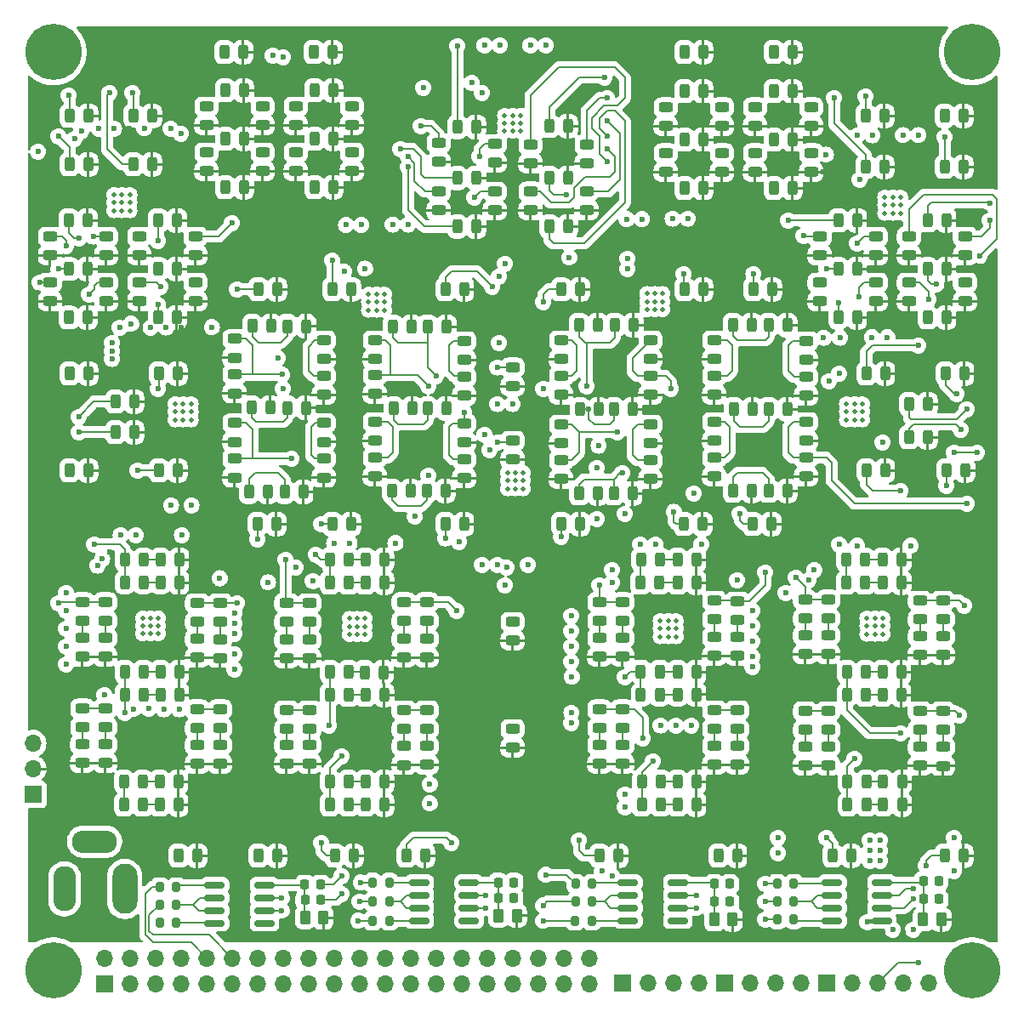
<source format=gtl>
G04 #@! TF.GenerationSoftware,KiCad,Pcbnew,8.0.3*
G04 #@! TF.CreationDate,2024-07-11T15:41:43-04:00*
G04 #@! TF.ProjectId,_HW_Mini-Scoreboard,5f48575f-4d69-46e6-992d-53636f726562,v1.0*
G04 #@! TF.SameCoordinates,Original*
G04 #@! TF.FileFunction,Copper,L1,Top*
G04 #@! TF.FilePolarity,Positive*
%FSLAX46Y46*%
G04 Gerber Fmt 4.6, Leading zero omitted, Abs format (unit mm)*
G04 Created by KiCad (PCBNEW 8.0.3) date 2024-07-11 15:41:43*
%MOMM*%
%LPD*%
G01*
G04 APERTURE LIST*
G04 Aperture macros list*
%AMRoundRect*
0 Rectangle with rounded corners*
0 $1 Rounding radius*
0 $2 $3 $4 $5 $6 $7 $8 $9 X,Y pos of 4 corners*
0 Add a 4 corners polygon primitive as box body*
4,1,4,$2,$3,$4,$5,$6,$7,$8,$9,$2,$3,0*
0 Add four circle primitives for the rounded corners*
1,1,$1+$1,$2,$3*
1,1,$1+$1,$4,$5*
1,1,$1+$1,$6,$7*
1,1,$1+$1,$8,$9*
0 Add four rect primitives between the rounded corners*
20,1,$1+$1,$2,$3,$4,$5,0*
20,1,$1+$1,$4,$5,$6,$7,0*
20,1,$1+$1,$6,$7,$8,$9,0*
20,1,$1+$1,$8,$9,$2,$3,0*%
G04 Aperture macros list end*
G04 #@! TA.AperFunction,SMDPad,CuDef*
%ADD10RoundRect,0.243750X-0.243750X-0.456250X0.243750X-0.456250X0.243750X0.456250X-0.243750X0.456250X0*%
G04 #@! TD*
G04 #@! TA.AperFunction,SMDPad,CuDef*
%ADD11RoundRect,0.243750X-0.456250X0.243750X-0.456250X-0.243750X0.456250X-0.243750X0.456250X0.243750X0*%
G04 #@! TD*
G04 #@! TA.AperFunction,SMDPad,CuDef*
%ADD12RoundRect,0.200000X-0.200000X-0.275000X0.200000X-0.275000X0.200000X0.275000X-0.200000X0.275000X0*%
G04 #@! TD*
G04 #@! TA.AperFunction,SMDPad,CuDef*
%ADD13RoundRect,0.150000X-0.825000X-0.150000X0.825000X-0.150000X0.825000X0.150000X-0.825000X0.150000X0*%
G04 #@! TD*
G04 #@! TA.AperFunction,SMDPad,CuDef*
%ADD14RoundRect,0.250000X0.262500X0.450000X-0.262500X0.450000X-0.262500X-0.450000X0.262500X-0.450000X0*%
G04 #@! TD*
G04 #@! TA.AperFunction,ComponentPad*
%ADD15R,1.700000X1.700000*%
G04 #@! TD*
G04 #@! TA.AperFunction,ComponentPad*
%ADD16O,1.700000X1.700000*%
G04 #@! TD*
G04 #@! TA.AperFunction,SMDPad,CuDef*
%ADD17RoundRect,0.225000X-0.225000X-0.250000X0.225000X-0.250000X0.225000X0.250000X-0.225000X0.250000X0*%
G04 #@! TD*
G04 #@! TA.AperFunction,ComponentPad*
%ADD18C,3.600000*%
G04 #@! TD*
G04 #@! TA.AperFunction,ConnectorPad*
%ADD19C,5.600000*%
G04 #@! TD*
G04 #@! TA.AperFunction,ComponentPad*
%ADD20C,0.508000*%
G04 #@! TD*
G04 #@! TA.AperFunction,ComponentPad*
%ADD21O,2.500000X5.000000*%
G04 #@! TD*
G04 #@! TA.AperFunction,ComponentPad*
%ADD22O,2.250000X4.500000*%
G04 #@! TD*
G04 #@! TA.AperFunction,ComponentPad*
%ADD23O,4.500000X2.250000*%
G04 #@! TD*
G04 #@! TA.AperFunction,ViaPad*
%ADD24C,0.600000*%
G04 #@! TD*
G04 #@! TA.AperFunction,Conductor*
%ADD25C,0.203200*%
G04 #@! TD*
G04 #@! TA.AperFunction,Conductor*
%ADD26C,0.381000*%
G04 #@! TD*
G04 APERTURE END LIST*
D10*
X209864000Y-228854000D03*
X211739000Y-228854000D03*
D11*
X148844000Y-193137002D03*
X148844000Y-195012004D03*
D10*
X202516500Y-160098499D03*
X204391500Y-160098499D03*
X183212500Y-191770000D03*
X185087500Y-191770000D03*
D11*
X169164000Y-165275501D03*
X169164000Y-167150503D03*
X190246000Y-196850000D03*
X190246000Y-198725002D03*
D10*
X209864000Y-231140000D03*
X211739000Y-231140000D03*
D11*
X151638000Y-161622499D03*
X151638000Y-163497501D03*
X217073000Y-225376499D03*
X217073000Y-227251501D03*
D10*
X147906500Y-169672000D03*
X149781500Y-169672000D03*
X202516500Y-169750499D03*
X204391500Y-169750499D03*
X158320500Y-209042000D03*
X160195500Y-209042000D03*
D11*
X217073000Y-221820499D03*
X217073000Y-223695501D03*
D10*
X165940500Y-236220000D03*
X167815500Y-236220000D03*
D12*
X182817000Y-240792000D03*
X184467000Y-240792000D03*
D11*
X190246000Y-193294000D03*
X190246000Y-195169002D03*
D12*
X182752000Y-242697000D03*
X184402000Y-242697000D03*
D10*
X171020500Y-173579002D03*
X172895500Y-173579002D03*
X202008500Y-183404000D03*
X203883500Y-183404000D03*
D13*
X188025000Y-238887000D03*
X188025000Y-240157000D03*
X188025000Y-241427000D03*
X188025000Y-242697000D03*
X192975000Y-242697000D03*
X192975000Y-241427000D03*
X192975000Y-240157000D03*
X192975000Y-238887000D03*
D12*
X202883000Y-240792000D03*
X204533000Y-240792000D03*
D10*
X141302500Y-197866000D03*
X143177500Y-197866000D03*
D11*
X154002500Y-225200998D03*
X154002500Y-227076000D03*
D10*
X192943000Y-217932000D03*
X194818000Y-217932000D03*
X150622000Y-183485002D03*
X152497000Y-183485002D03*
D12*
X202883000Y-242570000D03*
X204533000Y-242570000D03*
D10*
X217835000Y-177800000D03*
X219710000Y-177800000D03*
D11*
X133682500Y-210976998D03*
X133682500Y-212852000D03*
D10*
X132334000Y-182626000D03*
X134209000Y-182626000D03*
D11*
X196596000Y-196596000D03*
X196596000Y-198471002D03*
D10*
X180164500Y-173560499D03*
X182039500Y-173560499D03*
D11*
X212676500Y-174576499D03*
X212676500Y-176451501D03*
X196596000Y-184912000D03*
X196596000Y-186787002D03*
X167972500Y-225298000D03*
X167972500Y-227173002D03*
X187452000Y-221644998D03*
X187452000Y-223520000D03*
D10*
X193548000Y-203200000D03*
X195423002Y-203200000D03*
D11*
X178308000Y-165432499D03*
X178308000Y-167307501D03*
X145112500Y-214630000D03*
X145112500Y-216505002D03*
D10*
X181356000Y-203200000D03*
X183231002Y-203200000D03*
X137903500Y-217932000D03*
X139778500Y-217932000D03*
X141459500Y-217932000D03*
X143334500Y-217932000D03*
X132412500Y-197866000D03*
X134287500Y-197866000D03*
D11*
X157734000Y-184912000D03*
X157734000Y-186787002D03*
D10*
X171020500Y-163673002D03*
X172895500Y-163673002D03*
X202516500Y-164924499D03*
X204391500Y-164924499D03*
D11*
X156288500Y-225200998D03*
X156288500Y-227076000D03*
X165686500Y-210976998D03*
X165686500Y-212852000D03*
X171704000Y-196752998D03*
X171704000Y-198628000D03*
D12*
X162600500Y-238887000D03*
X164250500Y-238887000D03*
D11*
X162814000Y-196596000D03*
X162814000Y-198471002D03*
X205740000Y-196596000D03*
X205740000Y-198471002D03*
D10*
X213341500Y-217932000D03*
X215216500Y-217932000D03*
D11*
X154940000Y-166194499D03*
X154940000Y-168069501D03*
X185166000Y-225200998D03*
X185166000Y-227076000D03*
X176530000Y-187608998D03*
X176530000Y-189484000D03*
D10*
X154099500Y-183493002D03*
X155974500Y-183493002D03*
X141459500Y-206756000D03*
X143334500Y-206756000D03*
X141381000Y-231140000D03*
X143256000Y-231140000D03*
X156796500Y-164846000D03*
X158671500Y-164846000D03*
D11*
X196596000Y-221742000D03*
X196596000Y-223617002D03*
X200660000Y-166272998D03*
X200660000Y-168148000D03*
X196596000Y-210820000D03*
X196596000Y-212695002D03*
X198882000Y-221742000D03*
X198882000Y-223617002D03*
X156288500Y-221742000D03*
X156288500Y-223617002D03*
D10*
X189290000Y-217908000D03*
X191165000Y-217908000D03*
D11*
X144955500Y-179148499D03*
X144955500Y-181023501D03*
X162814000Y-184912000D03*
X162814000Y-186787002D03*
D10*
X167972500Y-199898000D03*
X169847500Y-199898000D03*
D11*
X130477500Y-174576499D03*
X130477500Y-176451501D03*
D10*
X151208500Y-236220000D03*
X153083500Y-236220000D03*
D11*
X196596000Y-225298000D03*
X196596000Y-227173002D03*
D10*
X192943000Y-206756000D03*
X194818000Y-206756000D03*
X192943000Y-209042000D03*
X194818000Y-209042000D03*
D14*
X176934500Y-242189000D03*
X175109500Y-242189000D03*
D10*
X186593000Y-200152000D03*
X188468000Y-200152000D03*
D11*
X157734000Y-196693002D03*
X157734000Y-198568004D03*
D10*
X183134000Y-183388000D03*
X185009000Y-183388000D03*
X158574499Y-203200000D03*
X160449501Y-203200000D03*
X168051000Y-191691501D03*
X169926000Y-191691501D03*
X150271000Y-199995002D03*
X152146000Y-199995002D03*
D11*
X139367500Y-179148499D03*
X139367500Y-181023501D03*
D10*
X213420000Y-231140000D03*
X215295000Y-231140000D03*
D11*
X200660000Y-161700998D03*
X200660000Y-163576000D03*
X176530000Y-194896499D03*
X176530000Y-196771501D03*
D10*
X156796500Y-160020000D03*
X158671500Y-160020000D03*
X137903500Y-209026000D03*
X139778500Y-209026000D03*
X219534500Y-167640000D03*
X221409500Y-167640000D03*
D11*
X207088500Y-179148499D03*
X207088500Y-181023501D03*
X135968500Y-214532998D03*
X135968500Y-216408000D03*
X145112500Y-221644998D03*
X145112500Y-223520000D03*
X154002500Y-221742000D03*
X154002500Y-223617002D03*
D10*
X147906500Y-164846000D03*
X149781500Y-164846000D03*
X213341500Y-220218000D03*
X215216500Y-220218000D03*
D11*
X215978500Y-179148499D03*
X215978500Y-181023501D03*
D10*
X208945000Y-172974000D03*
X210820000Y-172974000D03*
X161876500Y-220218000D03*
X163751500Y-220218000D03*
X215978500Y-194564000D03*
X217853500Y-194564000D03*
D11*
X185166000Y-214532998D03*
X185166000Y-216408000D03*
D10*
X186690000Y-183388000D03*
X188565000Y-183388000D03*
D11*
X176530000Y-223598499D03*
X176530000Y-225473501D03*
X160528000Y-166194499D03*
X160528000Y-168069501D03*
D10*
X209785500Y-217932000D03*
X211660500Y-217932000D03*
D11*
X205643000Y-214278998D03*
X205643000Y-216154000D03*
D10*
X141381000Y-228854000D03*
X143256000Y-228854000D03*
D11*
X147398500Y-221644998D03*
X147398500Y-223520000D03*
D10*
X138762500Y-162560000D03*
X140637500Y-162560000D03*
D11*
X219359000Y-210820000D03*
X219359000Y-212695002D03*
X167972500Y-214630000D03*
X167972500Y-216505002D03*
X205740000Y-193040000D03*
X205740000Y-194915002D03*
D15*
X128778000Y-230124000D03*
D16*
X128778000Y-227584000D03*
X128778000Y-225044001D03*
D11*
X154002500Y-211074000D03*
X154002500Y-212949002D03*
D10*
X219710000Y-197866000D03*
X221585000Y-197866000D03*
D17*
X175096500Y-238887000D03*
X176646500Y-238887000D03*
D11*
X212676500Y-179148499D03*
X212676500Y-181023501D03*
X181356000Y-184912000D03*
X181356000Y-186787002D03*
X198882000Y-225298000D03*
X198882000Y-227173002D03*
D12*
X182817000Y-239014000D03*
X184467000Y-239014000D03*
D10*
X180164500Y-163576000D03*
X182039500Y-163576000D03*
D13*
X208345000Y-238887000D03*
X208345000Y-240157000D03*
X208345000Y-241427000D03*
X208345000Y-242697000D03*
X213295000Y-242697000D03*
X213295000Y-241427000D03*
X213295000Y-240157000D03*
X213295000Y-238887000D03*
D10*
X200484500Y-179832000D03*
X202359500Y-179832000D03*
X164495000Y-199898000D03*
X166370000Y-199898000D03*
X158320500Y-220218000D03*
X160195500Y-220218000D03*
X132412500Y-167386000D03*
X134287500Y-167386000D03*
D11*
X181356000Y-193294000D03*
X181356000Y-195169002D03*
X198882000Y-214454499D03*
X198882000Y-216329501D03*
X196596000Y-193040000D03*
X196596000Y-194915002D03*
X130477500Y-179148499D03*
X130477500Y-181023501D03*
X205643000Y-225376499D03*
X205643000Y-227251501D03*
D10*
X185166000Y-236220000D03*
X187041000Y-236220000D03*
X198531000Y-191770000D03*
X200406000Y-191770000D03*
D11*
X207929000Y-225376499D03*
X207929000Y-227251501D03*
X154940000Y-161622499D03*
X154940000Y-163497501D03*
D10*
X141459500Y-209026000D03*
X143334500Y-209026000D03*
D11*
X221566500Y-179148499D03*
X221566500Y-181023501D03*
D10*
X197007000Y-236220000D03*
X198882000Y-236220000D03*
X200406000Y-203200000D03*
X202281002Y-203200000D03*
D13*
X167235500Y-238887000D03*
X167235500Y-240157000D03*
X167235500Y-241427000D03*
X167235500Y-242697000D03*
X172185500Y-242697000D03*
X172185500Y-241427000D03*
X172185500Y-240157000D03*
X172185500Y-238887000D03*
D10*
X171020500Y-168753002D03*
X172895500Y-168753002D03*
X137825000Y-231140000D03*
X139700000Y-231140000D03*
X161876500Y-209042000D03*
X163751500Y-209042000D03*
X136984500Y-194056000D03*
X138859500Y-194056000D03*
D11*
X162814000Y-193040000D03*
X162814000Y-194915002D03*
D10*
X168069500Y-183563501D03*
X169944500Y-183563501D03*
X147906500Y-160020000D03*
X149781500Y-160020000D03*
D18*
X222250000Y-156210000D03*
D19*
X222250000Y-156210000D03*
D11*
X133685206Y-221560894D03*
X133685206Y-223435896D03*
X196596000Y-214454499D03*
X196596000Y-216329501D03*
X139367500Y-174576499D03*
X139367500Y-176451501D03*
X148844000Y-196693002D03*
X148844000Y-198568004D03*
X196596000Y-188467999D03*
X196596000Y-190343001D03*
X207088500Y-174576499D03*
X207088500Y-176451501D03*
D10*
X137903500Y-220218000D03*
X139778500Y-220218000D03*
D17*
X196596000Y-240792000D03*
X198146000Y-240792000D03*
D11*
X145112500Y-211074000D03*
X145112500Y-212949002D03*
X165686500Y-214630000D03*
X165686500Y-216505002D03*
D10*
X151208500Y-179832000D03*
X153083500Y-179832000D03*
X189308500Y-206756000D03*
X191183500Y-206756000D03*
D11*
X133682500Y-225122499D03*
X133682500Y-226997501D03*
X144955500Y-174576499D03*
X144955500Y-176451501D03*
X217073000Y-214376000D03*
X217073000Y-216251002D03*
D10*
X141223999Y-172974000D03*
X143099001Y-172974000D03*
D17*
X196596000Y-239014000D03*
X198146000Y-239014000D03*
D11*
X136065500Y-174576499D03*
X136065500Y-176451501D03*
X205740000Y-184990499D03*
X205740000Y-186865501D03*
D10*
X186593000Y-191770000D03*
X188468000Y-191770000D03*
X193626500Y-164924499D03*
X195501500Y-164924499D03*
X158320500Y-217932000D03*
X160195500Y-217932000D03*
D11*
X217073000Y-210820000D03*
X217073000Y-212695002D03*
D10*
X158320500Y-228854000D03*
X160195500Y-228854000D03*
X198452500Y-183388000D03*
X200327500Y-183388000D03*
D12*
X141409000Y-242890000D03*
X143059000Y-242890000D03*
D11*
X171704000Y-188546499D03*
X171704000Y-190421501D03*
X207929000Y-210722998D03*
X207929000Y-212598000D03*
X151638000Y-166194499D03*
X151638000Y-168069501D03*
D10*
X156796500Y-169672000D03*
X158671500Y-169672000D03*
D11*
X207929000Y-214278998D03*
X207929000Y-216154000D03*
D10*
X161876500Y-228870000D03*
X163751500Y-228870000D03*
D11*
X146050000Y-161622499D03*
X146050000Y-163497501D03*
D10*
X211660500Y-162560000D03*
X213535500Y-162560000D03*
D18*
X130810000Y-247650000D03*
D19*
X130810000Y-247650000D03*
D10*
X215978500Y-191262000D03*
X217853500Y-191262000D03*
D11*
X206248000Y-166272998D03*
X206248000Y-168148000D03*
X219359000Y-221820499D03*
X219359000Y-223695501D03*
X205643000Y-210722998D03*
X205643000Y-212598000D03*
X176530000Y-212930499D03*
X176530000Y-214805501D03*
X215978500Y-174576499D03*
X215978500Y-176451501D03*
D10*
X137825000Y-228854000D03*
X139700000Y-228854000D03*
X192943000Y-228854000D03*
X194818000Y-228854000D03*
X136984500Y-191008000D03*
X138859500Y-191008000D03*
D11*
X185166000Y-210976998D03*
X185166000Y-212852000D03*
D10*
X217835000Y-172974000D03*
X219710000Y-172974000D03*
X193626500Y-156210000D03*
X195501500Y-156210000D03*
X161876500Y-231140000D03*
X163751500Y-231140000D03*
D11*
X160528000Y-161622499D03*
X160528000Y-163497501D03*
D10*
X132333999Y-172974000D03*
X134209001Y-172974000D03*
X211739000Y-197866000D03*
X213614000Y-197866000D03*
D11*
X197358000Y-161700998D03*
X197358000Y-163576000D03*
D10*
X181356000Y-179832000D03*
X183231000Y-179832000D03*
D11*
X133682500Y-214532998D03*
X133682500Y-216408000D03*
X178308000Y-170082998D03*
X178308000Y-171958000D03*
D10*
X141224000Y-182626000D03*
X143099000Y-182626000D03*
D11*
X135968500Y-225122499D03*
X135968500Y-226997501D03*
D10*
X132334000Y-177800000D03*
X134209000Y-177800000D03*
D11*
X171704000Y-184990499D03*
X171704000Y-186865501D03*
X135973594Y-221560894D03*
X135973594Y-223435896D03*
X148844000Y-184755002D03*
X148844000Y-186630004D03*
D10*
X219534500Y-162560000D03*
X221409500Y-162560000D03*
X208358500Y-236220000D03*
X210233500Y-236220000D03*
X183134000Y-200152000D03*
X185009000Y-200152000D03*
D14*
X219202000Y-242570000D03*
X217377000Y-242570000D03*
D10*
X192943000Y-220194000D03*
X194818000Y-220194000D03*
X164592000Y-183563501D03*
X166467000Y-183563501D03*
D11*
X205643000Y-221820499D03*
X205643000Y-223695501D03*
D10*
X161876500Y-206756000D03*
X163751500Y-206756000D03*
X189387000Y-228854000D03*
X191262000Y-228854000D03*
D14*
X157687500Y-242382000D03*
X155862500Y-242382000D03*
D10*
X158320500Y-206756000D03*
X160195500Y-206756000D03*
D18*
X222250000Y-247650000D03*
D19*
X222250000Y-247650000D03*
D11*
X147398500Y-211074000D03*
X147398500Y-212949002D03*
X157734000Y-188468000D03*
X157734000Y-190343002D03*
X136065500Y-179148499D03*
X136065500Y-181023501D03*
X221566500Y-174576499D03*
X221566500Y-176451501D03*
X148844000Y-188311002D03*
X148844000Y-190186004D03*
D10*
X192943000Y-231140000D03*
X194818000Y-231140000D03*
D11*
X190246000Y-184912000D03*
X190246000Y-186787002D03*
D10*
X209707000Y-209042000D03*
X211582000Y-209042000D03*
D11*
X156288500Y-211074000D03*
X156288500Y-212949002D03*
X207929000Y-221820499D03*
X207929000Y-223695501D03*
D12*
X141409000Y-239334000D03*
X143059000Y-239334000D03*
D11*
X181356000Y-188468000D03*
X181356000Y-190343002D03*
X154002500Y-214708499D03*
X154002500Y-216583501D03*
D10*
X141302500Y-188214000D03*
X143177500Y-188214000D03*
D11*
X169164000Y-170101501D03*
X169164000Y-171976503D03*
D10*
X202008500Y-199898000D03*
X203883500Y-199898000D03*
D11*
X185166000Y-221644998D03*
X185166000Y-223520000D03*
X174752000Y-165354000D03*
X174752000Y-167229002D03*
D10*
X153827000Y-199995002D03*
X155702000Y-199995002D03*
D11*
X135968500Y-210976998D03*
X135968500Y-212852000D03*
D10*
X164670500Y-191691501D03*
X166545500Y-191691501D03*
X169828998Y-203200000D03*
X171704000Y-203200000D03*
D11*
X190246000Y-188468000D03*
X190246000Y-190343002D03*
D17*
X217424000Y-240538000D03*
X218974000Y-240538000D03*
D10*
X211660500Y-167640000D03*
X213535500Y-167640000D03*
D11*
X191770000Y-166272998D03*
X191770000Y-168148000D03*
D10*
X213360000Y-209042000D03*
X215235000Y-209042000D03*
D11*
X165686500Y-221742000D03*
X165686500Y-223617002D03*
D10*
X137903500Y-206740000D03*
X139778500Y-206740000D03*
D11*
X219359000Y-225400499D03*
X219359000Y-227275501D03*
X183896000Y-170082998D03*
X183896000Y-171958000D03*
X145112500Y-225200998D03*
X145112500Y-227076000D03*
D17*
X155862500Y-240604000D03*
X157412500Y-240604000D03*
D10*
X219613000Y-188214000D03*
X221488000Y-188214000D03*
X151130000Y-203200000D03*
X153005002Y-203200000D03*
D11*
X181356000Y-196850000D03*
X181356000Y-198725002D03*
D10*
X208945000Y-177800000D03*
X210820000Y-177800000D03*
X198452500Y-199898000D03*
X200327500Y-199898000D03*
X189387000Y-231140000D03*
X191262000Y-231140000D03*
D17*
X217411000Y-238760000D03*
X218961000Y-238760000D03*
D12*
X141409000Y-241112000D03*
X143059000Y-241112000D03*
D14*
X198421000Y-242570000D03*
X196596000Y-242570000D03*
D11*
X156288500Y-214708499D03*
X156288500Y-216583501D03*
D10*
X193626500Y-169750499D03*
X195501500Y-169750499D03*
D11*
X183896000Y-165432499D03*
X183896000Y-167307501D03*
D10*
X193626500Y-160098499D03*
X195501500Y-160098499D03*
D11*
X171704000Y-193196998D03*
X171704000Y-195072000D03*
D10*
X161798000Y-217956000D03*
X163673000Y-217956000D03*
X219534500Y-236220000D03*
X221409500Y-236220000D03*
D11*
X165686500Y-225314000D03*
X165686500Y-227189002D03*
D10*
X132412500Y-188214000D03*
X134287500Y-188214000D03*
D12*
X162600500Y-242697000D03*
X164250500Y-242697000D03*
D11*
X157734000Y-193137002D03*
X157734000Y-195012004D03*
X167972500Y-210976998D03*
X167972500Y-212852000D03*
X187452000Y-225200998D03*
X187452000Y-227076000D03*
X197358000Y-166272998D03*
X197358000Y-168148000D03*
X147398500Y-225200998D03*
X147398500Y-227076000D03*
D10*
X154081000Y-191621002D03*
X155956000Y-191621002D03*
D11*
X146050000Y-166194499D03*
X146050000Y-168069501D03*
D10*
X189290000Y-220194000D03*
X191165000Y-220194000D03*
X141459500Y-220218000D03*
X143334500Y-220218000D03*
D11*
X147398500Y-214654000D03*
X147398500Y-216529002D03*
D12*
X162600500Y-240792000D03*
X164250500Y-240792000D03*
D10*
X209707000Y-206756000D03*
X211582000Y-206756000D03*
D11*
X167972500Y-221742000D03*
X167972500Y-223617002D03*
X205740000Y-188546499D03*
X205740000Y-190421501D03*
D10*
X158320500Y-231140000D03*
X160195500Y-231140000D03*
D17*
X155849500Y-239080000D03*
X157399500Y-239080000D03*
D12*
X202883000Y-239014000D03*
X204533000Y-239014000D03*
D11*
X162814000Y-188389501D03*
X162814000Y-190264503D03*
X174752000Y-170101501D03*
X174752000Y-171976503D03*
D10*
X208945000Y-182626000D03*
X210820000Y-182626000D03*
D11*
X187452000Y-214532998D03*
X187452000Y-216408000D03*
D10*
X156718000Y-156210000D03*
X158593000Y-156210000D03*
X141224000Y-177800000D03*
X143099000Y-177800000D03*
D18*
X130810000Y-156210000D03*
D19*
X130810000Y-156210000D03*
D10*
X147828000Y-156210000D03*
X149703000Y-156210000D03*
D11*
X206248000Y-161700998D03*
X206248000Y-163576000D03*
D10*
X132412500Y-162560000D03*
X134287500Y-162560000D03*
X189230000Y-209042000D03*
X191105000Y-209042000D03*
X158574499Y-179832000D03*
X160449501Y-179832000D03*
X169829000Y-179832000D03*
X171704000Y-179832000D03*
D17*
X175096500Y-240411000D03*
X176646500Y-240411000D03*
D11*
X198882000Y-210898499D03*
X198882000Y-212773501D03*
X191770000Y-161700998D03*
X191770000Y-163576000D03*
D10*
X180164500Y-168734499D03*
X182039500Y-168734499D03*
X211739000Y-188214000D03*
X213614000Y-188214000D03*
D13*
X146877000Y-239141000D03*
X146877000Y-240411000D03*
X146877000Y-241681000D03*
X146877000Y-242951000D03*
X151827000Y-242951000D03*
X151827000Y-241681000D03*
X151827000Y-240411000D03*
X151827000Y-239141000D03*
D10*
X193626500Y-179832000D03*
X195501500Y-179832000D03*
D11*
X219359000Y-214376000D03*
X219359000Y-216251002D03*
D10*
X213360000Y-206772000D03*
X215235000Y-206772000D03*
D11*
X187452000Y-210976998D03*
X187452000Y-212852000D03*
D10*
X217835000Y-182626000D03*
X219710000Y-182626000D03*
X138762500Y-167386000D03*
X140637500Y-167386000D03*
X158828500Y-236220000D03*
X160703500Y-236220000D03*
X202008500Y-191770000D03*
X203883500Y-191770000D03*
X143256000Y-236220000D03*
X145131000Y-236220000D03*
X202516500Y-156210000D03*
X204391500Y-156210000D03*
X150525000Y-191613002D03*
X152400000Y-191613002D03*
X209785500Y-220218000D03*
X211660500Y-220218000D03*
X213420000Y-228854000D03*
X215295000Y-228854000D03*
D20*
X213385400Y-214147400D03*
X213385400Y-213360000D03*
X213385400Y-212572600D03*
X212598000Y-214147400D03*
X212598000Y-213360000D03*
X212598000Y-212572600D03*
X211810600Y-214147400D03*
X211810600Y-213360000D03*
X211810600Y-212572600D03*
X144526000Y-192811400D03*
X144526000Y-192024000D03*
X144526000Y-191236600D03*
X143738600Y-192811400D03*
X143738600Y-192024000D03*
X143738600Y-191236600D03*
X142951200Y-192811400D03*
X142951200Y-192024000D03*
X142951200Y-191236600D03*
X191465115Y-181832400D03*
X191465115Y-181045000D03*
X191465115Y-180257600D03*
X190677715Y-181832400D03*
X190677715Y-181045000D03*
X190677715Y-180257600D03*
X189890315Y-181832400D03*
X189890315Y-181045000D03*
X189890315Y-180257600D03*
D15*
X135950000Y-248960000D03*
D16*
X135950000Y-246420000D03*
X138490000Y-248960000D03*
X138490000Y-246420000D03*
X141029999Y-248960000D03*
X141030000Y-246420000D03*
X143570000Y-248960000D03*
X143570000Y-246420000D03*
X146110000Y-248960000D03*
X146110000Y-246420000D03*
X148650000Y-248960000D03*
X148650000Y-246420000D03*
X151190000Y-248960000D03*
X151190000Y-246420000D03*
X153730001Y-248960000D03*
X153730000Y-246420000D03*
X156270000Y-248960000D03*
X156270000Y-246420000D03*
X158810000Y-248960000D03*
X158810000Y-246420000D03*
X161350000Y-248960000D03*
X161350000Y-246420000D03*
X163889999Y-248960000D03*
X163890000Y-246420000D03*
X166430000Y-248960000D03*
X166430000Y-246420000D03*
X168970000Y-248960000D03*
X168970000Y-246420000D03*
X171510000Y-248960000D03*
X171510000Y-246420000D03*
X174049999Y-248960000D03*
X174050000Y-246420000D03*
X176590001Y-248960000D03*
X176590000Y-246420000D03*
X179130000Y-248960000D03*
X179130000Y-246420000D03*
X181670000Y-248960000D03*
X181670000Y-246420000D03*
X184210000Y-248960000D03*
X184210000Y-246420000D03*
D15*
X207772000Y-248920000D03*
D16*
X210312000Y-248920000D03*
X212851999Y-248920000D03*
X215392000Y-248920000D03*
X217932000Y-248920000D03*
D20*
X163773400Y-181889400D03*
X163773400Y-181102000D03*
X163773400Y-180314600D03*
X162986000Y-181889400D03*
X162986000Y-181102000D03*
X162986000Y-180314600D03*
X162198600Y-181889400D03*
X162198600Y-181102000D03*
X162198600Y-180314600D03*
X138430000Y-171983400D03*
X138430000Y-171196000D03*
X138430000Y-170408600D03*
X137642600Y-171983400D03*
X137642600Y-171196000D03*
X137642600Y-170408600D03*
X136855200Y-171983400D03*
X136855200Y-171196000D03*
X136855200Y-170408600D03*
D15*
X197612000Y-248920000D03*
D16*
X200152000Y-248920000D03*
X202691999Y-248920000D03*
X205232000Y-248920000D03*
D21*
X137922000Y-239522000D03*
D22*
X131922000Y-239522000D03*
D23*
X134922000Y-234822000D03*
D20*
X215163400Y-172237400D03*
X215163400Y-171450000D03*
X215163400Y-170662600D03*
X214376000Y-172237400D03*
X214376000Y-171450000D03*
X214376000Y-170662600D03*
X213588600Y-172237400D03*
X213588600Y-171450000D03*
X213588600Y-170662600D03*
X177596800Y-199669400D03*
X177596800Y-198882000D03*
X177596800Y-198094600D03*
X176809400Y-199669400D03*
X176809400Y-198882000D03*
X176809400Y-198094600D03*
X176022000Y-199669400D03*
X176022000Y-198882000D03*
X176022000Y-198094600D03*
D15*
X187442000Y-248920000D03*
D16*
X189982000Y-248920000D03*
X192521999Y-248920000D03*
X195062000Y-248920000D03*
D20*
X141274800Y-214122000D03*
X141274800Y-213334600D03*
X141274800Y-212547200D03*
X140487400Y-214122000D03*
X140487400Y-213334600D03*
X140487400Y-212547200D03*
X139700000Y-214122000D03*
X139700000Y-213334600D03*
X139700000Y-212547200D03*
X161848800Y-214172800D03*
X161848800Y-213385400D03*
X161848800Y-212598000D03*
X161061400Y-214172800D03*
X161061400Y-213385400D03*
X161061400Y-212598000D03*
X160274000Y-214172800D03*
X160274000Y-213385400D03*
X160274000Y-212598000D03*
X211353400Y-192811400D03*
X211353400Y-192024000D03*
X211353400Y-191236600D03*
X210566000Y-192811400D03*
X210566000Y-192024000D03*
X210566000Y-191236600D03*
X209778600Y-192811400D03*
X209778600Y-192024000D03*
X209778600Y-191236600D03*
X192811400Y-214401400D03*
X192811400Y-213614000D03*
X192811400Y-212826600D03*
X192024000Y-214401400D03*
X192024000Y-213614000D03*
X192024000Y-212826600D03*
X191236600Y-214401400D03*
X191236600Y-213614000D03*
X191236600Y-212826600D03*
X177317400Y-164084000D03*
X177317400Y-163296600D03*
X177317400Y-162509200D03*
X176530000Y-164084000D03*
X176530000Y-163296600D03*
X176530000Y-162509200D03*
X175742600Y-164084000D03*
X175742600Y-163296600D03*
X175742600Y-162509200D03*
D24*
X220472000Y-237744000D03*
X139860400Y-163792400D03*
X216154000Y-205359000D03*
X175260000Y-155541600D03*
X159512000Y-238252000D03*
X215392000Y-164466000D03*
X218948000Y-238760000D03*
X211836000Y-242837000D03*
X146589600Y-183599000D03*
X190754000Y-205232000D03*
X137504200Y-204306200D03*
X167640000Y-159766000D03*
X142494000Y-163830000D03*
X189403778Y-172834000D03*
X198120000Y-240792000D03*
X152177600Y-209010400D03*
X139028200Y-204309600D03*
X210820000Y-205359000D03*
X135331200Y-163829400D03*
X176646500Y-240411000D03*
X175006000Y-191249000D03*
X212318600Y-184595000D03*
X198120000Y-239014000D03*
X185420000Y-237744000D03*
X193975778Y-172797000D03*
X189230000Y-205232000D03*
X136652000Y-186766006D03*
X213106000Y-234696000D03*
X195326000Y-205232000D03*
X176646500Y-238887000D03*
X212090000Y-234696000D03*
X212090000Y-236728000D03*
X151827000Y-242951000D03*
X164867463Y-205093063D03*
X160295463Y-205093063D03*
X212090000Y-235712000D03*
X179578000Y-189738000D03*
X207492600Y-184645000D03*
X158771463Y-205093063D03*
X212344000Y-164503000D03*
X203708000Y-210058000D03*
X173736000Y-155541600D03*
X209120600Y-184645000D03*
X142017600Y-183636000D03*
X136855200Y-163829400D03*
X172185500Y-242697000D03*
X213106000Y-235712000D03*
X187879778Y-172834000D03*
X216916000Y-164466000D03*
X140486900Y-183644146D03*
X192988396Y-242710396D03*
X161467315Y-173412000D03*
X209042000Y-205232000D03*
X164592000Y-173376000D03*
X129286000Y-166116000D03*
X176530000Y-191249000D03*
X159943315Y-173412000D03*
X202946000Y-235966000D03*
X182165778Y-176670000D03*
X213106000Y-236728000D03*
X179832000Y-155541600D03*
X210820000Y-164503000D03*
X213842600Y-184595000D03*
X159512000Y-240030000D03*
X220472000Y-234442000D03*
X192451778Y-172797000D03*
X143600200Y-204309600D03*
X202946000Y-234442000D03*
X218948000Y-240538000D03*
X166116000Y-173376000D03*
X178308000Y-155541600D03*
X186436000Y-238252000D03*
X163068000Y-173376000D03*
X132334000Y-208280000D03*
X163343463Y-205093063D03*
X145065600Y-183599000D03*
X176784000Y-155541600D03*
X157303000Y-207722000D03*
X213360001Y-243839999D03*
X215392000Y-243840000D03*
X169339501Y-231980499D03*
X216408000Y-235966000D03*
X207518000Y-187452000D03*
X182937000Y-210763000D03*
X178054000Y-191199000D03*
X207010000Y-236474000D03*
X181356000Y-239776000D03*
X192278000Y-205232000D03*
X139285600Y-185005600D03*
X209613000Y-166053000D03*
X142076200Y-204319600D03*
X212598000Y-205232000D03*
X138379200Y-163792400D03*
X202540600Y-188468000D03*
X167386000Y-231902000D03*
X186576000Y-174384000D03*
X167386000Y-230124000D03*
X190927778Y-172797000D03*
X174942999Y-233934000D03*
X196088000Y-230124000D03*
X196088000Y-231648000D03*
X172466000Y-158242000D03*
X161819463Y-205093063D03*
X154686000Y-178054000D03*
X210312000Y-242824000D03*
X140552200Y-204343000D03*
X193798063Y-205235937D03*
X136398000Y-205994000D03*
X207865600Y-206756000D03*
X154178000Y-237998000D03*
X173736000Y-193294000D03*
X213868000Y-164466000D03*
X143541600Y-183599000D03*
X205994000Y-232918000D03*
X158794000Y-174962000D03*
X169101000Y-195326000D03*
X207449600Y-168148000D03*
X134205600Y-165354000D03*
X187960000Y-207518000D03*
X214376000Y-205232000D03*
X210794600Y-184595000D03*
X197104000Y-233172000D03*
X148462000Y-234060000D03*
X179578000Y-191199000D03*
X139367500Y-174576499D03*
X141478000Y-179578000D03*
X141224000Y-181356000D03*
X141224000Y-177800000D03*
X148590000Y-173228000D03*
X145034000Y-179070000D03*
X143510000Y-164338000D03*
X141224000Y-175006000D03*
X133350000Y-174752000D03*
X134795501Y-174576499D03*
X134366000Y-180340000D03*
X129458099Y-179148499D03*
X132080000Y-175514000D03*
X131318000Y-177800000D03*
X132334000Y-182626000D03*
X154940000Y-161544000D03*
X154940000Y-166116000D03*
X156718000Y-169672000D03*
X156718000Y-164846000D03*
X160528000Y-161544000D03*
X160528000Y-166116000D03*
X156718000Y-160020000D03*
X147828000Y-160020000D03*
X151638000Y-161544000D03*
X151638000Y-166194499D03*
X146304000Y-166116000D03*
X146050000Y-161544000D03*
X147828000Y-164846000D03*
X147828000Y-169672000D03*
X147828000Y-169672000D03*
X131318000Y-211074000D03*
X137922000Y-228854000D03*
X137922000Y-221996000D03*
X133685206Y-221560894D03*
X134874000Y-205232000D03*
X147398500Y-221644998D03*
X149098000Y-211074000D03*
X156941899Y-206248000D03*
X165608000Y-221742000D03*
X159512000Y-226314000D03*
X170942000Y-211836000D03*
X153924000Y-221742000D03*
X158242000Y-223266000D03*
X153924000Y-206756000D03*
X132080000Y-215392000D03*
X133350000Y-194056000D03*
X132080000Y-211836000D03*
X141224000Y-189738000D03*
X132334000Y-197866000D03*
X132080000Y-213614000D03*
X139192000Y-197866000D03*
X132080000Y-210058000D03*
X131318000Y-164592000D03*
X140298200Y-221578200D03*
X133350000Y-192532000D03*
X132080000Y-217170000D03*
X138811000Y-221615000D03*
X132334000Y-160528000D03*
X135890000Y-220218000D03*
X132334000Y-188214000D03*
X148844000Y-216154000D03*
X147828000Y-156210000D03*
X143256000Y-236220000D03*
X148844000Y-214122000D03*
X156718000Y-156210000D03*
X148844000Y-217678000D03*
X143346200Y-221651800D03*
X136398000Y-160274000D03*
X138684000Y-160274000D03*
X141822200Y-221651800D03*
X157480000Y-234950000D03*
X148844000Y-212090000D03*
X151130000Y-236220000D03*
X148844000Y-213106000D03*
X147383000Y-208597000D03*
X170434000Y-234950000D03*
X198452500Y-199898000D03*
X205740000Y-184990499D03*
X221742000Y-201168000D03*
X202008500Y-183404000D03*
X222758000Y-196088000D03*
X220472000Y-196088000D03*
X196596000Y-188608600D03*
X213360000Y-195072000D03*
X196596000Y-193040000D03*
X198531000Y-191770000D03*
X194564000Y-200152000D03*
X183896000Y-189484000D03*
X190246000Y-193294000D03*
X192278000Y-189738000D03*
X187452000Y-198120000D03*
X186944000Y-194056000D03*
X184100000Y-191770000D03*
X181356000Y-188468000D03*
X185928000Y-167132000D03*
X185928000Y-165862000D03*
X185928000Y-164592000D03*
X181864000Y-170434000D03*
X185928000Y-160782000D03*
X185928000Y-163068000D03*
X185674000Y-158750000D03*
X171020500Y-155623500D03*
X173228000Y-166624000D03*
X172720000Y-170688000D03*
X166116000Y-166624000D03*
X167386000Y-163576000D03*
X165354000Y-165862000D03*
X166116000Y-167640000D03*
X175768000Y-209296000D03*
X176530000Y-223598499D03*
X175928400Y-207518000D03*
X168148000Y-198374000D03*
X199136000Y-202184000D03*
X175006000Y-187608998D03*
X149098000Y-179832000D03*
X175768000Y-177292000D03*
X174498000Y-179578000D03*
X175006000Y-195072000D03*
X171196000Y-204978000D03*
X151130000Y-204724000D03*
X166784400Y-202438000D03*
X175006000Y-207264000D03*
X192576396Y-201974396D03*
X173482000Y-207264000D03*
X184912000Y-202692000D03*
X179578000Y-181102000D03*
X175166400Y-185166000D03*
X158574499Y-176959501D03*
X175166400Y-178562000D03*
X187706000Y-202184000D03*
X181356000Y-204470000D03*
X176530000Y-212930499D03*
X169828998Y-204626998D03*
X178054000Y-207264000D03*
X157480000Y-203200000D03*
X193548000Y-178308000D03*
X184912000Y-197612000D03*
X185090499Y-195401501D03*
X200499600Y-178308000D03*
X207772000Y-177800000D03*
X205486000Y-174498000D03*
X208945000Y-181199000D03*
X207010000Y-179070000D03*
X223012000Y-176501200D03*
X218712200Y-179342200D03*
X217932000Y-180848000D03*
X221488000Y-179070000D03*
X224028000Y-172974000D03*
X217835000Y-182626000D03*
X224086800Y-171240396D03*
X211016400Y-180536400D03*
X210820000Y-175260000D03*
X203962000Y-172974000D03*
X193626500Y-164924499D03*
X191770000Y-161700998D03*
X193626500Y-169750499D03*
X191770000Y-166272998D03*
X200660000Y-161700998D03*
X202516500Y-164924499D03*
X200660000Y-166272998D03*
X206248000Y-166272998D03*
X206248000Y-161700998D03*
X202516500Y-169750499D03*
X202516500Y-160098499D03*
X197358000Y-166272998D03*
X197358000Y-161700998D03*
X193626500Y-160098499D03*
X193626500Y-156210000D03*
X198882000Y-208788000D03*
X200406000Y-213360000D03*
X219534500Y-162560000D03*
X200406000Y-216408000D03*
X211660500Y-160606500D03*
X200406000Y-211836000D03*
X202516500Y-156210000D03*
X219534500Y-164670500D03*
X200406000Y-217424000D03*
X208534000Y-160782000D03*
X200406000Y-214884000D03*
X182372000Y-216916000D03*
X183134000Y-234696000D03*
X182372000Y-223012000D03*
X216916000Y-185420000D03*
X191258063Y-223262063D03*
X221742000Y-191770000D03*
X215138000Y-199898000D03*
X194310000Y-223266000D03*
X192786000Y-223266000D03*
X221140400Y-193802000D03*
X220726000Y-190246000D03*
X182378000Y-222002000D03*
X182372000Y-212344000D03*
X217678000Y-237236000D03*
X197007000Y-236220000D03*
X182372000Y-215392000D03*
X182429000Y-218383000D03*
X219710000Y-199390000D03*
X207772000Y-234442000D03*
X182372000Y-213868000D03*
X187706000Y-218440000D03*
X190500000Y-226822000D03*
X189484000Y-224536000D03*
X185166000Y-209296000D03*
X189230000Y-209042000D03*
X201676000Y-208026000D03*
X198882000Y-221742000D03*
X209707000Y-209042000D03*
X221488000Y-211328000D03*
X205486000Y-221742000D03*
X210566000Y-226568000D03*
X220980000Y-222250000D03*
X204724000Y-208534000D03*
X215138000Y-224028000D03*
X216916000Y-246888000D03*
X141409000Y-242890000D03*
X168279401Y-231008599D03*
X159766000Y-178054000D03*
X135207367Y-207335600D03*
X132935600Y-164846000D03*
X156635396Y-208870604D03*
X135666820Y-206662400D03*
X168282915Y-229108000D03*
X133604000Y-164084000D03*
X161849918Y-177763126D03*
X154940000Y-207518000D03*
X209042000Y-188214000D03*
X138557000Y-183261000D03*
X173736000Y-194310000D03*
X152654000Y-156557600D03*
X172466000Y-159258000D03*
X216408000Y-243586000D03*
X173482000Y-160274000D03*
X214376000Y-243586000D03*
X174244000Y-195834000D03*
X153670000Y-156718000D03*
X137414000Y-183642000D03*
X208026000Y-188976000D03*
X161417000Y-238887000D03*
X161290000Y-240792000D03*
X161163000Y-242697000D03*
X201676000Y-239014000D03*
X201676000Y-240792000D03*
X201676000Y-242570000D03*
X186436000Y-209042000D03*
X205994000Y-208788000D03*
X187706000Y-231394000D03*
X187960000Y-177800000D03*
X211074000Y-168910000D03*
X207727604Y-166414396D03*
X186436000Y-207772000D03*
X187706000Y-230124000D03*
X206564210Y-207772000D03*
X187960000Y-176784000D03*
X179832000Y-238125000D03*
X179578000Y-241173000D03*
X179578000Y-242697000D03*
X194818000Y-240157000D03*
X153543000Y-240411000D03*
X216408000Y-239522000D03*
X173863000Y-240157000D03*
X194818000Y-241427000D03*
X173863000Y-241427000D03*
X153543000Y-241681000D03*
X216408000Y-240538000D03*
X168148000Y-191770000D03*
X168148000Y-189484000D03*
X164592000Y-199898000D03*
X162814000Y-196596000D03*
X153162000Y-186690000D03*
X168910000Y-188468000D03*
X171704000Y-188468000D03*
X153670000Y-189738000D03*
X171704000Y-192112791D03*
X153924000Y-199898000D03*
X157734000Y-193040000D03*
X157734000Y-188468000D03*
X142525600Y-201338500D03*
X150622000Y-183388000D03*
X144557600Y-201338500D03*
X136652000Y-185166000D03*
X153572998Y-188311002D03*
X154178000Y-191516000D03*
X136652000Y-185966003D03*
X154525600Y-196689600D03*
D25*
X158684000Y-239080000D02*
X159512000Y-238252000D01*
D26*
X211976000Y-242697000D02*
X211836000Y-242837000D01*
D25*
X157412500Y-240604000D02*
X158938000Y-240604000D01*
X158938000Y-240604000D02*
X159512000Y-240030000D01*
X157399500Y-239080000D02*
X158684000Y-239080000D01*
D26*
X213295000Y-242697000D02*
X211976000Y-242697000D01*
D25*
X133760999Y-227076000D02*
X133682500Y-226997501D01*
X133803502Y-216529002D02*
X133682500Y-216408000D01*
X172185500Y-238887000D02*
X175096500Y-238887000D01*
X175096500Y-238887000D02*
X175096500Y-239104500D01*
X175096500Y-239104500D02*
X175109500Y-239117500D01*
X175109500Y-239117500D02*
X175109500Y-242189000D01*
X217284000Y-238887000D02*
X217411000Y-238760000D01*
X217411000Y-238760000D02*
X217411000Y-242536000D01*
X213295000Y-238887000D02*
X217284000Y-238887000D01*
X217411000Y-242536000D02*
X217377000Y-242570000D01*
X155788500Y-239141000D02*
X155849500Y-239080000D01*
X155849500Y-239080000D02*
X155849500Y-242369000D01*
X155849500Y-242369000D02*
X155862500Y-242382000D01*
X151827000Y-239141000D02*
X155788500Y-239141000D01*
X192975000Y-238887000D02*
X196469000Y-238887000D01*
X196469000Y-238887000D02*
X196596000Y-239014000D01*
X196596000Y-239014000D02*
X196596000Y-242570000D01*
X141048499Y-179148499D02*
X139367500Y-179148499D01*
X141478000Y-179578000D02*
X141048499Y-179148499D01*
X141224000Y-181356000D02*
X141224000Y-182626000D01*
X147241501Y-174576499D02*
X144955500Y-174576499D01*
X148590000Y-173228000D02*
X147241501Y-174576499D01*
X141223999Y-175005999D02*
X141223999Y-172974000D01*
X141224000Y-175006000D02*
X141223999Y-175005999D01*
X132842000Y-174752000D02*
X132333999Y-174243999D01*
X132333999Y-174243999D02*
X132333999Y-172974000D01*
X133350000Y-174752000D02*
X132842000Y-174752000D01*
X134795501Y-174576499D02*
X136065500Y-174576499D01*
X134874000Y-179499501D02*
X135225002Y-179148499D01*
X135225002Y-179148499D02*
X136065500Y-179148499D01*
X134874000Y-179832000D02*
X134874000Y-179499501D01*
X134366000Y-180340000D02*
X134874000Y-179832000D01*
X129458099Y-179148499D02*
X130477500Y-179148499D01*
X132080000Y-175514000D02*
X132080000Y-175006000D01*
X132080000Y-175006000D02*
X131650499Y-174576499D01*
X131650499Y-174576499D02*
X130477500Y-174576499D01*
X132334000Y-177800000D02*
X131318000Y-177800000D01*
X133682500Y-214532998D02*
X133682500Y-212852000D01*
X131415002Y-210976998D02*
X133682500Y-210976998D01*
X131318000Y-211074000D02*
X131415002Y-210976998D01*
X133682500Y-210976998D02*
X135968500Y-210976998D01*
X141381000Y-228854000D02*
X139700000Y-228854000D01*
X137825000Y-228951000D02*
X137825000Y-231140000D01*
X137825000Y-228854000D02*
X137922000Y-228854000D01*
X137922000Y-228854000D02*
X137825000Y-228951000D01*
X141459500Y-217932000D02*
X139778500Y-217932000D01*
X137903500Y-220218000D02*
X137903500Y-217932000D01*
X137922000Y-221996000D02*
X137903500Y-221977500D01*
X137903500Y-221977500D02*
X137903500Y-220218000D01*
X135973594Y-225117405D02*
X135968500Y-225122499D01*
X135973594Y-223435896D02*
X135973594Y-225117405D01*
X133685206Y-221560894D02*
X135973594Y-221560894D01*
X141443500Y-206740000D02*
X141459500Y-206756000D01*
X139778500Y-206740000D02*
X141443500Y-206740000D01*
X134874000Y-205232000D02*
X137414000Y-205232000D01*
X137903500Y-205721500D02*
X137903500Y-206740000D01*
X137414000Y-205232000D02*
X137903500Y-205721500D01*
X137903500Y-209026000D02*
X137903500Y-206740000D01*
X147398500Y-225200998D02*
X147398500Y-223520000D01*
X147398500Y-221644998D02*
X145112500Y-221644998D01*
X147398500Y-212949002D02*
X147398500Y-214654000D01*
X145112500Y-211074000D02*
X147398500Y-211074000D01*
X147398500Y-211074000D02*
X149098000Y-211074000D01*
X161876500Y-206756000D02*
X160195500Y-206756000D01*
X158320500Y-209042000D02*
X158320500Y-206756000D01*
X157449899Y-206756000D02*
X158320500Y-206756000D01*
X156941899Y-206248000D02*
X157449899Y-206756000D01*
X165686500Y-225314000D02*
X165686500Y-223617002D01*
X165608000Y-221742000D02*
X165686500Y-221742000D01*
X167972500Y-221742000D02*
X165608000Y-221742000D01*
X161876500Y-228870000D02*
X160211500Y-228870000D01*
X160211500Y-228870000D02*
X160195500Y-228854000D01*
X158320500Y-228854000D02*
X158320500Y-231140000D01*
X158320500Y-227505500D02*
X159512000Y-226314000D01*
X158320500Y-228854000D02*
X158320500Y-227505500D01*
X165686500Y-212852000D02*
X165686500Y-214630000D01*
X165686500Y-210976998D02*
X167972500Y-210976998D01*
X167972500Y-210976998D02*
X170082998Y-210976998D01*
X170082998Y-210976998D02*
X170942000Y-211836000D01*
X156288500Y-225200998D02*
X156288500Y-223617002D01*
X153924000Y-221742000D02*
X156288500Y-221742000D01*
X154002500Y-221742000D02*
X153924000Y-221742000D01*
X161774000Y-217932000D02*
X161798000Y-217956000D01*
X160195500Y-217932000D02*
X161774000Y-217932000D01*
X158242000Y-223266000D02*
X158320500Y-223187500D01*
X158320500Y-223187500D02*
X158320500Y-220218000D01*
X158320500Y-217932000D02*
X158320500Y-220218000D01*
X156288500Y-214708499D02*
X156288500Y-212949002D01*
X153924000Y-210566000D02*
X153924000Y-206756000D01*
X154002500Y-211074000D02*
X156288500Y-211074000D01*
X154002500Y-210644500D02*
X153924000Y-210566000D01*
X154002500Y-211074000D02*
X154002500Y-210644500D01*
X136984500Y-194056000D02*
X133350000Y-194056000D01*
X141302500Y-189659500D02*
X141224000Y-189738000D01*
X141302500Y-188214000D02*
X141302500Y-189659500D01*
X141302500Y-197866000D02*
X139192000Y-197866000D01*
X132412500Y-167386000D02*
X132412500Y-165686500D01*
X132412500Y-165686500D02*
X131318000Y-164592000D01*
X134830125Y-191008000D02*
X133350000Y-192488125D01*
X133350000Y-192488125D02*
X133350000Y-192532000D01*
X136984500Y-191008000D02*
X134830125Y-191008000D01*
X132412500Y-160606500D02*
X132334000Y-160528000D01*
X132412500Y-162560000D02*
X132412500Y-160606500D01*
X147906500Y-156210000D02*
X147828000Y-156210000D01*
X137668000Y-167386000D02*
X136144000Y-165862000D01*
X138762500Y-167386000D02*
X137668000Y-167386000D01*
X136144000Y-165862000D02*
X136144000Y-160528000D01*
X136144000Y-160528000D02*
X136398000Y-160274000D01*
X138762500Y-162560000D02*
X138762500Y-160352500D01*
X138762500Y-160352500D02*
X138684000Y-160274000D01*
X157988000Y-236220000D02*
X157480000Y-235712000D01*
X158828500Y-236220000D02*
X157988000Y-236220000D01*
X157480000Y-235712000D02*
X157480000Y-234950000D01*
X169926000Y-234442000D02*
X170434000Y-234950000D01*
X165940500Y-235125500D02*
X166624000Y-234442000D01*
X166624000Y-234442000D02*
X169926000Y-234442000D01*
X165940500Y-236220000D02*
X165940500Y-235125500D01*
X201422000Y-198120000D02*
X198882000Y-198120000D01*
X202008500Y-199898000D02*
X202008500Y-198706500D01*
X198882000Y-198120000D02*
X198452500Y-198549500D01*
X202008500Y-198706500D02*
X201422000Y-198120000D01*
X198452500Y-198549500D02*
X198452500Y-199898000D01*
X205740000Y-188546499D02*
X204548499Y-188546499D01*
X204391501Y-184990499D02*
X205740000Y-184990499D01*
X203962000Y-185420000D02*
X204391501Y-184990499D01*
X204548499Y-188546499D02*
X203962000Y-187960000D01*
X203962000Y-187960000D02*
X203962000Y-185420000D01*
X204470000Y-193040000D02*
X205740000Y-193040000D01*
X203962000Y-193548000D02*
X204470000Y-193040000D01*
X205740000Y-196596000D02*
X204470000Y-196596000D01*
X204470000Y-196596000D02*
X203962000Y-196088000D01*
X210566000Y-201168000D02*
X208280000Y-198882000D01*
X208280000Y-197104000D02*
X207772000Y-196596000D01*
X207772000Y-196596000D02*
X205740000Y-196596000D01*
X221742000Y-201168000D02*
X210566000Y-201168000D01*
X208280000Y-198882000D02*
X208280000Y-197104000D01*
X203962000Y-196088000D02*
X203962000Y-193548000D01*
X201676000Y-184912000D02*
X202008500Y-184579500D01*
X198452500Y-183388000D02*
X198452500Y-184482500D01*
X198452500Y-184482500D02*
X198882000Y-184912000D01*
X198882000Y-184912000D02*
X201676000Y-184912000D01*
X202008500Y-184579500D02*
X202008500Y-183404000D01*
X197866001Y-188467999D02*
X196596000Y-188467999D01*
X198374000Y-187960000D02*
X197866001Y-188467999D01*
X197866000Y-184912000D02*
X198374000Y-185420000D01*
X196596000Y-184912000D02*
X197866000Y-184912000D01*
X222758000Y-196088000D02*
X220472000Y-196088000D01*
X196596000Y-188467999D02*
X196596000Y-188608600D01*
X198374000Y-185420000D02*
X198374000Y-187960000D01*
X198120000Y-193548000D02*
X198120000Y-196088000D01*
X197612000Y-193040000D02*
X198120000Y-193548000D01*
X197612000Y-196596000D02*
X196596000Y-196596000D01*
X198120000Y-196088000D02*
X197612000Y-196596000D01*
X196596000Y-193040000D02*
X197612000Y-193040000D01*
X202008500Y-192961500D02*
X202008500Y-191770000D01*
X198531000Y-191770000D02*
X198531000Y-192943000D01*
X198531000Y-192943000D02*
X199136000Y-193548000D01*
X201422000Y-193548000D02*
X202008500Y-192961500D01*
X199136000Y-193548000D02*
X201422000Y-193548000D01*
X183134000Y-183388000D02*
X183134000Y-184531000D01*
X186182000Y-185166000D02*
X186690000Y-184658000D01*
X183134000Y-184531000D02*
X183769000Y-185166000D01*
X183896000Y-185166000D02*
X186182000Y-185166000D01*
X183896000Y-185166000D02*
X183896000Y-189484000D01*
X183769000Y-185166000D02*
X183896000Y-185166000D01*
X186690000Y-184658000D02*
X186690000Y-183388000D01*
X188976000Y-193294000D02*
X190246000Y-193294000D01*
X188468000Y-196342000D02*
X188468000Y-193802000D01*
X190246000Y-196850000D02*
X188976000Y-196850000D01*
X188468000Y-193802000D02*
X188976000Y-193294000D01*
X188976000Y-196850000D02*
X188468000Y-196342000D01*
X191770000Y-188468000D02*
X192024000Y-188722000D01*
X188468000Y-187960000D02*
X188976000Y-188468000D01*
X192278000Y-188976000D02*
X192278000Y-189738000D01*
X190246000Y-188468000D02*
X191770000Y-188468000D01*
X188976000Y-188468000D02*
X190246000Y-188468000D01*
X188468000Y-186690000D02*
X188468000Y-187960000D01*
X190246000Y-184912000D02*
X188468000Y-186690000D01*
X192024000Y-188722000D02*
X192278000Y-188976000D01*
X183134000Y-199263000D02*
X183134000Y-200152000D01*
X187228000Y-198120000D02*
X186593000Y-198755000D01*
X186309000Y-198755000D02*
X183642000Y-198755000D01*
X183642000Y-198755000D02*
X183134000Y-199263000D01*
X186593000Y-200152000D02*
X186593000Y-198755000D01*
X186593000Y-198755000D02*
X186309000Y-198755000D01*
X187452000Y-198120000D02*
X187228000Y-198120000D01*
X183134000Y-194056000D02*
X182372000Y-193294000D01*
X182372000Y-193294000D02*
X181356000Y-193294000D01*
X183134000Y-196088000D02*
X182372000Y-196850000D01*
X183134000Y-194056000D02*
X183134000Y-196088000D01*
X186944000Y-194056000D02*
X183134000Y-194056000D01*
X182372000Y-196850000D02*
X181356000Y-196850000D01*
X184100000Y-192736000D02*
X184658000Y-193294000D01*
X184100000Y-191770000D02*
X183212500Y-191770000D01*
X184100000Y-191770000D02*
X184100000Y-192736000D01*
X184658000Y-193294000D02*
X186182000Y-193294000D01*
X186593000Y-192883000D02*
X186593000Y-191770000D01*
X186182000Y-193294000D02*
X186593000Y-192883000D01*
X181356000Y-188468000D02*
X182372000Y-188468000D01*
X182372000Y-184912000D02*
X181356000Y-184912000D01*
X182372000Y-188468000D02*
X182880000Y-187960000D01*
X182880000Y-185420000D02*
X182372000Y-184912000D01*
X182880000Y-187960000D02*
X182880000Y-185420000D01*
X178308000Y-165432499D02*
X178308000Y-160528000D01*
X185166000Y-164592000D02*
X185166000Y-166370000D01*
X178308000Y-160528000D02*
X181102000Y-157734000D01*
X184404000Y-162751790D02*
X184404000Y-163830000D01*
X181102000Y-157734000D02*
X186690000Y-157734000D01*
X185611790Y-161544000D02*
X184404000Y-162751790D01*
X186944000Y-161544000D02*
X185611790Y-161544000D01*
X187706000Y-158750000D02*
X187706000Y-160782000D01*
X186690000Y-157734000D02*
X187706000Y-158750000D01*
X187706000Y-160782000D02*
X186944000Y-161544000D01*
X185166000Y-166370000D02*
X185928000Y-167132000D01*
X184404000Y-163830000D02*
X185166000Y-164592000D01*
X179226998Y-170082998D02*
X180340000Y-171196000D01*
X182626000Y-170688000D02*
X182626000Y-169775998D01*
X186182000Y-168656000D02*
X186690000Y-168148000D01*
X180340000Y-171196000D02*
X182118000Y-171196000D01*
X186690000Y-166624000D02*
X185928000Y-165862000D01*
X178308000Y-170082998D02*
X179226998Y-170082998D01*
X182626000Y-169775998D02*
X183745998Y-168656000D01*
X186690000Y-168148000D02*
X186690000Y-166624000D01*
X182118000Y-171196000D02*
X182626000Y-170688000D01*
X183745998Y-168656000D02*
X186182000Y-168656000D01*
X183642000Y-175260000D02*
X180594000Y-175260000D01*
X180164500Y-174830500D02*
X180164500Y-173560499D01*
X187706000Y-163068000D02*
X187706000Y-171196000D01*
X185166000Y-162814000D02*
X185928000Y-162052000D01*
X180594000Y-175260000D02*
X180164500Y-174830500D01*
X185928000Y-162052000D02*
X186690000Y-162052000D01*
X185928000Y-164592000D02*
X185166000Y-163830000D01*
X187706000Y-171196000D02*
X183642000Y-175260000D01*
X186690000Y-162052000D02*
X187706000Y-163068000D01*
X185166000Y-163830000D02*
X185166000Y-162814000D01*
X181864000Y-170434000D02*
X180594000Y-170434000D01*
X180164500Y-170004500D02*
X180164500Y-168734499D01*
X180594000Y-170434000D02*
X180164500Y-170004500D01*
X183896000Y-165432499D02*
X183896000Y-162052000D01*
X185166000Y-160782000D02*
X185928000Y-160782000D01*
X183896000Y-162052000D02*
X185166000Y-160782000D01*
X185928000Y-163068000D02*
X187198000Y-164338000D01*
X187198000Y-164338000D02*
X187198000Y-168910000D01*
X187198000Y-168910000D02*
X186025002Y-170082998D01*
X186025002Y-170082998D02*
X183896000Y-170082998D01*
X183134000Y-158750000D02*
X185674000Y-158750000D01*
X180164500Y-161719500D02*
X183134000Y-158750000D01*
X180164500Y-163576000D02*
X180164500Y-161719500D01*
X171020500Y-155623500D02*
X171020500Y-163673002D01*
X173228000Y-165862000D02*
X173736000Y-165354000D01*
X173736000Y-165354000D02*
X174752000Y-165354000D01*
X173228000Y-166624000D02*
X173228000Y-165862000D01*
X173306499Y-170101501D02*
X174752000Y-170101501D01*
X172720000Y-170688000D02*
X173306499Y-170101501D01*
X166116000Y-166624000D02*
X166728800Y-167236800D01*
X166728800Y-167236800D02*
X166728800Y-169014800D01*
X166728800Y-169014800D02*
X167815501Y-170101501D01*
X167815501Y-170101501D02*
X169164000Y-170101501D01*
X169164000Y-164338000D02*
X168402000Y-163576000D01*
X169164000Y-165275501D02*
X169164000Y-164338000D01*
X168402000Y-163576000D02*
X167386000Y-163576000D01*
X166624000Y-165862000D02*
X165354000Y-165862000D01*
X167737002Y-168753002D02*
X167386000Y-168402000D01*
X167386000Y-166624000D02*
X166624000Y-165862000D01*
X167386000Y-168402000D02*
X167386000Y-166624000D01*
X171020500Y-168753002D02*
X167737002Y-168753002D01*
X166116000Y-171958000D02*
X167737002Y-173579002D01*
X166116000Y-167640000D02*
X166116000Y-171958000D01*
X167737002Y-173579002D02*
X171020500Y-173579002D01*
X199136000Y-202184000D02*
X199136000Y-202819000D01*
X199517000Y-203200000D02*
X200406000Y-203200000D01*
X199136000Y-202819000D02*
X199517000Y-203200000D01*
X175006000Y-187608998D02*
X176530000Y-187608998D01*
X151208500Y-179832000D02*
X149098000Y-179832000D01*
X172974000Y-178054000D02*
X170434000Y-178054000D01*
X169829000Y-178659000D02*
X169829000Y-179832000D01*
X170434000Y-178054000D02*
X169829000Y-178659000D01*
X174498000Y-179578000D02*
X172974000Y-178054000D01*
X176354499Y-195072000D02*
X176530000Y-194896499D01*
X175006000Y-195072000D02*
X176354499Y-195072000D01*
X151130000Y-204724000D02*
X151130000Y-203200000D01*
X192786000Y-203200000D02*
X192576396Y-202990396D01*
X192576396Y-202990396D02*
X192576396Y-201974396D01*
X193548000Y-203200000D02*
X192786000Y-203200000D01*
X179578000Y-180340000D02*
X179578000Y-181102000D01*
X180086000Y-179832000D02*
X179578000Y-180340000D01*
X181356000Y-179832000D02*
X180086000Y-179832000D01*
X158574499Y-176959501D02*
X158574499Y-179832000D01*
X181356000Y-204470000D02*
X181356000Y-203200000D01*
X169828998Y-204626998D02*
X169828998Y-203200000D01*
X157480000Y-203200000D02*
X158574499Y-203200000D01*
X193548000Y-179753500D02*
X193626500Y-179832000D01*
X193548000Y-178308000D02*
X193548000Y-179753500D01*
X200499600Y-178308000D02*
X200484500Y-178323100D01*
X200484500Y-178323100D02*
X200484500Y-179832000D01*
X208945000Y-177800000D02*
X207772000Y-177800000D01*
X205564499Y-174576499D02*
X205486000Y-174498000D01*
X207088500Y-174576499D02*
X205564499Y-174576499D01*
X208945000Y-181199000D02*
X208945000Y-182626000D01*
X224688400Y-170840400D02*
X224282000Y-170434000D01*
X224688400Y-174824800D02*
X224688400Y-170840400D01*
X217424000Y-170434000D02*
X215978500Y-171879500D01*
X223012000Y-176501200D02*
X224688400Y-174824800D01*
X224282000Y-170434000D02*
X217424000Y-170434000D01*
X215978500Y-171879500D02*
X215978500Y-174576499D01*
X218712200Y-179342200D02*
X218204200Y-179342200D01*
X217835000Y-178973000D02*
X217835000Y-177800000D01*
X218204200Y-179342200D02*
X217835000Y-178973000D01*
X217932000Y-180848000D02*
X217932000Y-180086000D01*
X216994499Y-179148499D02*
X215978500Y-179148499D01*
X217932000Y-180086000D02*
X216994499Y-179148499D01*
X223187501Y-174576499D02*
X221566500Y-174576499D01*
X224028000Y-173736000D02*
X223187501Y-174576499D01*
X224028000Y-172974000D02*
X224028000Y-173736000D01*
X224086800Y-171240396D02*
X224042404Y-171196000D01*
X217835000Y-171547000D02*
X217835000Y-172974000D01*
X224042404Y-171196000D02*
X218186000Y-171196000D01*
X218186000Y-171196000D02*
X217835000Y-171547000D01*
X211503501Y-179148499D02*
X212676500Y-179148499D01*
X211016400Y-180536400D02*
X211016400Y-179635600D01*
X211016400Y-179635600D02*
X211503501Y-179148499D01*
X212676500Y-174576499D02*
X211503501Y-174576499D01*
X211503501Y-174576499D02*
X210820000Y-175260000D01*
X208945000Y-172974000D02*
X203962000Y-172974000D01*
X211660500Y-160606500D02*
X211660500Y-162560000D01*
X219534500Y-164670500D02*
X219534500Y-167640000D01*
X208534000Y-163322000D02*
X211660500Y-166448500D01*
X208534000Y-160782000D02*
X208534000Y-163322000D01*
X211660500Y-166448500D02*
X211660500Y-167640000D01*
X183642000Y-236220000D02*
X183134000Y-235712000D01*
X185166000Y-236220000D02*
X183642000Y-236220000D01*
X183134000Y-235712000D02*
X183134000Y-234696000D01*
X211739000Y-186025000D02*
X211739000Y-188214000D01*
X216916000Y-185420000D02*
X212344000Y-185420000D01*
X212344000Y-185420000D02*
X211739000Y-186025000D01*
X216154000Y-192786000D02*
X220726000Y-192786000D01*
X215978500Y-191262000D02*
X215978500Y-192610500D01*
X215978500Y-192610500D02*
X216154000Y-192786000D01*
X220726000Y-192786000D02*
X221742000Y-191770000D01*
X212090000Y-199644000D02*
X212344000Y-199898000D01*
X211739000Y-199293000D02*
X212090000Y-199644000D01*
X212344000Y-199898000D02*
X215138000Y-199898000D01*
X211739000Y-197866000D02*
X211739000Y-199293000D01*
X220632400Y-193294000D02*
X216408000Y-193294000D01*
X215978500Y-193723500D02*
X215978500Y-194564000D01*
X221140400Y-193802000D02*
X220632400Y-193294000D01*
X216408000Y-193294000D02*
X215978500Y-193723500D01*
X219613000Y-188214000D02*
X219613000Y-189387000D01*
X220472000Y-190246000D02*
X220726000Y-190246000D01*
X220218000Y-189992000D02*
X220472000Y-190246000D01*
X219613000Y-189387000D02*
X220218000Y-189992000D01*
X217678000Y-237236000D02*
X217678000Y-236728000D01*
X217678000Y-236728000D02*
X218186000Y-236220000D01*
X218186000Y-236220000D02*
X219534500Y-236220000D01*
X219710000Y-199390000D02*
X219710000Y-197866000D01*
X208358500Y-236220000D02*
X208358500Y-235028500D01*
X208358500Y-235028500D02*
X207772000Y-234442000D01*
X192943000Y-217932000D02*
X191189000Y-217932000D01*
X191189000Y-217932000D02*
X191165000Y-217908000D01*
X189290000Y-220194000D02*
X189290000Y-217908000D01*
X187706000Y-218440000D02*
X188238000Y-217908000D01*
X188238000Y-217908000D02*
X189290000Y-217908000D01*
X192943000Y-228854000D02*
X191262000Y-228854000D01*
X189387000Y-227935000D02*
X189387000Y-231140000D01*
X190500000Y-226822000D02*
X189387000Y-227935000D01*
X187452000Y-225200998D02*
X187452000Y-223520000D01*
X189484000Y-222504000D02*
X188624998Y-221644998D01*
X188624998Y-221644998D02*
X187452000Y-221644998D01*
X185166000Y-221644998D02*
X187452000Y-221644998D01*
X189484000Y-224536000D02*
X189484000Y-222504000D01*
X185166000Y-214532998D02*
X185166000Y-212852000D01*
X185166000Y-210976998D02*
X187452000Y-210976998D01*
X185166000Y-210976998D02*
X185166000Y-209296000D01*
X191183500Y-206756000D02*
X192943000Y-206756000D01*
X189230000Y-209042000D02*
X189230000Y-206834500D01*
X189230000Y-206834500D02*
X189308500Y-206756000D01*
X196596000Y-212695002D02*
X196596000Y-214454499D01*
X198803501Y-210820000D02*
X198882000Y-210898499D01*
X201676000Y-208026000D02*
X201676000Y-209296000D01*
X200073501Y-210898499D02*
X198882000Y-210898499D01*
X196596000Y-210820000D02*
X198803501Y-210820000D01*
X201676000Y-209296000D02*
X200073501Y-210898499D01*
X196596000Y-223617002D02*
X196596000Y-225298000D01*
X198882000Y-221742000D02*
X196596000Y-221742000D01*
X213344000Y-206756000D02*
X213360000Y-206772000D01*
X211582000Y-206756000D02*
X213344000Y-206756000D01*
X209707000Y-206756000D02*
X209707000Y-209042000D01*
X219359000Y-212695002D02*
X219359000Y-214376000D01*
X217073000Y-210820000D02*
X219359000Y-210820000D01*
X219359000Y-210820000D02*
X220980000Y-210820000D01*
X220980000Y-210820000D02*
X221488000Y-211328000D01*
X207929000Y-225376499D02*
X207929000Y-223695501D01*
X205486000Y-221742000D02*
X205721499Y-221820499D01*
X205721499Y-221820499D02*
X207929000Y-221820499D01*
X205564501Y-221820499D02*
X205486000Y-221742000D01*
X205643000Y-221820499D02*
X205564501Y-221820499D01*
X213420000Y-228854000D02*
X211739000Y-228854000D01*
X210566000Y-226568000D02*
X209864000Y-227270000D01*
X209864000Y-228854000D02*
X209864000Y-231140000D01*
X209864000Y-227270000D02*
X209864000Y-228854000D01*
X219359000Y-223695501D02*
X219359000Y-225400499D01*
X220550499Y-221820499D02*
X217073000Y-221820499D01*
X220980000Y-222250000D02*
X220550499Y-221820499D01*
X207929000Y-212598000D02*
X207929000Y-214278998D01*
X205643000Y-209453000D02*
X205643000Y-210722998D01*
X205643000Y-210722998D02*
X207929000Y-210722998D01*
X204724000Y-208534000D02*
X205643000Y-209453000D01*
X211660500Y-217932000D02*
X213341500Y-217932000D01*
X209785500Y-221723500D02*
X212090000Y-224028000D01*
X209785500Y-220218000D02*
X209785500Y-221723500D01*
X209785500Y-220218000D02*
X209785500Y-217932000D01*
X212090000Y-224028000D02*
X215138000Y-224028000D01*
X214883999Y-246888000D02*
X212851999Y-248920000D01*
X216916000Y-246888000D02*
X214883999Y-246888000D01*
X139954000Y-240030000D02*
X139954000Y-244094000D01*
X139954000Y-244094000D02*
X140716000Y-244856000D01*
X140650000Y-239334000D02*
X139954000Y-240030000D01*
X141409000Y-239334000D02*
X140650000Y-239334000D01*
X140716000Y-244856000D02*
X144546000Y-244856000D01*
X144546000Y-244856000D02*
X146110000Y-246420000D01*
X140357200Y-242163800D02*
X140357200Y-243735200D01*
X140357200Y-243735200D02*
X140716000Y-244094000D01*
X140716000Y-244094000D02*
X146324000Y-244094000D01*
X146324000Y-244094000D02*
X148650000Y-246420000D01*
X141409000Y-241112000D02*
X140357200Y-242163800D01*
X161417000Y-238887000D02*
X162600500Y-238887000D01*
X167235500Y-238887000D02*
X164250500Y-238887000D01*
X165989000Y-241427000D02*
X165354000Y-240792000D01*
X167235500Y-241427000D02*
X165989000Y-241427000D01*
X165354000Y-240792000D02*
X164250500Y-240792000D01*
X167235500Y-240157000D02*
X165989000Y-240157000D01*
X165989000Y-240157000D02*
X165354000Y-240792000D01*
X161290000Y-240792000D02*
X162600500Y-240792000D01*
X167235500Y-242697000D02*
X164250500Y-242697000D01*
X161163000Y-242697000D02*
X162600500Y-242697000D01*
X204533000Y-239014000D02*
X208218000Y-239014000D01*
X208218000Y-239014000D02*
X208345000Y-238887000D01*
X202883000Y-239014000D02*
X201676000Y-239014000D01*
X202883000Y-240792000D02*
X201676000Y-240792000D01*
X206248000Y-240792000D02*
X204533000Y-240792000D01*
X206883000Y-240157000D02*
X206248000Y-240792000D01*
X208345000Y-240157000D02*
X206883000Y-240157000D01*
X208345000Y-241427000D02*
X206883000Y-241427000D01*
X206883000Y-241427000D02*
X206248000Y-240792000D01*
X201676000Y-242570000D02*
X202883000Y-242570000D01*
X204660000Y-242697000D02*
X204533000Y-242570000D01*
X208345000Y-242697000D02*
X204660000Y-242697000D01*
X143252000Y-239141000D02*
X143059000Y-239334000D01*
X146877000Y-239141000D02*
X143252000Y-239141000D01*
X144714000Y-241112000D02*
X143059000Y-241112000D01*
X145283000Y-241681000D02*
X144714000Y-241112000D01*
X146877000Y-240411000D02*
X145415000Y-240411000D01*
X145415000Y-240411000D02*
X144714000Y-241112000D01*
X146877000Y-241681000D02*
X145283000Y-241681000D01*
X146816000Y-242890000D02*
X146877000Y-242951000D01*
X143059000Y-242890000D02*
X146816000Y-242890000D01*
X184594000Y-238887000D02*
X184467000Y-239014000D01*
X188025000Y-238887000D02*
X184594000Y-238887000D01*
X181928000Y-238125000D02*
X182817000Y-239014000D01*
X179832000Y-238125000D02*
X181928000Y-238125000D01*
X188025000Y-241427000D02*
X186309000Y-241427000D01*
X188025000Y-240157000D02*
X186309000Y-240157000D01*
X186309000Y-240157000D02*
X185674000Y-240792000D01*
X186309000Y-241427000D02*
X185674000Y-240792000D01*
X185674000Y-240792000D02*
X184467000Y-240792000D01*
X182817000Y-240792000D02*
X179959000Y-240792000D01*
X179959000Y-240792000D02*
X179578000Y-241173000D01*
X179578000Y-242697000D02*
X182752000Y-242697000D01*
X188025000Y-242697000D02*
X184402000Y-242697000D01*
X194818000Y-240157000D02*
X192975000Y-240157000D01*
X215011000Y-240157000D02*
X213295000Y-240157000D01*
X153543000Y-240411000D02*
X151827000Y-240411000D01*
X216408000Y-239522000D02*
X215646000Y-239522000D01*
X215646000Y-239522000D02*
X215011000Y-240157000D01*
X173863000Y-240157000D02*
X172185500Y-240157000D01*
X173863000Y-241427000D02*
X172185500Y-241427000D01*
X216408000Y-240538000D02*
X215519000Y-241427000D01*
X153543000Y-241681000D02*
X151827000Y-241681000D01*
X215519000Y-241427000D02*
X213295000Y-241427000D01*
X194818000Y-241427000D02*
X192975000Y-241427000D01*
X164670500Y-192864500D02*
X164670500Y-191691501D01*
X168051000Y-192883000D02*
X167640000Y-193294000D01*
X167640000Y-193294000D02*
X165100000Y-193294000D01*
X165100000Y-193294000D02*
X164670500Y-192864500D01*
X168148000Y-191770000D02*
X168051000Y-192883000D01*
X168051000Y-191691501D02*
X168148000Y-191770000D01*
X163830000Y-184912000D02*
X164338000Y-185420000D01*
X162814000Y-184912000D02*
X163830000Y-184912000D01*
X164338000Y-185420000D02*
X164338000Y-188389501D01*
X162814000Y-188389501D02*
X167053501Y-188389501D01*
X164338000Y-188389501D02*
X162814000Y-188389501D01*
X167053501Y-188389501D02*
X168148000Y-189484000D01*
X167386000Y-201422000D02*
X165100000Y-201422000D01*
X164495000Y-199898000D02*
X164592000Y-199898000D01*
X167972500Y-199898000D02*
X167972500Y-200835500D01*
X165100000Y-201422000D02*
X164495000Y-200817000D01*
X164495000Y-200817000D02*
X164495000Y-199898000D01*
X167972500Y-200835500D02*
X167386000Y-201422000D01*
X164084000Y-196596000D02*
X162814000Y-196596000D01*
X162814000Y-193040000D02*
X164084000Y-193040000D01*
X164592000Y-193548000D02*
X164592000Y-196088000D01*
X164084000Y-193040000D02*
X164592000Y-193548000D01*
X164592000Y-196088000D02*
X164084000Y-196596000D01*
X168069500Y-183563501D02*
X168069500Y-187627500D01*
X165100000Y-185166000D02*
X168069500Y-185166000D01*
X168069500Y-187627500D02*
X168910000Y-188468000D01*
X164592000Y-183563501D02*
X164592000Y-184658000D01*
X168069500Y-185166000D02*
X168069500Y-183563501D01*
X164592000Y-184658000D02*
X165100000Y-185166000D01*
X170609501Y-184990499D02*
X171704000Y-184990499D01*
X170180000Y-187960000D02*
X170180000Y-185420000D01*
X170180000Y-185420000D02*
X170609501Y-184990499D01*
X171704000Y-188546499D02*
X171704000Y-188468000D01*
X170688000Y-188468000D02*
X170180000Y-187960000D01*
X171704000Y-188468000D02*
X170688000Y-188468000D01*
X171704000Y-193196998D02*
X170531002Y-193196998D01*
X170180000Y-193548000D02*
X170180000Y-196342000D01*
X170590998Y-196752998D02*
X171704000Y-196752998D01*
X170531002Y-193196998D02*
X170180000Y-193548000D01*
X170180000Y-196342000D02*
X170590998Y-196752998D01*
X171704000Y-192112791D02*
X171704000Y-193196998D01*
X153162000Y-198120000D02*
X153827000Y-198785000D01*
X153827000Y-198785000D02*
X153827000Y-199801000D01*
X150876000Y-198120000D02*
X153162000Y-198120000D01*
X153924000Y-199898000D02*
X153827000Y-199995000D01*
X150271000Y-199995002D02*
X150271000Y-198725000D01*
X153827000Y-199995000D02*
X153827000Y-199995002D01*
X153827000Y-199801000D02*
X153924000Y-199898000D01*
X150271000Y-198725000D02*
X150876000Y-198120000D01*
X157734000Y-196693002D02*
X156815002Y-196693002D01*
X156815002Y-196693002D02*
X156464000Y-196342000D01*
X156874998Y-193137002D02*
X157734000Y-193137002D01*
X156464000Y-196342000D02*
X156464000Y-193548000D01*
X156464000Y-193548000D02*
X156874998Y-193137002D01*
X157734000Y-193040000D02*
X157734000Y-193137002D01*
X156210000Y-185547000D02*
X156210000Y-187960000D01*
X156845000Y-184912000D02*
X156210000Y-185547000D01*
X156210000Y-187960000D02*
X156718000Y-188468000D01*
X156718000Y-188468000D02*
X157734000Y-188468000D01*
X157734000Y-184912000D02*
X156845000Y-184912000D01*
X153416000Y-185166000D02*
X154099500Y-184482500D01*
X151257000Y-185166000D02*
X153416000Y-185166000D01*
X150622000Y-183388000D02*
X150622000Y-184531000D01*
X150622000Y-184531000D02*
X151257000Y-185166000D01*
X150622000Y-183485002D02*
X150622000Y-183388000D01*
X154099500Y-184482500D02*
X154099500Y-183493002D01*
X153572998Y-188311002D02*
X148844000Y-188311002D01*
X148844000Y-188311002D02*
X150622000Y-188311002D01*
X150622000Y-185420000D02*
X149957002Y-184755002D01*
X149957002Y-184755002D02*
X148844000Y-184755002D01*
X150622000Y-188311002D02*
X150622000Y-185420000D01*
X153670000Y-193040000D02*
X154081000Y-192629000D01*
X154178000Y-191516000D02*
X154081000Y-191621002D01*
X151003000Y-193040000D02*
X153670000Y-193040000D01*
X154081000Y-191613000D02*
X154178000Y-191516000D01*
X154081000Y-192629000D02*
X154081000Y-191613000D01*
X150525000Y-191613002D02*
X150525000Y-192562000D01*
X150525000Y-192562000D02*
X151003000Y-193040000D01*
X154522198Y-196693002D02*
X148844000Y-196693002D01*
X150622000Y-193802000D02*
X150622000Y-196693002D01*
X149957002Y-193137002D02*
X150622000Y-193802000D01*
X148844000Y-193137002D02*
X149957002Y-193137002D01*
X150622000Y-196693002D02*
X148844000Y-196693002D01*
X154525600Y-196689600D02*
X154522198Y-196693002D01*
X135968500Y-214532998D02*
X135968500Y-212852000D01*
X141381000Y-231140000D02*
X139700000Y-231140000D01*
X139778500Y-220218000D02*
X141459500Y-220218000D01*
X133685206Y-223435896D02*
X133685206Y-225119793D01*
X133685206Y-225119793D02*
X133682500Y-225122499D01*
X141459500Y-209026000D02*
X139778500Y-209026000D01*
X145112500Y-225200998D02*
X145112500Y-223520000D01*
X145112500Y-212949002D02*
X145112500Y-214630000D01*
X160195500Y-209042000D02*
X161876500Y-209042000D01*
X167972500Y-225298000D02*
X167972500Y-223617002D01*
X160195500Y-231140000D02*
X161876500Y-231140000D01*
X167972500Y-212852000D02*
X167972500Y-214630000D01*
X154002500Y-225200998D02*
X154002500Y-223617002D01*
X161876500Y-220218000D02*
X160195500Y-220218000D01*
X154002500Y-214708499D02*
X154002500Y-212949002D01*
X191165000Y-220194000D02*
X192943000Y-220194000D01*
X191262000Y-231140000D02*
X192943000Y-231140000D01*
X185166000Y-225200998D02*
X185166000Y-223520000D01*
X187452000Y-214532998D02*
X187452000Y-212852000D01*
X191105000Y-209042000D02*
X192943000Y-209042000D01*
X198882000Y-212773501D02*
X198882000Y-214454499D01*
X198882000Y-223617002D02*
X198882000Y-225298000D01*
X213360000Y-209042000D02*
X211582000Y-209042000D01*
X217073000Y-212695002D02*
X217073000Y-214376000D01*
X205643000Y-225376499D02*
X205643000Y-223695501D01*
X211739000Y-231140000D02*
X213420000Y-231140000D01*
X217073000Y-225376499D02*
X217073000Y-223695501D01*
X205643000Y-214278998D02*
X205643000Y-212598000D01*
X213341500Y-220218000D02*
X211660500Y-220218000D01*
G04 #@! TA.AperFunction,Conductor*
G36*
X219887405Y-153690185D02*
G01*
X219933160Y-153742989D01*
X219943104Y-153812147D01*
X219914079Y-153875703D01*
X219905641Y-153884523D01*
X219850332Y-153936914D01*
X219618641Y-154209680D01*
X219618634Y-154209690D01*
X219417790Y-154505913D01*
X219417784Y-154505922D01*
X219250151Y-154822111D01*
X219250142Y-154822129D01*
X219117674Y-155154600D01*
X219117672Y-155154607D01*
X219021932Y-155499434D01*
X219021926Y-155499460D01*
X218964029Y-155852614D01*
X218964028Y-155852627D01*
X218964028Y-155852629D01*
X218959690Y-155932631D01*
X218944652Y-156209997D01*
X218944652Y-156210002D01*
X218950994Y-156326968D01*
X218963498Y-156557603D01*
X218964028Y-156567368D01*
X218964029Y-156567385D01*
X219021926Y-156920539D01*
X219021932Y-156920565D01*
X219117672Y-157265392D01*
X219117674Y-157265399D01*
X219250142Y-157597870D01*
X219250151Y-157597888D01*
X219417784Y-157914077D01*
X219417790Y-157914086D01*
X219618634Y-158210309D01*
X219618641Y-158210319D01*
X219841451Y-158472631D01*
X219850332Y-158483086D01*
X220110163Y-158729211D01*
X220395081Y-158945800D01*
X220701747Y-159130315D01*
X220701749Y-159130316D01*
X220701751Y-159130317D01*
X220701755Y-159130319D01*
X220990135Y-159263737D01*
X221026565Y-159280591D01*
X221365726Y-159394868D01*
X221715254Y-159471805D01*
X222071052Y-159510500D01*
X222071058Y-159510500D01*
X222428942Y-159510500D01*
X222428948Y-159510500D01*
X222784746Y-159471805D01*
X223134274Y-159394868D01*
X223473435Y-159280591D01*
X223798253Y-159130315D01*
X224104919Y-158945800D01*
X224389837Y-158729211D01*
X224580227Y-158548863D01*
X224642432Y-158517052D01*
X224711964Y-158523922D01*
X224766743Y-158567293D01*
X224789378Y-158633394D01*
X224789500Y-158638888D01*
X224789500Y-169816986D01*
X224769815Y-169884025D01*
X224717011Y-169929780D01*
X224647853Y-169939724D01*
X224603501Y-169924373D01*
X224514408Y-169872936D01*
X224514403Y-169872933D01*
X224449708Y-169855598D01*
X224361268Y-169831900D01*
X217503268Y-169831900D01*
X217344732Y-169831900D01*
X217256290Y-169855598D01*
X217191597Y-169872932D01*
X217191596Y-169872933D01*
X217054305Y-169952197D01*
X217054300Y-169952201D01*
X216119764Y-170886736D01*
X216058441Y-170920221D01*
X215988749Y-170915237D01*
X215932816Y-170873365D01*
X215908399Y-170807901D01*
X215908863Y-170785171D01*
X215909615Y-170778503D01*
X215919812Y-170688000D01*
X215922674Y-170662602D01*
X215922674Y-170662597D01*
X215903638Y-170493648D01*
X215869069Y-170394856D01*
X215847482Y-170333163D01*
X215757024Y-170189200D01*
X215636800Y-170068976D01*
X215580808Y-170033794D01*
X215492839Y-169978519D01*
X215492838Y-169978518D01*
X215492837Y-169978518D01*
X215443842Y-169961374D01*
X215332351Y-169922361D01*
X215163403Y-169903326D01*
X215163397Y-169903326D01*
X214994448Y-169922361D01*
X214833956Y-169978520D01*
X214827691Y-169981538D01*
X214826912Y-169979920D01*
X214768425Y-169996443D01*
X214712446Y-169980006D01*
X214711709Y-169981538D01*
X214705443Y-169978520D01*
X214544951Y-169922361D01*
X214376003Y-169903326D01*
X214375997Y-169903326D01*
X214207048Y-169922361D01*
X214046556Y-169978520D01*
X214040291Y-169981538D01*
X214039512Y-169979920D01*
X213981025Y-169996443D01*
X213925046Y-169980006D01*
X213924309Y-169981538D01*
X213918043Y-169978520D01*
X213757551Y-169922361D01*
X213588603Y-169903326D01*
X213588597Y-169903326D01*
X213419648Y-169922361D01*
X213259160Y-169978519D01*
X213115199Y-170068976D01*
X212994976Y-170189199D01*
X212904519Y-170333160D01*
X212848361Y-170493648D01*
X212829326Y-170662597D01*
X212829326Y-170662602D01*
X212848361Y-170831551D01*
X212904520Y-170992043D01*
X212907538Y-170998309D01*
X212905920Y-170999087D01*
X212922443Y-171057575D01*
X212906006Y-171113553D01*
X212907538Y-171114291D01*
X212904520Y-171120556D01*
X212848361Y-171281048D01*
X212829326Y-171449997D01*
X212829326Y-171450002D01*
X212848361Y-171618951D01*
X212904520Y-171779443D01*
X212907538Y-171785709D01*
X212905920Y-171786487D01*
X212922443Y-171844975D01*
X212906006Y-171900953D01*
X212907538Y-171901691D01*
X212904520Y-171907956D01*
X212848361Y-172068448D01*
X212829326Y-172237397D01*
X212829326Y-172237402D01*
X212848361Y-172406351D01*
X212884823Y-172510551D01*
X212898963Y-172550963D01*
X212904519Y-172566839D01*
X212961799Y-172657999D01*
X212994976Y-172710800D01*
X213115200Y-172831024D01*
X213259163Y-172921482D01*
X213361289Y-172957217D01*
X213419648Y-172977638D01*
X213588597Y-172996674D01*
X213588600Y-172996674D01*
X213588603Y-172996674D01*
X213689972Y-172985251D01*
X213757554Y-172977637D01*
X213918037Y-172921482D01*
X213918043Y-172921477D01*
X213924303Y-172918464D01*
X213925082Y-172920082D01*
X213983562Y-172903555D01*
X214039558Y-172919997D01*
X214040297Y-172918464D01*
X214046559Y-172921479D01*
X214046563Y-172921482D01*
X214207046Y-172977637D01*
X214241987Y-172981574D01*
X214375997Y-172996674D01*
X214376000Y-172996674D01*
X214376003Y-172996674D01*
X214477372Y-172985251D01*
X214544954Y-172977637D01*
X214705437Y-172921482D01*
X214705443Y-172921477D01*
X214711703Y-172918464D01*
X214712482Y-172920082D01*
X214770962Y-172903555D01*
X214826958Y-172919997D01*
X214827697Y-172918464D01*
X214833959Y-172921479D01*
X214833963Y-172921482D01*
X214994446Y-172977637D01*
X215029387Y-172981574D01*
X215163397Y-172996674D01*
X215163400Y-172996674D01*
X215163401Y-172996674D01*
X215194835Y-172993132D01*
X215238516Y-172988210D01*
X215307337Y-173000264D01*
X215358717Y-173047612D01*
X215376400Y-173111430D01*
X215376400Y-173507490D01*
X215356715Y-173574529D01*
X215303911Y-173620284D01*
X215291406Y-173625195D01*
X215270108Y-173632253D01*
X215205575Y-173653637D01*
X215205566Y-173653641D01*
X215057500Y-173744970D01*
X215057496Y-173744973D01*
X214934474Y-173867995D01*
X214934471Y-173867999D01*
X214843142Y-174016065D01*
X214843137Y-174016076D01*
X214788413Y-174181222D01*
X214778000Y-174283143D01*
X214778000Y-174869854D01*
X214788413Y-174971775D01*
X214843137Y-175136921D01*
X214843142Y-175136932D01*
X214934471Y-175284998D01*
X214934474Y-175285002D01*
X215057497Y-175408025D01*
X215057503Y-175408028D01*
X215062912Y-175412306D01*
X215103288Y-175469328D01*
X215106426Y-175539128D01*
X215071330Y-175599543D01*
X215058411Y-175609483D01*
X215058481Y-175609571D01*
X215052813Y-175614052D01*
X214928552Y-175738313D01*
X214836294Y-175887886D01*
X214781018Y-176054700D01*
X214781017Y-176054700D01*
X214770500Y-176157646D01*
X214770500Y-176324501D01*
X217186499Y-176324501D01*
X217186499Y-176157661D01*
X217186498Y-176157644D01*
X217175982Y-176054699D01*
X217175981Y-176054696D01*
X217120705Y-175887886D01*
X217028447Y-175738313D01*
X216904186Y-175614052D01*
X216898519Y-175609571D01*
X216899642Y-175608150D01*
X216859178Y-175563164D01*
X216847955Y-175494202D01*
X216875798Y-175430119D01*
X216894092Y-175412303D01*
X216899496Y-175408029D01*
X216899503Y-175408025D01*
X217022526Y-175285002D01*
X217113862Y-175136924D01*
X217168587Y-174971774D01*
X217179000Y-174869847D01*
X217179000Y-174283151D01*
X217176742Y-174261052D01*
X217189510Y-174192362D01*
X217237389Y-174141476D01*
X217305179Y-174124554D01*
X217339098Y-174130742D01*
X217439725Y-174164087D01*
X217541652Y-174174500D01*
X217541657Y-174174500D01*
X218128343Y-174174500D01*
X218128348Y-174174500D01*
X218230275Y-174164087D01*
X218395425Y-174109362D01*
X218543503Y-174018026D01*
X218666526Y-173895003D01*
X218666530Y-173894996D01*
X218670805Y-173889591D01*
X218727827Y-173849214D01*
X218797626Y-173846074D01*
X218858042Y-173881170D01*
X218867982Y-173894088D01*
X218868070Y-173894019D01*
X218872551Y-173899686D01*
X218996812Y-174023947D01*
X219146385Y-174116205D01*
X219313199Y-174171481D01*
X219313199Y-174171482D01*
X219416151Y-174181999D01*
X219582999Y-174181999D01*
X219583000Y-174181998D01*
X219583000Y-172971000D01*
X219602685Y-172903961D01*
X219655489Y-172858206D01*
X219707000Y-172847000D01*
X220705499Y-172847000D01*
X220705499Y-172467660D01*
X220705498Y-172467643D01*
X220694982Y-172364698D01*
X220694981Y-172364695D01*
X220639705Y-172197885D01*
X220547447Y-172048312D01*
X220508916Y-172009781D01*
X220475431Y-171948458D01*
X220480415Y-171878766D01*
X220522287Y-171822833D01*
X220587751Y-171798416D01*
X220596597Y-171798100D01*
X223461064Y-171798100D01*
X223528103Y-171817785D01*
X223548745Y-171834419D01*
X223584538Y-171870212D01*
X223737278Y-171966185D01*
X223766779Y-171976508D01*
X223776382Y-171979868D01*
X223833158Y-172020589D01*
X223858906Y-172085542D01*
X223845450Y-172154104D01*
X223797063Y-172204507D01*
X223776383Y-172213951D01*
X223678480Y-172248209D01*
X223525737Y-172344184D01*
X223398184Y-172471737D01*
X223302211Y-172624476D01*
X223242631Y-172794745D01*
X223242630Y-172794750D01*
X223222435Y-172973996D01*
X223222435Y-172974003D01*
X223242630Y-173153249D01*
X223242631Y-173153254D01*
X223271603Y-173236050D01*
X223302211Y-173323522D01*
X223357805Y-173412000D01*
X223360258Y-173415903D01*
X223379258Y-173483139D01*
X223358890Y-173549975D01*
X223342945Y-173569556D01*
X222974422Y-173938080D01*
X222913099Y-173971565D01*
X222886741Y-173974399D01*
X222745363Y-173974399D01*
X222678324Y-173954714D01*
X222639825Y-173915496D01*
X222610528Y-173867999D01*
X222610525Y-173867995D01*
X222487503Y-173744973D01*
X222487499Y-173744970D01*
X222339433Y-173653641D01*
X222339427Y-173653638D01*
X222339425Y-173653637D01*
X222324191Y-173648589D01*
X222174276Y-173598912D01*
X222072355Y-173588499D01*
X222072348Y-173588499D01*
X221060652Y-173588499D01*
X221060644Y-173588499D01*
X220958723Y-173598912D01*
X220865920Y-173629664D01*
X220796091Y-173632066D01*
X220736050Y-173596334D01*
X220704857Y-173533813D01*
X220703558Y-173499354D01*
X220705499Y-173480351D01*
X220705500Y-173480341D01*
X220705500Y-173101000D01*
X219837000Y-173101000D01*
X219837000Y-174181999D01*
X220003840Y-174181999D01*
X220003856Y-174181998D01*
X220106801Y-174171482D01*
X220205058Y-174138922D01*
X220274886Y-174136520D01*
X220334928Y-174172251D01*
X220366122Y-174234771D01*
X220367422Y-174269223D01*
X220366000Y-174283143D01*
X220366000Y-174869854D01*
X220376413Y-174971775D01*
X220431137Y-175136921D01*
X220431142Y-175136932D01*
X220522471Y-175284998D01*
X220522474Y-175285002D01*
X220645497Y-175408025D01*
X220645503Y-175408028D01*
X220650912Y-175412306D01*
X220691288Y-175469328D01*
X220694426Y-175539128D01*
X220659330Y-175599543D01*
X220646411Y-175609483D01*
X220646481Y-175609571D01*
X220640813Y-175614052D01*
X220516552Y-175738313D01*
X220424294Y-175887886D01*
X220369018Y-176054700D01*
X220369017Y-176054700D01*
X220358500Y-176157646D01*
X220358500Y-176324501D01*
X221569500Y-176324501D01*
X221636539Y-176344186D01*
X221682294Y-176396990D01*
X221693500Y-176448501D01*
X221693500Y-177447000D01*
X222072840Y-177447000D01*
X222072856Y-177446999D01*
X222175801Y-177436483D01*
X222175804Y-177436482D01*
X222342614Y-177381206D01*
X222492189Y-177288947D01*
X222527143Y-177253992D01*
X222588465Y-177220505D01*
X222655687Y-177225311D01*
X222655905Y-177224689D01*
X222832745Y-177286568D01*
X222832750Y-177286569D01*
X223011996Y-177306765D01*
X223012000Y-177306765D01*
X223012004Y-177306765D01*
X223191249Y-177286569D01*
X223191252Y-177286568D01*
X223191255Y-177286568D01*
X223361522Y-177226989D01*
X223514262Y-177131016D01*
X223641816Y-177003462D01*
X223737789Y-176850722D01*
X223797368Y-176680455D01*
X223806874Y-176596078D01*
X223833939Y-176531668D01*
X223842403Y-176522293D01*
X224577820Y-175786877D01*
X224639142Y-175753393D01*
X224708834Y-175758377D01*
X224764767Y-175800249D01*
X224789184Y-175865713D01*
X224789500Y-175874559D01*
X224789500Y-244732000D01*
X224769815Y-244799039D01*
X224717011Y-244844794D01*
X224665500Y-244856000D01*
X224042618Y-244856000D01*
X223978689Y-244838250D01*
X223798248Y-244729682D01*
X223798244Y-244729680D01*
X223473447Y-244579414D01*
X223473441Y-244579411D01*
X223473435Y-244579409D01*
X223303854Y-244522270D01*
X223134273Y-244465131D01*
X222784744Y-244388194D01*
X222428949Y-244349500D01*
X222428948Y-244349500D01*
X222071052Y-244349500D01*
X222071050Y-244349500D01*
X221715255Y-244388194D01*
X221365726Y-244465131D01*
X221109970Y-244551306D01*
X221026565Y-244579409D01*
X221026563Y-244579410D01*
X221026552Y-244579414D01*
X220701755Y-244729680D01*
X220701751Y-244729682D01*
X220521311Y-244838250D01*
X220457382Y-244856000D01*
X147988860Y-244856000D01*
X147921821Y-244836315D01*
X147901179Y-244819681D01*
X147044679Y-243963181D01*
X147011194Y-243901858D01*
X147016178Y-243832166D01*
X147058050Y-243776233D01*
X147123514Y-243751816D01*
X147132360Y-243751500D01*
X147767686Y-243751500D01*
X147767694Y-243751500D01*
X147804569Y-243748598D01*
X147804571Y-243748597D01*
X147804573Y-243748597D01*
X147846191Y-243736505D01*
X147962398Y-243702744D01*
X148103865Y-243619081D01*
X148220081Y-243502865D01*
X148303744Y-243361398D01*
X148349598Y-243203569D01*
X148352500Y-243166694D01*
X148352500Y-242735306D01*
X148349598Y-242698431D01*
X148349182Y-242697000D01*
X148311413Y-242567000D01*
X148303744Y-242540602D01*
X148220081Y-242399135D01*
X148220078Y-242399132D01*
X148215298Y-242392969D01*
X148217750Y-242391066D01*
X148191155Y-242342421D01*
X148196104Y-242272726D01*
X148216940Y-242240304D01*
X148215298Y-242239031D01*
X148220075Y-242232870D01*
X148220081Y-242232865D01*
X148303744Y-242091398D01*
X148346410Y-241944542D01*
X148349597Y-241933573D01*
X148349598Y-241933567D01*
X148349937Y-241929262D01*
X148352500Y-241896694D01*
X148352500Y-241465306D01*
X148349598Y-241428431D01*
X148349182Y-241427000D01*
X148303745Y-241270606D01*
X148303744Y-241270603D01*
X148303744Y-241270602D01*
X148220081Y-241129135D01*
X148220078Y-241129132D01*
X148215298Y-241122969D01*
X148217750Y-241121066D01*
X148191155Y-241072421D01*
X148196104Y-241002726D01*
X148216940Y-240970304D01*
X148215298Y-240969031D01*
X148220075Y-240962870D01*
X148220081Y-240962865D01*
X148303744Y-240821398D01*
X148347515Y-240670738D01*
X148349597Y-240663573D01*
X148349598Y-240663567D01*
X148352499Y-240626701D01*
X148352500Y-240626694D01*
X148352500Y-240195306D01*
X148349598Y-240158431D01*
X148349182Y-240157000D01*
X148305496Y-240006632D01*
X148303744Y-240000602D01*
X148220081Y-239859135D01*
X148220078Y-239859132D01*
X148215298Y-239852969D01*
X148217750Y-239851066D01*
X148191155Y-239802421D01*
X148196104Y-239732726D01*
X148216940Y-239700304D01*
X148215298Y-239699031D01*
X148220075Y-239692870D01*
X148220081Y-239692865D01*
X148303744Y-239551398D01*
X148349598Y-239393569D01*
X148352500Y-239356694D01*
X148352500Y-238925306D01*
X148352499Y-238925298D01*
X150351500Y-238925298D01*
X150351500Y-239356701D01*
X150354401Y-239393567D01*
X150354402Y-239393573D01*
X150400254Y-239551393D01*
X150400255Y-239551396D01*
X150483917Y-239692862D01*
X150488702Y-239699031D01*
X150486256Y-239700927D01*
X150512857Y-239749642D01*
X150507873Y-239819334D01*
X150487069Y-239851703D01*
X150488702Y-239852969D01*
X150483917Y-239859137D01*
X150400255Y-240000603D01*
X150400254Y-240000606D01*
X150354402Y-240158426D01*
X150354401Y-240158432D01*
X150351500Y-240195298D01*
X150351500Y-240626701D01*
X150354401Y-240663567D01*
X150354402Y-240663573D01*
X150400254Y-240821393D01*
X150400255Y-240821396D01*
X150400256Y-240821398D01*
X150405185Y-240829732D01*
X150483917Y-240962862D01*
X150488702Y-240969031D01*
X150486256Y-240970927D01*
X150512857Y-241019642D01*
X150507873Y-241089334D01*
X150487069Y-241121703D01*
X150488702Y-241122969D01*
X150483917Y-241129137D01*
X150400255Y-241270603D01*
X150400254Y-241270606D01*
X150354402Y-241428426D01*
X150354401Y-241428432D01*
X150351500Y-241465298D01*
X150351500Y-241896701D01*
X150354401Y-241933567D01*
X150354402Y-241933573D01*
X150400254Y-242091393D01*
X150400255Y-242091396D01*
X150483917Y-242232862D01*
X150488702Y-242239031D01*
X150486256Y-242240927D01*
X150512857Y-242289642D01*
X150507873Y-242359334D01*
X150487069Y-242391703D01*
X150488702Y-242392969D01*
X150483917Y-242399137D01*
X150400255Y-242540603D01*
X150400254Y-242540606D01*
X150354402Y-242698426D01*
X150354401Y-242698432D01*
X150351500Y-242735298D01*
X150351500Y-243166701D01*
X150354401Y-243203567D01*
X150354402Y-243203573D01*
X150400254Y-243361393D01*
X150400255Y-243361396D01*
X150400256Y-243361398D01*
X150418268Y-243391854D01*
X150483917Y-243502862D01*
X150483923Y-243502870D01*
X150600129Y-243619076D01*
X150600133Y-243619079D01*
X150600135Y-243619081D01*
X150741602Y-243702744D01*
X150748720Y-243704812D01*
X150899426Y-243748597D01*
X150899429Y-243748597D01*
X150899431Y-243748598D01*
X150936306Y-243751500D01*
X151775085Y-243751500D01*
X151788969Y-243752280D01*
X151826998Y-243756565D01*
X151827000Y-243756565D01*
X151827002Y-243756565D01*
X151865031Y-243752280D01*
X151878915Y-243751500D01*
X152717686Y-243751500D01*
X152717694Y-243751500D01*
X152754569Y-243748598D01*
X152754571Y-243748597D01*
X152754573Y-243748597D01*
X152796191Y-243736505D01*
X152912398Y-243702744D01*
X153053865Y-243619081D01*
X153170081Y-243502865D01*
X153253744Y-243361398D01*
X153299598Y-243203569D01*
X153302500Y-243166694D01*
X153302500Y-242735306D01*
X153299598Y-242698431D01*
X153299597Y-242698426D01*
X153279626Y-242629686D01*
X153279825Y-242559817D01*
X153317767Y-242501147D01*
X153381405Y-242472303D01*
X153412586Y-242471871D01*
X153542997Y-242486565D01*
X153543000Y-242486565D01*
X153543004Y-242486565D01*
X153722249Y-242466369D01*
X153722252Y-242466368D01*
X153722255Y-242466368D01*
X153892522Y-242406789D01*
X154045262Y-242310816D01*
X154172816Y-242183262D01*
X154268789Y-242030522D01*
X154328368Y-241860255D01*
X154328476Y-241859297D01*
X154348565Y-241681003D01*
X154348565Y-241680996D01*
X154328369Y-241501750D01*
X154328368Y-241501745D01*
X154314931Y-241463344D01*
X154268789Y-241331478D01*
X154172816Y-241178738D01*
X154127759Y-241133681D01*
X154094274Y-241072358D01*
X154099258Y-241002666D01*
X154127759Y-240958319D01*
X154137825Y-240948253D01*
X154172816Y-240913262D01*
X154268789Y-240760522D01*
X154328368Y-240590255D01*
X154328369Y-240590249D01*
X154348565Y-240411003D01*
X154348565Y-240410996D01*
X154328369Y-240231750D01*
X154328368Y-240231745D01*
X154304828Y-240164472D01*
X154268789Y-240061478D01*
X154258622Y-240045298D01*
X154196439Y-239946334D01*
X154188105Y-239933071D01*
X154169106Y-239865836D01*
X154189474Y-239799000D01*
X154242741Y-239753786D01*
X154293100Y-239743100D01*
X154939724Y-239743100D01*
X155006763Y-239762785D01*
X155052518Y-239815589D01*
X155062462Y-239884747D01*
X155045262Y-239932196D01*
X155035328Y-239948303D01*
X154975499Y-240045298D01*
X154975496Y-240045305D01*
X154922151Y-240206290D01*
X154912000Y-240305647D01*
X154912000Y-240902337D01*
X154912001Y-240902355D01*
X154922150Y-241001707D01*
X154922151Y-241001710D01*
X154975496Y-241162694D01*
X154975501Y-241162705D01*
X155050849Y-241284861D01*
X155069290Y-241352253D01*
X155048368Y-241418917D01*
X155032994Y-241437638D01*
X155007288Y-241463344D01*
X154915187Y-241612663D01*
X154915185Y-241612668D01*
X154894444Y-241675262D01*
X154860001Y-241779203D01*
X154860001Y-241779204D01*
X154860000Y-241779204D01*
X154849500Y-241881983D01*
X154849500Y-242882001D01*
X154849501Y-242882019D01*
X154860000Y-242984796D01*
X154860001Y-242984799D01*
X154915185Y-243151331D01*
X154915187Y-243151336D01*
X154929367Y-243174325D01*
X155007288Y-243300656D01*
X155131344Y-243424712D01*
X155280666Y-243516814D01*
X155447203Y-243571999D01*
X155549991Y-243582500D01*
X156175008Y-243582499D01*
X156175016Y-243582498D01*
X156175019Y-243582498D01*
X156231302Y-243576748D01*
X156277797Y-243571999D01*
X156444334Y-243516814D01*
X156593656Y-243424712D01*
X156682016Y-243336352D01*
X156743339Y-243302867D01*
X156813031Y-243307851D01*
X156857378Y-243336352D01*
X156951659Y-243430633D01*
X157102472Y-243523656D01*
X157102477Y-243523658D01*
X157270674Y-243579393D01*
X157374484Y-243589999D01*
X157374497Y-243590000D01*
X157560500Y-243590000D01*
X157814500Y-243590000D01*
X158000503Y-243590000D01*
X158000515Y-243589999D01*
X158104325Y-243579393D01*
X158272522Y-243523658D01*
X158272527Y-243523656D01*
X158423340Y-243430633D01*
X158548633Y-243305340D01*
X158641656Y-243154527D01*
X158641658Y-243154522D01*
X158697393Y-242986325D01*
X158707999Y-242882515D01*
X158708000Y-242882502D01*
X158708000Y-242696996D01*
X160357435Y-242696996D01*
X160357435Y-242697000D01*
X160377630Y-242876249D01*
X160377631Y-242876254D01*
X160437211Y-243046523D01*
X160533184Y-243199262D01*
X160660738Y-243326816D01*
X160721638Y-243365082D01*
X160777957Y-243400470D01*
X160813478Y-243422789D01*
X160887656Y-243448745D01*
X160983745Y-243482368D01*
X160983750Y-243482369D01*
X161162996Y-243502565D01*
X161163000Y-243502565D01*
X161163004Y-243502565D01*
X161342249Y-243482369D01*
X161342252Y-243482368D01*
X161342255Y-243482368D01*
X161512522Y-243422789D01*
X161548043Y-243400470D01*
X161604362Y-243365082D01*
X161653509Y-243334200D01*
X161720745Y-243315200D01*
X161787580Y-243335567D01*
X161825597Y-243375043D01*
X161845028Y-243407185D01*
X161845031Y-243407189D01*
X161965311Y-243527469D01*
X161965313Y-243527470D01*
X161965315Y-243527472D01*
X162110894Y-243615478D01*
X162273304Y-243666086D01*
X162343884Y-243672500D01*
X162343887Y-243672500D01*
X162857113Y-243672500D01*
X162857116Y-243672500D01*
X162927696Y-243666086D01*
X163090106Y-243615478D01*
X163235685Y-243527472D01*
X163283139Y-243480018D01*
X163337819Y-243425339D01*
X163399142Y-243391854D01*
X163468834Y-243396838D01*
X163513181Y-243425339D01*
X163615311Y-243527469D01*
X163615313Y-243527470D01*
X163615315Y-243527472D01*
X163760894Y-243615478D01*
X163923304Y-243666086D01*
X163993884Y-243672500D01*
X163993887Y-243672500D01*
X164507113Y-243672500D01*
X164507116Y-243672500D01*
X164577696Y-243666086D01*
X164740106Y-243615478D01*
X164885685Y-243527472D01*
X165005972Y-243407185D01*
X165035132Y-243358949D01*
X165086660Y-243311762D01*
X165141248Y-243299100D01*
X165891291Y-243299100D01*
X165958330Y-243318785D01*
X165978972Y-243335419D01*
X166008629Y-243365076D01*
X166008633Y-243365079D01*
X166008635Y-243365081D01*
X166150102Y-243448744D01*
X166191724Y-243460836D01*
X166307926Y-243494597D01*
X166307929Y-243494597D01*
X166307931Y-243494598D01*
X166344806Y-243497500D01*
X166344814Y-243497500D01*
X168126186Y-243497500D01*
X168126194Y-243497500D01*
X168163069Y-243494598D01*
X168163071Y-243494597D01*
X168163073Y-243494597D01*
X168258694Y-243466816D01*
X168320898Y-243448744D01*
X168462365Y-243365081D01*
X168578581Y-243248865D01*
X168662244Y-243107398D01*
X168705552Y-242958334D01*
X168708097Y-242949573D01*
X168708098Y-242949567D01*
X168710037Y-242924932D01*
X168711000Y-242912694D01*
X168711000Y-242481306D01*
X168708098Y-242444431D01*
X168707682Y-242443000D01*
X168670785Y-242316000D01*
X168662244Y-242286602D01*
X168578581Y-242145135D01*
X168578578Y-242145132D01*
X168573798Y-242138969D01*
X168576250Y-242137066D01*
X168549655Y-242088421D01*
X168554604Y-242018726D01*
X168575440Y-241986304D01*
X168573798Y-241985031D01*
X168578575Y-241978870D01*
X168578581Y-241978865D01*
X168662244Y-241837398D01*
X168699118Y-241710478D01*
X168708097Y-241679573D01*
X168708098Y-241679567D01*
X168708880Y-241669633D01*
X168711000Y-241642694D01*
X168711000Y-241211306D01*
X168708098Y-241174431D01*
X168707683Y-241173003D01*
X168665451Y-241027640D01*
X168662244Y-241016602D01*
X168578581Y-240875135D01*
X168578578Y-240875132D01*
X168573798Y-240868969D01*
X168576250Y-240867066D01*
X168549655Y-240818421D01*
X168554604Y-240748726D01*
X168575440Y-240716304D01*
X168573798Y-240715031D01*
X168578575Y-240708870D01*
X168578581Y-240708865D01*
X168662244Y-240567398D01*
X168698538Y-240442476D01*
X168708097Y-240409573D01*
X168708098Y-240409567D01*
X168708708Y-240401814D01*
X168711000Y-240372694D01*
X168711000Y-239941306D01*
X168708098Y-239904431D01*
X168707682Y-239903000D01*
X168669641Y-239772062D01*
X168662244Y-239746602D01*
X168578581Y-239605135D01*
X168578578Y-239605132D01*
X168573798Y-239598969D01*
X168576250Y-239597066D01*
X168549655Y-239548421D01*
X168554604Y-239478726D01*
X168575440Y-239446304D01*
X168573798Y-239445031D01*
X168578575Y-239438870D01*
X168578581Y-239438865D01*
X168662244Y-239297398D01*
X168708098Y-239139569D01*
X168711000Y-239102694D01*
X168711000Y-238671306D01*
X168710999Y-238671298D01*
X170710000Y-238671298D01*
X170710000Y-239102701D01*
X170712901Y-239139567D01*
X170712902Y-239139573D01*
X170758754Y-239297393D01*
X170758755Y-239297396D01*
X170842417Y-239438862D01*
X170847202Y-239445031D01*
X170844756Y-239446927D01*
X170871357Y-239495642D01*
X170866373Y-239565334D01*
X170845569Y-239597703D01*
X170847202Y-239598969D01*
X170842417Y-239605137D01*
X170758755Y-239746603D01*
X170758754Y-239746606D01*
X170712902Y-239904426D01*
X170712901Y-239904432D01*
X170710000Y-239941298D01*
X170710000Y-240372701D01*
X170712901Y-240409567D01*
X170712902Y-240409573D01*
X170758754Y-240567393D01*
X170758755Y-240567396D01*
X170842417Y-240708862D01*
X170847202Y-240715031D01*
X170844756Y-240716927D01*
X170871357Y-240765642D01*
X170866373Y-240835334D01*
X170845569Y-240867703D01*
X170847202Y-240868969D01*
X170842417Y-240875137D01*
X170758755Y-241016603D01*
X170758754Y-241016606D01*
X170712902Y-241174426D01*
X170712901Y-241174432D01*
X170710000Y-241211298D01*
X170710000Y-241642701D01*
X170712901Y-241679567D01*
X170712902Y-241679573D01*
X170758754Y-241837393D01*
X170758755Y-241837396D01*
X170842417Y-241978862D01*
X170847202Y-241985031D01*
X170844756Y-241986927D01*
X170871357Y-242035642D01*
X170866373Y-242105334D01*
X170845569Y-242137703D01*
X170847202Y-242138969D01*
X170842417Y-242145137D01*
X170758755Y-242286603D01*
X170758754Y-242286606D01*
X170712902Y-242444426D01*
X170712901Y-242444432D01*
X170710000Y-242481298D01*
X170710000Y-242912701D01*
X170712901Y-242949567D01*
X170712902Y-242949573D01*
X170758754Y-243107393D01*
X170758755Y-243107396D01*
X170842417Y-243248862D01*
X170842423Y-243248870D01*
X170958629Y-243365076D01*
X170958633Y-243365079D01*
X170958635Y-243365081D01*
X171100102Y-243448744D01*
X171141724Y-243460836D01*
X171257926Y-243494597D01*
X171257929Y-243494597D01*
X171257931Y-243494598D01*
X171294806Y-243497500D01*
X172133585Y-243497500D01*
X172147469Y-243498280D01*
X172185498Y-243502565D01*
X172185500Y-243502565D01*
X172185502Y-243502565D01*
X172223531Y-243498280D01*
X172237415Y-243497500D01*
X173076186Y-243497500D01*
X173076194Y-243497500D01*
X173113069Y-243494598D01*
X173113071Y-243494597D01*
X173113073Y-243494597D01*
X173208694Y-243466816D01*
X173270898Y-243448744D01*
X173412365Y-243365081D01*
X173528581Y-243248865D01*
X173612244Y-243107398D01*
X173655552Y-242958334D01*
X173658097Y-242949573D01*
X173658098Y-242949567D01*
X173660037Y-242924932D01*
X173661000Y-242912694D01*
X173661000Y-242481306D01*
X173658098Y-242444431D01*
X173657682Y-242443000D01*
X173639429Y-242380171D01*
X173639628Y-242310302D01*
X173677570Y-242251632D01*
X173741208Y-242222788D01*
X173772388Y-242222356D01*
X173862996Y-242232565D01*
X173863000Y-242232565D01*
X173863003Y-242232565D01*
X173958616Y-242221792D01*
X174027438Y-242233846D01*
X174078818Y-242281196D01*
X174096500Y-242345012D01*
X174096500Y-242689001D01*
X174096501Y-242689019D01*
X174107000Y-242791796D01*
X174107001Y-242791799D01*
X174137062Y-242882515D01*
X174162186Y-242958334D01*
X174254288Y-243107656D01*
X174378344Y-243231712D01*
X174527666Y-243323814D01*
X174694203Y-243378999D01*
X174796991Y-243389500D01*
X175422008Y-243389499D01*
X175422016Y-243389498D01*
X175422019Y-243389498D01*
X175478302Y-243383748D01*
X175524797Y-243378999D01*
X175691334Y-243323814D01*
X175840656Y-243231712D01*
X175929016Y-243143352D01*
X175990339Y-243109867D01*
X176060031Y-243114851D01*
X176104378Y-243143352D01*
X176198659Y-243237633D01*
X176349472Y-243330656D01*
X176349477Y-243330658D01*
X176517674Y-243386393D01*
X176621484Y-243396999D01*
X176621497Y-243397000D01*
X176807500Y-243397000D01*
X177061500Y-243397000D01*
X177247503Y-243397000D01*
X177247515Y-243396999D01*
X177351325Y-243386393D01*
X177519522Y-243330658D01*
X177519527Y-243330656D01*
X177670340Y-243237633D01*
X177795633Y-243112340D01*
X177888656Y-242961527D01*
X177888658Y-242961522D01*
X177944393Y-242793325D01*
X177954999Y-242689515D01*
X177955000Y-242689502D01*
X177955000Y-242316000D01*
X177061500Y-242316000D01*
X177061500Y-243397000D01*
X176807500Y-243397000D01*
X176807500Y-242186000D01*
X176827185Y-242118961D01*
X176879989Y-242073206D01*
X176931500Y-242062000D01*
X177955000Y-242062000D01*
X177955000Y-241688497D01*
X177954999Y-241688484D01*
X177944393Y-241584674D01*
X177888658Y-241416477D01*
X177888656Y-241416472D01*
X177795633Y-241265659D01*
X177702970Y-241172996D01*
X178772435Y-241172996D01*
X178772435Y-241173003D01*
X178792630Y-241352249D01*
X178792631Y-241352253D01*
X178852211Y-241522523D01*
X178933155Y-241651344D01*
X178948184Y-241675262D01*
X179075738Y-241802816D01*
X179086834Y-241809788D01*
X179119011Y-241830007D01*
X179165302Y-241882342D01*
X179175949Y-241951395D01*
X179147574Y-242015244D01*
X179119011Y-242039993D01*
X179075740Y-242067182D01*
X179075737Y-242067184D01*
X178948184Y-242194737D01*
X178852211Y-242347476D01*
X178792631Y-242517745D01*
X178792630Y-242517750D01*
X178772435Y-242696996D01*
X178772435Y-242697000D01*
X178792630Y-242876249D01*
X178792631Y-242876254D01*
X178852211Y-243046523D01*
X178948184Y-243199262D01*
X179075738Y-243326816D01*
X179136638Y-243365082D01*
X179192957Y-243400470D01*
X179228478Y-243422789D01*
X179302656Y-243448745D01*
X179398745Y-243482368D01*
X179398750Y-243482369D01*
X179577996Y-243502565D01*
X179578000Y-243502565D01*
X179578004Y-243502565D01*
X179757249Y-243482369D01*
X179757252Y-243482368D01*
X179757255Y-243482368D01*
X179927522Y-243422789D01*
X180080262Y-243326816D01*
X180080270Y-243326807D01*
X180081093Y-243326153D01*
X180081731Y-243325892D01*
X180086158Y-243323111D01*
X180086645Y-243323886D01*
X180145779Y-243299745D01*
X180158406Y-243299100D01*
X181861252Y-243299100D01*
X181928291Y-243318785D01*
X181967368Y-243358949D01*
X181996528Y-243407185D01*
X181996531Y-243407189D01*
X182116811Y-243527469D01*
X182116813Y-243527470D01*
X182116815Y-243527472D01*
X182262394Y-243615478D01*
X182424804Y-243666086D01*
X182495384Y-243672500D01*
X182495387Y-243672500D01*
X183008613Y-243672500D01*
X183008616Y-243672500D01*
X183079196Y-243666086D01*
X183241606Y-243615478D01*
X183387185Y-243527472D01*
X183434639Y-243480018D01*
X183489319Y-243425339D01*
X183550642Y-243391854D01*
X183620334Y-243396838D01*
X183664681Y-243425339D01*
X183766811Y-243527469D01*
X183766813Y-243527470D01*
X183766815Y-243527472D01*
X183912394Y-243615478D01*
X184074804Y-243666086D01*
X184145384Y-243672500D01*
X184145387Y-243672500D01*
X184658613Y-243672500D01*
X184658616Y-243672500D01*
X184729196Y-243666086D01*
X184891606Y-243615478D01*
X185037185Y-243527472D01*
X185157472Y-243407185D01*
X185186632Y-243358949D01*
X185238160Y-243311762D01*
X185292748Y-243299100D01*
X186680791Y-243299100D01*
X186747830Y-243318785D01*
X186768472Y-243335419D01*
X186798129Y-243365076D01*
X186798133Y-243365079D01*
X186798135Y-243365081D01*
X186939602Y-243448744D01*
X186981224Y-243460836D01*
X187097426Y-243494597D01*
X187097429Y-243494597D01*
X187097431Y-243494598D01*
X187134306Y-243497500D01*
X187134314Y-243497500D01*
X188915686Y-243497500D01*
X188915694Y-243497500D01*
X188952569Y-243494598D01*
X188952571Y-243494597D01*
X188952573Y-243494597D01*
X189048194Y-243466816D01*
X189110398Y-243448744D01*
X189251865Y-243365081D01*
X189368081Y-243248865D01*
X189451744Y-243107398D01*
X189495052Y-242958334D01*
X189497597Y-242949573D01*
X189497598Y-242949567D01*
X189499537Y-242924932D01*
X189500500Y-242912694D01*
X189500500Y-242481306D01*
X189497598Y-242444431D01*
X189497182Y-242443000D01*
X189460285Y-242316000D01*
X189451744Y-242286602D01*
X189368081Y-242145135D01*
X189368078Y-242145132D01*
X189363298Y-242138969D01*
X189365750Y-242137066D01*
X189339155Y-242088421D01*
X189344104Y-242018726D01*
X189364940Y-241986304D01*
X189363298Y-241985031D01*
X189368075Y-241978870D01*
X189368081Y-241978865D01*
X189451744Y-241837398D01*
X189488618Y-241710478D01*
X189497597Y-241679573D01*
X189497598Y-241679567D01*
X189498380Y-241669633D01*
X189500500Y-241642694D01*
X189500500Y-241211306D01*
X189497598Y-241174431D01*
X189497183Y-241173003D01*
X189454951Y-241027640D01*
X189451744Y-241016602D01*
X189368081Y-240875135D01*
X189368078Y-240875132D01*
X189363298Y-240868969D01*
X189365750Y-240867066D01*
X189339155Y-240818421D01*
X189344104Y-240748726D01*
X189364940Y-240716304D01*
X189363298Y-240715031D01*
X189368075Y-240708870D01*
X189368081Y-240708865D01*
X189451744Y-240567398D01*
X189488038Y-240442476D01*
X189497597Y-240409573D01*
X189497598Y-240409567D01*
X189498208Y-240401814D01*
X189500500Y-240372694D01*
X189500500Y-239941306D01*
X189497598Y-239904431D01*
X189497182Y-239903000D01*
X189459141Y-239772062D01*
X189451744Y-239746602D01*
X189368081Y-239605135D01*
X189368078Y-239605132D01*
X189363298Y-239598969D01*
X189365750Y-239597066D01*
X189339155Y-239548421D01*
X189344104Y-239478726D01*
X189364940Y-239446304D01*
X189363298Y-239445031D01*
X189368075Y-239438870D01*
X189368081Y-239438865D01*
X189451744Y-239297398D01*
X189497598Y-239139569D01*
X189500500Y-239102694D01*
X189500500Y-238671306D01*
X189500499Y-238671298D01*
X191499500Y-238671298D01*
X191499500Y-239102701D01*
X191502401Y-239139567D01*
X191502402Y-239139573D01*
X191548254Y-239297393D01*
X191548255Y-239297396D01*
X191631917Y-239438862D01*
X191636702Y-239445031D01*
X191634256Y-239446927D01*
X191660857Y-239495642D01*
X191655873Y-239565334D01*
X191635069Y-239597703D01*
X191636702Y-239598969D01*
X191631917Y-239605137D01*
X191548255Y-239746603D01*
X191548254Y-239746606D01*
X191502402Y-239904426D01*
X191502401Y-239904432D01*
X191499500Y-239941298D01*
X191499500Y-240372701D01*
X191502401Y-240409567D01*
X191502402Y-240409573D01*
X191548254Y-240567393D01*
X191548255Y-240567396D01*
X191631917Y-240708862D01*
X191636702Y-240715031D01*
X191634256Y-240716927D01*
X191660857Y-240765642D01*
X191655873Y-240835334D01*
X191635069Y-240867703D01*
X191636702Y-240868969D01*
X191631917Y-240875137D01*
X191548255Y-241016603D01*
X191548254Y-241016606D01*
X191502402Y-241174426D01*
X191502401Y-241174432D01*
X191499500Y-241211298D01*
X191499500Y-241642701D01*
X191502401Y-241679567D01*
X191502402Y-241679573D01*
X191548254Y-241837393D01*
X191548255Y-241837396D01*
X191631917Y-241978862D01*
X191636702Y-241985031D01*
X191634256Y-241986927D01*
X191660857Y-242035642D01*
X191655873Y-242105334D01*
X191635069Y-242137703D01*
X191636702Y-242138969D01*
X191631917Y-242145137D01*
X191548255Y-242286603D01*
X191548254Y-242286606D01*
X191502402Y-242444426D01*
X191502401Y-242444432D01*
X191499500Y-242481298D01*
X191499500Y-242912701D01*
X191502401Y-242949567D01*
X191502402Y-242949573D01*
X191548254Y-243107393D01*
X191548255Y-243107396D01*
X191631917Y-243248862D01*
X191631923Y-243248870D01*
X191748129Y-243365076D01*
X191748133Y-243365079D01*
X191748135Y-243365081D01*
X191889602Y-243448744D01*
X191931224Y-243460836D01*
X192047426Y-243494597D01*
X192047429Y-243494597D01*
X192047431Y-243494598D01*
X192084306Y-243497500D01*
X192817588Y-243497500D01*
X192831472Y-243498280D01*
X192988393Y-243515961D01*
X192988396Y-243515961D01*
X192988399Y-243515961D01*
X193145320Y-243498280D01*
X193159204Y-243497500D01*
X193865686Y-243497500D01*
X193865694Y-243497500D01*
X193902569Y-243494598D01*
X193902571Y-243494597D01*
X193902573Y-243494597D01*
X193998194Y-243466816D01*
X194060398Y-243448744D01*
X194201865Y-243365081D01*
X194318081Y-243248865D01*
X194401744Y-243107398D01*
X194445052Y-242958334D01*
X194447597Y-242949573D01*
X194447598Y-242949567D01*
X194449537Y-242924932D01*
X194450500Y-242912694D01*
X194450500Y-242481306D01*
X194447598Y-242444431D01*
X194447597Y-242444426D01*
X194418067Y-242342783D01*
X194418266Y-242272913D01*
X194456208Y-242214243D01*
X194519847Y-242185400D01*
X194578099Y-242191147D01*
X194638740Y-242212367D01*
X194638750Y-242212369D01*
X194817996Y-242232565D01*
X194818000Y-242232565D01*
X194818004Y-242232565D01*
X194997249Y-242212369D01*
X194997252Y-242212368D01*
X194997255Y-242212368D01*
X195167522Y-242152789D01*
X195320262Y-242056816D01*
X195371320Y-242005757D01*
X195432641Y-241972273D01*
X195502333Y-241977257D01*
X195558266Y-242019128D01*
X195582684Y-242084592D01*
X195583000Y-242093439D01*
X195583000Y-243070001D01*
X195583001Y-243070019D01*
X195593500Y-243172796D01*
X195593501Y-243172799D01*
X195648685Y-243339331D01*
X195648687Y-243339336D01*
X195662292Y-243361393D01*
X195740788Y-243488656D01*
X195864844Y-243612712D01*
X196014166Y-243704814D01*
X196180703Y-243759999D01*
X196283491Y-243770500D01*
X196908508Y-243770499D01*
X196908516Y-243770498D01*
X196908519Y-243770498D01*
X196964802Y-243764748D01*
X197011297Y-243759999D01*
X197177834Y-243704814D01*
X197327156Y-243612712D01*
X197415516Y-243524352D01*
X197476839Y-243490867D01*
X197546531Y-243495851D01*
X197590878Y-243524352D01*
X197685159Y-243618633D01*
X197835972Y-243711656D01*
X197835977Y-243711658D01*
X198004174Y-243767393D01*
X198107984Y-243777999D01*
X198107997Y-243778000D01*
X198294000Y-243778000D01*
X198548000Y-243778000D01*
X198734003Y-243778000D01*
X198734015Y-243777999D01*
X198837825Y-243767393D01*
X199006022Y-243711658D01*
X199006027Y-243711656D01*
X199156840Y-243618633D01*
X199282133Y-243493340D01*
X199375156Y-243342527D01*
X199375158Y-243342522D01*
X199430893Y-243174325D01*
X199441499Y-243070515D01*
X199441500Y-243070502D01*
X199441500Y-242697000D01*
X198548000Y-242697000D01*
X198548000Y-243778000D01*
X198294000Y-243778000D01*
X198294000Y-242567000D01*
X198313685Y-242499961D01*
X198366489Y-242454206D01*
X198418000Y-242443000D01*
X199441500Y-242443000D01*
X199441500Y-242069497D01*
X199441499Y-242069484D01*
X199430893Y-241965674D01*
X199375158Y-241797477D01*
X199375156Y-241797472D01*
X199282133Y-241646659D01*
X199156838Y-241521364D01*
X199090510Y-241480452D01*
X199043786Y-241428504D01*
X199032565Y-241359541D01*
X199037900Y-241335918D01*
X199086349Y-241189708D01*
X199096500Y-241090345D01*
X199096499Y-240493656D01*
X199094448Y-240473581D01*
X199086349Y-240394292D01*
X199086348Y-240394289D01*
X199081455Y-240379522D01*
X199033003Y-240233303D01*
X199032999Y-240233297D01*
X199032998Y-240233294D01*
X198943970Y-240088959D01*
X198943967Y-240088955D01*
X198845693Y-239990681D01*
X198812208Y-239929358D01*
X198817192Y-239859666D01*
X198845693Y-239815319D01*
X198894651Y-239766361D01*
X198943968Y-239717044D01*
X199033003Y-239572697D01*
X199086349Y-239411708D01*
X199096500Y-239312345D01*
X199096499Y-239013996D01*
X200870435Y-239013996D01*
X200870435Y-239014003D01*
X200890630Y-239193249D01*
X200890631Y-239193254D01*
X200950211Y-239363523D01*
X201035831Y-239499786D01*
X201046184Y-239516262D01*
X201173738Y-239643816D01*
X201316283Y-239733383D01*
X201326480Y-239739790D01*
X201458421Y-239785959D01*
X201515197Y-239826680D01*
X201540944Y-239891633D01*
X201527488Y-239960195D01*
X201479100Y-240010597D01*
X201458421Y-240020041D01*
X201326480Y-240066209D01*
X201173737Y-240162184D01*
X201046184Y-240289737D01*
X200950211Y-240442476D01*
X200890631Y-240612745D01*
X200890630Y-240612750D01*
X200870435Y-240791996D01*
X200870435Y-240792003D01*
X200890630Y-240971249D01*
X200890631Y-240971254D01*
X200950211Y-241141523D01*
X201031155Y-241270344D01*
X201046184Y-241294262D01*
X201173738Y-241421816D01*
X201326478Y-241517789D01*
X201326480Y-241517790D01*
X201458421Y-241563959D01*
X201515197Y-241604680D01*
X201540944Y-241669633D01*
X201527488Y-241738195D01*
X201479100Y-241788597D01*
X201458421Y-241798041D01*
X201326480Y-241844209D01*
X201173737Y-241940184D01*
X201046184Y-242067737D01*
X200950211Y-242220476D01*
X200890631Y-242390745D01*
X200890630Y-242390750D01*
X200870435Y-242569996D01*
X200870435Y-242570003D01*
X200890630Y-242749249D01*
X200890631Y-242749254D01*
X200950211Y-242919523D01*
X201010992Y-243016254D01*
X201046184Y-243072262D01*
X201173738Y-243199816D01*
X201245715Y-243245042D01*
X201326393Y-243295736D01*
X201326478Y-243295789D01*
X201450928Y-243339336D01*
X201496745Y-243355368D01*
X201496750Y-243355369D01*
X201675996Y-243375565D01*
X201676000Y-243375565D01*
X201676004Y-243375565D01*
X201855249Y-243355369D01*
X201855251Y-243355368D01*
X201855255Y-243355368D01*
X201855258Y-243355366D01*
X201855262Y-243355366D01*
X201936852Y-243326816D01*
X202025522Y-243295789D01*
X202025530Y-243295783D01*
X202025631Y-243295736D01*
X202025711Y-243295722D01*
X202032095Y-243293489D01*
X202032486Y-243294607D01*
X202094572Y-243284382D01*
X202158707Y-243312104D01*
X202167116Y-243319774D01*
X202247811Y-243400469D01*
X202247813Y-243400470D01*
X202247815Y-243400472D01*
X202393394Y-243488478D01*
X202555804Y-243539086D01*
X202626384Y-243545500D01*
X202626387Y-243545500D01*
X203139613Y-243545500D01*
X203139616Y-243545500D01*
X203210196Y-243539086D01*
X203372606Y-243488478D01*
X203518185Y-243400472D01*
X203563291Y-243355366D01*
X203620319Y-243298339D01*
X203681642Y-243264854D01*
X203751334Y-243269838D01*
X203795681Y-243298339D01*
X203897811Y-243400469D01*
X203897813Y-243400470D01*
X203897815Y-243400472D01*
X204043394Y-243488478D01*
X204205804Y-243539086D01*
X204276384Y-243545500D01*
X204276387Y-243545500D01*
X204789613Y-243545500D01*
X204789616Y-243545500D01*
X204860196Y-243539086D01*
X205022606Y-243488478D01*
X205168185Y-243400472D01*
X205233239Y-243335417D01*
X205294560Y-243301934D01*
X205320919Y-243299100D01*
X207000791Y-243299100D01*
X207067830Y-243318785D01*
X207088472Y-243335419D01*
X207118129Y-243365076D01*
X207118133Y-243365079D01*
X207118135Y-243365081D01*
X207259602Y-243448744D01*
X207301224Y-243460836D01*
X207417426Y-243494597D01*
X207417429Y-243494597D01*
X207417431Y-243494598D01*
X207454306Y-243497500D01*
X207454314Y-243497500D01*
X209235686Y-243497500D01*
X209235694Y-243497500D01*
X209272569Y-243494598D01*
X209272571Y-243494597D01*
X209272573Y-243494597D01*
X209368194Y-243466816D01*
X209430398Y-243448744D01*
X209571865Y-243365081D01*
X209688081Y-243248865D01*
X209771744Y-243107398D01*
X209815052Y-242958334D01*
X209817597Y-242949573D01*
X209817598Y-242949567D01*
X209819537Y-242924932D01*
X209820500Y-242912694D01*
X209820500Y-242836996D01*
X211030435Y-242836996D01*
X211030435Y-242837003D01*
X211050630Y-243016249D01*
X211050631Y-243016254D01*
X211110211Y-243186523D01*
X211189119Y-243312104D01*
X211206184Y-243339262D01*
X211333738Y-243466816D01*
X211486478Y-243562789D01*
X211552820Y-243586003D01*
X211656745Y-243622368D01*
X211656750Y-243622369D01*
X211835996Y-243642565D01*
X211836000Y-243642565D01*
X211836004Y-243642565D01*
X212015249Y-243622369D01*
X212015251Y-243622368D01*
X212015255Y-243622368D01*
X212015258Y-243622366D01*
X212015262Y-243622366D01*
X212107760Y-243589999D01*
X212185522Y-243562789D01*
X212270125Y-243509628D01*
X212337359Y-243490628D01*
X212361076Y-243494126D01*
X212361198Y-243493460D01*
X212367426Y-243494596D01*
X212367431Y-243494598D01*
X212404306Y-243497500D01*
X213449650Y-243497500D01*
X213516689Y-243517185D01*
X213562444Y-243569989D01*
X213572870Y-243607617D01*
X213590630Y-243765249D01*
X213590631Y-243765254D01*
X213650211Y-243935523D01*
X213667590Y-243963181D01*
X213746184Y-244088262D01*
X213873738Y-244215816D01*
X214026478Y-244311789D01*
X214068240Y-244326402D01*
X214196745Y-244371368D01*
X214196750Y-244371369D01*
X214375996Y-244391565D01*
X214376000Y-244391565D01*
X214376004Y-244391565D01*
X214555249Y-244371369D01*
X214555252Y-244371368D01*
X214555255Y-244371368D01*
X214725522Y-244311789D01*
X214878262Y-244215816D01*
X215005816Y-244088262D01*
X215101789Y-243935522D01*
X215161368Y-243765255D01*
X215161369Y-243765249D01*
X215181565Y-243586003D01*
X215181565Y-243585996D01*
X215161369Y-243406750D01*
X215161368Y-243406745D01*
X215155333Y-243389498D01*
X215101789Y-243236478D01*
X215098794Y-243231712D01*
X215050296Y-243154527D01*
X215005816Y-243083738D01*
X214878262Y-242956184D01*
X214878260Y-242956182D01*
X214878258Y-242956181D01*
X214828527Y-242924932D01*
X214782236Y-242872597D01*
X214770500Y-242819939D01*
X214770500Y-242481313D01*
X214770499Y-242481298D01*
X214767598Y-242444432D01*
X214767597Y-242444426D01*
X214730285Y-242316000D01*
X214721744Y-242286602D01*
X214680121Y-242216221D01*
X214662938Y-242148497D01*
X214685098Y-242082234D01*
X214739564Y-242038471D01*
X214786853Y-242029100D01*
X215598266Y-242029100D01*
X215598268Y-242029100D01*
X215751402Y-241988067D01*
X215888698Y-241908800D01*
X216000800Y-241796698D01*
X216429085Y-241368411D01*
X216490406Y-241334928D01*
X216502876Y-241332874D01*
X216530955Y-241329711D01*
X216599777Y-241341766D01*
X216651156Y-241389115D01*
X216668780Y-241456726D01*
X216647053Y-241523131D01*
X216632520Y-241540612D01*
X216521787Y-241651345D01*
X216429687Y-241800663D01*
X216429685Y-241800668D01*
X216410087Y-241859811D01*
X216374501Y-241967203D01*
X216374501Y-241967204D01*
X216374500Y-241967204D01*
X216364000Y-242069983D01*
X216364000Y-242674578D01*
X216344315Y-242741617D01*
X216291511Y-242787372D01*
X216253887Y-242797798D01*
X216228749Y-242800630D01*
X216058478Y-242860210D01*
X215905737Y-242956184D01*
X215778184Y-243083737D01*
X215682211Y-243236476D01*
X215622631Y-243406745D01*
X215622630Y-243406750D01*
X215602435Y-243585996D01*
X215602435Y-243586003D01*
X215622630Y-243765249D01*
X215622631Y-243765254D01*
X215682211Y-243935523D01*
X215699590Y-243963181D01*
X215778184Y-244088262D01*
X215905738Y-244215816D01*
X216058478Y-244311789D01*
X216100240Y-244326402D01*
X216228745Y-244371368D01*
X216228750Y-244371369D01*
X216407996Y-244391565D01*
X216408000Y-244391565D01*
X216408004Y-244391565D01*
X216587249Y-244371369D01*
X216587252Y-244371368D01*
X216587255Y-244371368D01*
X216757522Y-244311789D01*
X216910262Y-244215816D01*
X217037816Y-244088262D01*
X217133789Y-243935522D01*
X217162473Y-243853545D01*
X217203194Y-243796769D01*
X217268147Y-243771021D01*
X217279515Y-243770499D01*
X217689502Y-243770499D01*
X217689508Y-243770499D01*
X217792297Y-243759999D01*
X217958834Y-243704814D01*
X218108156Y-243612712D01*
X218196516Y-243524352D01*
X218257839Y-243490867D01*
X218327531Y-243495851D01*
X218371878Y-243524352D01*
X218466159Y-243618633D01*
X218616972Y-243711656D01*
X218616977Y-243711658D01*
X218785174Y-243767393D01*
X218888984Y-243777999D01*
X218888997Y-243778000D01*
X219075000Y-243778000D01*
X219329000Y-243778000D01*
X219515003Y-243778000D01*
X219515015Y-243777999D01*
X219618825Y-243767393D01*
X219787022Y-243711658D01*
X219787027Y-243711656D01*
X219937840Y-243618633D01*
X220063133Y-243493340D01*
X220156156Y-243342527D01*
X220156158Y-243342522D01*
X220211893Y-243174325D01*
X220222499Y-243070515D01*
X220222500Y-243070502D01*
X220222500Y-242697000D01*
X219329000Y-242697000D01*
X219329000Y-243778000D01*
X219075000Y-243778000D01*
X219075000Y-242567000D01*
X219094685Y-242499961D01*
X219147489Y-242454206D01*
X219199000Y-242443000D01*
X220222500Y-242443000D01*
X220222500Y-242069497D01*
X220222499Y-242069484D01*
X220211893Y-241965674D01*
X220156158Y-241797477D01*
X220156156Y-241797472D01*
X220063133Y-241646659D01*
X219937840Y-241521366D01*
X219795342Y-241433473D01*
X219748618Y-241381525D01*
X219737395Y-241312562D01*
X219765239Y-241248480D01*
X219771532Y-241241594D01*
X219771962Y-241241049D01*
X219771968Y-241241044D01*
X219861003Y-241096697D01*
X219914349Y-240935708D01*
X219924500Y-240836345D01*
X219924499Y-240239656D01*
X219923691Y-240231750D01*
X219914349Y-240140292D01*
X219914348Y-240140289D01*
X219897338Y-240088955D01*
X219861003Y-239979303D01*
X219860999Y-239979297D01*
X219860998Y-239979294D01*
X219771970Y-239834959D01*
X219771969Y-239834958D01*
X219771968Y-239834956D01*
X219667192Y-239730180D01*
X219633708Y-239668857D01*
X219638692Y-239599165D01*
X219667189Y-239554822D01*
X219758968Y-239463044D01*
X219848003Y-239318697D01*
X219901349Y-239157708D01*
X219911500Y-239058345D01*
X219911499Y-238561582D01*
X219931183Y-238494544D01*
X219983987Y-238448789D01*
X220053146Y-238438845D01*
X220101470Y-238456589D01*
X220122476Y-238469788D01*
X220122478Y-238469789D01*
X220292745Y-238529368D01*
X220292750Y-238529369D01*
X220471996Y-238549565D01*
X220472000Y-238549565D01*
X220472004Y-238549565D01*
X220651249Y-238529369D01*
X220651252Y-238529368D01*
X220651255Y-238529368D01*
X220821522Y-238469789D01*
X220974262Y-238373816D01*
X221101816Y-238246262D01*
X221197789Y-238093522D01*
X221257368Y-237923255D01*
X221257970Y-237917913D01*
X221277565Y-237744003D01*
X221277565Y-237743996D01*
X221257369Y-237564752D01*
X221257368Y-237564751D01*
X221257368Y-237564745D01*
X221254169Y-237555604D01*
X221250605Y-237485831D01*
X221282500Y-237428809D01*
X221282500Y-237427999D01*
X221536500Y-237427999D01*
X221703340Y-237427999D01*
X221703356Y-237427998D01*
X221806301Y-237417482D01*
X221806304Y-237417481D01*
X221973114Y-237362205D01*
X222122687Y-237269947D01*
X222246947Y-237145687D01*
X222339205Y-236996114D01*
X222394481Y-236829300D01*
X222394482Y-236829300D01*
X222404999Y-236726354D01*
X222405000Y-236726341D01*
X222405000Y-236347000D01*
X221536500Y-236347000D01*
X221536500Y-237427999D01*
X221282500Y-237427999D01*
X221282500Y-236093000D01*
X221536500Y-236093000D01*
X222404999Y-236093000D01*
X222404999Y-235713660D01*
X222404998Y-235713643D01*
X222394482Y-235610698D01*
X222394481Y-235610695D01*
X222339205Y-235443885D01*
X222246947Y-235294312D01*
X222122687Y-235170052D01*
X221973114Y-235077794D01*
X221806300Y-235022518D01*
X221806300Y-235022517D01*
X221703354Y-235012000D01*
X221536500Y-235012000D01*
X221536500Y-236093000D01*
X221282500Y-236093000D01*
X221282500Y-235012000D01*
X221282036Y-235011536D01*
X221216575Y-234992315D01*
X221170820Y-234939511D01*
X221160876Y-234870353D01*
X221178622Y-234822026D01*
X221197787Y-234791525D01*
X221197786Y-234791525D01*
X221197789Y-234791522D01*
X221257368Y-234621255D01*
X221259709Y-234600478D01*
X221277565Y-234442003D01*
X221277565Y-234441996D01*
X221257369Y-234262750D01*
X221257368Y-234262745D01*
X221218010Y-234150267D01*
X221197789Y-234092478D01*
X221181267Y-234066184D01*
X221120864Y-233970053D01*
X221101816Y-233939738D01*
X220974262Y-233812184D01*
X220821523Y-233716211D01*
X220651254Y-233656631D01*
X220651249Y-233656630D01*
X220472004Y-233636435D01*
X220471996Y-233636435D01*
X220292750Y-233656630D01*
X220292745Y-233656631D01*
X220122476Y-233716211D01*
X219969737Y-233812184D01*
X219842184Y-233939737D01*
X219746211Y-234092476D01*
X219686631Y-234262745D01*
X219686630Y-234262750D01*
X219666435Y-234441996D01*
X219666435Y-234442003D01*
X219686630Y-234621249D01*
X219686631Y-234621254D01*
X219746211Y-234791524D01*
X219770091Y-234829527D01*
X219789092Y-234896764D01*
X219768725Y-234963599D01*
X219715457Y-235008813D01*
X219665098Y-235019500D01*
X219241144Y-235019500D01*
X219139223Y-235029913D01*
X218974077Y-235084637D01*
X218974066Y-235084642D01*
X218826000Y-235175971D01*
X218825996Y-235175974D01*
X218702974Y-235298996D01*
X218702971Y-235299000D01*
X218611642Y-235447066D01*
X218611638Y-235447075D01*
X218588213Y-235517769D01*
X218583197Y-235532905D01*
X218543424Y-235590349D01*
X218478908Y-235617172D01*
X218465491Y-235617900D01*
X218265268Y-235617900D01*
X218106732Y-235617900D01*
X218004642Y-235645255D01*
X217953597Y-235658933D01*
X217816303Y-235738199D01*
X217816300Y-235738201D01*
X217196201Y-236358300D01*
X217196199Y-236358303D01*
X217116933Y-236495597D01*
X217116933Y-236495598D01*
X217091719Y-236589698D01*
X217075900Y-236648733D01*
X217075900Y-236655594D01*
X217056215Y-236722633D01*
X217048847Y-236732907D01*
X217048184Y-236733738D01*
X216952211Y-236886476D01*
X216892631Y-237056745D01*
X216892630Y-237056750D01*
X216872435Y-237235996D01*
X216872435Y-237236003D01*
X216892630Y-237415249D01*
X216892631Y-237415254D01*
X216952211Y-237585523D01*
X216991653Y-237648294D01*
X217010653Y-237715531D01*
X216990285Y-237782366D01*
X216937017Y-237827580D01*
X216925664Y-237831972D01*
X216877303Y-237847997D01*
X216877294Y-237848001D01*
X216732959Y-237937029D01*
X216732955Y-237937032D01*
X216613032Y-238056955D01*
X216613029Y-238056959D01*
X216524001Y-238201294D01*
X216520947Y-238207846D01*
X216519447Y-238207146D01*
X216484688Y-238257350D01*
X216420171Y-238284172D01*
X216406755Y-238284900D01*
X214639209Y-238284900D01*
X214572170Y-238265215D01*
X214551528Y-238248581D01*
X214521870Y-238218923D01*
X214521862Y-238218917D01*
X214423909Y-238160988D01*
X214380398Y-238135256D01*
X214380397Y-238135255D01*
X214380396Y-238135255D01*
X214380393Y-238135254D01*
X214222573Y-238089402D01*
X214222567Y-238089401D01*
X214185701Y-238086500D01*
X214185694Y-238086500D01*
X212404306Y-238086500D01*
X212404298Y-238086500D01*
X212367432Y-238089401D01*
X212367426Y-238089402D01*
X212209606Y-238135254D01*
X212209603Y-238135255D01*
X212068137Y-238218917D01*
X212068129Y-238218923D01*
X211951923Y-238335129D01*
X211951917Y-238335137D01*
X211868255Y-238476603D01*
X211868254Y-238476606D01*
X211822402Y-238634426D01*
X211822401Y-238634432D01*
X211819500Y-238671298D01*
X211819500Y-239102701D01*
X211822401Y-239139567D01*
X211822402Y-239139573D01*
X211868254Y-239297393D01*
X211868255Y-239297396D01*
X211951917Y-239438862D01*
X211956702Y-239445031D01*
X211954256Y-239446927D01*
X211980857Y-239495642D01*
X211975873Y-239565334D01*
X211955069Y-239597703D01*
X211956702Y-239598969D01*
X211951917Y-239605137D01*
X211868255Y-239746603D01*
X211868254Y-239746606D01*
X211822402Y-239904426D01*
X211822401Y-239904432D01*
X211819500Y-239941298D01*
X211819500Y-240372701D01*
X211822401Y-240409567D01*
X211822402Y-240409573D01*
X211868254Y-240567393D01*
X211868255Y-240567396D01*
X211951917Y-240708862D01*
X211956702Y-240715031D01*
X211954256Y-240716927D01*
X211980857Y-240765642D01*
X211975873Y-240835334D01*
X211955069Y-240867703D01*
X211956702Y-240868969D01*
X211951917Y-240875137D01*
X211868255Y-241016603D01*
X211868254Y-241016606D01*
X211822402Y-241174426D01*
X211822401Y-241174432D01*
X211819500Y-241211298D01*
X211819500Y-241642701D01*
X211822401Y-241679567D01*
X211822402Y-241679573D01*
X211868254Y-241837393D01*
X211868256Y-241837398D01*
X211872583Y-241844715D01*
X211889764Y-241912439D01*
X211867604Y-241978701D01*
X211813137Y-242022464D01*
X211790062Y-242029447D01*
X211783703Y-242030713D01*
X211783682Y-242030717D01*
X211774447Y-242032553D01*
X211774439Y-242032556D01*
X211771315Y-242033850D01*
X211737765Y-242042502D01*
X211656745Y-242051632D01*
X211486478Y-242111210D01*
X211333737Y-242207184D01*
X211206184Y-242334737D01*
X211110211Y-242487476D01*
X211050631Y-242657745D01*
X211050630Y-242657750D01*
X211030435Y-242836996D01*
X209820500Y-242836996D01*
X209820500Y-242481306D01*
X209817598Y-242444431D01*
X209817182Y-242443000D01*
X209780285Y-242316000D01*
X209771744Y-242286602D01*
X209688081Y-242145135D01*
X209688078Y-242145132D01*
X209683298Y-242138969D01*
X209685750Y-242137066D01*
X209659155Y-242088421D01*
X209664104Y-242018726D01*
X209684940Y-241986304D01*
X209683298Y-241985031D01*
X209688075Y-241978870D01*
X209688081Y-241978865D01*
X209771744Y-241837398D01*
X209808618Y-241710478D01*
X209817597Y-241679573D01*
X209817598Y-241679567D01*
X209818380Y-241669633D01*
X209820500Y-241642694D01*
X209820500Y-241211306D01*
X209817598Y-241174431D01*
X209817183Y-241173003D01*
X209774951Y-241027640D01*
X209771744Y-241016602D01*
X209688081Y-240875135D01*
X209688078Y-240875132D01*
X209683298Y-240868969D01*
X209685750Y-240867066D01*
X209659155Y-240818421D01*
X209664104Y-240748726D01*
X209684940Y-240716304D01*
X209683298Y-240715031D01*
X209688075Y-240708870D01*
X209688081Y-240708865D01*
X209771744Y-240567398D01*
X209808038Y-240442476D01*
X209817597Y-240409573D01*
X209817598Y-240409567D01*
X209818208Y-240401814D01*
X209820500Y-240372694D01*
X209820500Y-239941306D01*
X209817598Y-239904431D01*
X209817182Y-239903000D01*
X209779141Y-239772062D01*
X209771744Y-239746602D01*
X209688081Y-239605135D01*
X209688078Y-239605132D01*
X209683298Y-239598969D01*
X209685750Y-239597066D01*
X209659155Y-239548421D01*
X209664104Y-239478726D01*
X209684940Y-239446304D01*
X209683298Y-239445031D01*
X209688075Y-239438870D01*
X209688081Y-239438865D01*
X209771744Y-239297398D01*
X209817598Y-239139569D01*
X209820500Y-239102694D01*
X209820500Y-238671306D01*
X209817598Y-238634431D01*
X209815515Y-238627262D01*
X209771745Y-238476606D01*
X209771744Y-238476603D01*
X209771744Y-238476602D01*
X209688081Y-238335135D01*
X209688079Y-238335133D01*
X209688076Y-238335129D01*
X209571870Y-238218923D01*
X209571862Y-238218917D01*
X209473909Y-238160988D01*
X209430398Y-238135256D01*
X209430397Y-238135255D01*
X209430396Y-238135255D01*
X209430393Y-238135254D01*
X209272573Y-238089402D01*
X209272567Y-238089401D01*
X209235701Y-238086500D01*
X209235694Y-238086500D01*
X207454306Y-238086500D01*
X207454298Y-238086500D01*
X207417432Y-238089401D01*
X207417426Y-238089402D01*
X207259606Y-238135254D01*
X207259603Y-238135255D01*
X207118137Y-238218917D01*
X207118129Y-238218923D01*
X207001923Y-238335129D01*
X207001914Y-238335141D01*
X206992524Y-238351020D01*
X206941456Y-238398704D01*
X206885792Y-238411900D01*
X205423748Y-238411900D01*
X205356709Y-238392215D01*
X205317632Y-238352051D01*
X205303277Y-238328305D01*
X205288472Y-238303815D01*
X205288471Y-238303814D01*
X205288468Y-238303810D01*
X205168188Y-238183530D01*
X205157078Y-238176814D01*
X205022606Y-238095522D01*
X204860196Y-238044914D01*
X204860194Y-238044913D01*
X204860192Y-238044913D01*
X204810778Y-238040423D01*
X204789616Y-238038500D01*
X204276384Y-238038500D01*
X204257145Y-238040248D01*
X204205807Y-238044913D01*
X204043393Y-238095522D01*
X203897811Y-238183530D01*
X203897810Y-238183531D01*
X203795681Y-238285661D01*
X203734358Y-238319146D01*
X203664666Y-238314162D01*
X203620319Y-238285661D01*
X203518188Y-238183530D01*
X203507078Y-238176814D01*
X203372606Y-238095522D01*
X203210196Y-238044914D01*
X203210194Y-238044913D01*
X203210192Y-238044913D01*
X203160778Y-238040423D01*
X203139616Y-238038500D01*
X202626384Y-238038500D01*
X202607145Y-238040248D01*
X202555807Y-238044913D01*
X202393393Y-238095522D01*
X202247813Y-238183529D01*
X202167116Y-238264226D01*
X202105792Y-238297710D01*
X202036101Y-238292726D01*
X202025631Y-238288263D01*
X202025525Y-238288212D01*
X201855254Y-238228631D01*
X201855249Y-238228630D01*
X201676004Y-238208435D01*
X201675996Y-238208435D01*
X201496750Y-238228630D01*
X201496745Y-238228631D01*
X201326476Y-238288211D01*
X201173737Y-238384184D01*
X201046184Y-238511737D01*
X200950211Y-238664476D01*
X200890631Y-238834745D01*
X200890630Y-238834750D01*
X200870435Y-239013996D01*
X199096499Y-239013996D01*
X199096499Y-238715656D01*
X199095691Y-238707750D01*
X199086349Y-238616292D01*
X199086348Y-238616289D01*
X199059765Y-238536066D01*
X199033003Y-238455303D01*
X199032999Y-238455297D01*
X199032998Y-238455294D01*
X198943970Y-238310959D01*
X198943967Y-238310955D01*
X198824044Y-238191032D01*
X198824040Y-238191029D01*
X198679705Y-238102001D01*
X198679699Y-238101998D01*
X198679697Y-238101997D01*
X198679127Y-238101808D01*
X198518709Y-238048651D01*
X198419346Y-238038500D01*
X197872662Y-238038500D01*
X197872644Y-238038501D01*
X197773292Y-238048650D01*
X197773289Y-238048651D01*
X197612305Y-238101996D01*
X197612294Y-238102001D01*
X197467959Y-238191029D01*
X197467955Y-238191032D01*
X197458681Y-238200307D01*
X197397358Y-238233792D01*
X197327666Y-238228808D01*
X197283319Y-238200307D01*
X197274044Y-238191032D01*
X197274040Y-238191029D01*
X197129705Y-238102001D01*
X197129699Y-238101998D01*
X197129697Y-238101997D01*
X197129127Y-238101808D01*
X196968709Y-238048651D01*
X196869346Y-238038500D01*
X196322662Y-238038500D01*
X196322644Y-238038501D01*
X196223292Y-238048650D01*
X196223289Y-238048651D01*
X196062305Y-238101996D01*
X196062294Y-238102001D01*
X195917959Y-238191029D01*
X195917955Y-238191032D01*
X195860407Y-238248581D01*
X195799084Y-238282066D01*
X195772726Y-238284900D01*
X194319209Y-238284900D01*
X194252170Y-238265215D01*
X194231528Y-238248581D01*
X194201870Y-238218923D01*
X194201862Y-238218917D01*
X194103909Y-238160988D01*
X194060398Y-238135256D01*
X194060397Y-238135255D01*
X194060396Y-238135255D01*
X194060393Y-238135254D01*
X193902573Y-238089402D01*
X193902567Y-238089401D01*
X193865701Y-238086500D01*
X193865694Y-238086500D01*
X192084306Y-238086500D01*
X192084298Y-238086500D01*
X192047432Y-238089401D01*
X192047426Y-238089402D01*
X191889606Y-238135254D01*
X191889603Y-238135255D01*
X191748137Y-238218917D01*
X191748129Y-238218923D01*
X191631923Y-238335129D01*
X191631917Y-238335137D01*
X191548255Y-238476603D01*
X191548254Y-238476606D01*
X191502402Y-238634426D01*
X191502401Y-238634432D01*
X191499500Y-238671298D01*
X189500499Y-238671298D01*
X189497598Y-238634431D01*
X189495515Y-238627262D01*
X189451745Y-238476606D01*
X189451744Y-238476603D01*
X189451744Y-238476602D01*
X189368081Y-238335135D01*
X189368079Y-238335133D01*
X189368076Y-238335129D01*
X189251870Y-238218923D01*
X189251862Y-238218917D01*
X189153909Y-238160988D01*
X189110398Y-238135256D01*
X189110397Y-238135255D01*
X189110396Y-238135255D01*
X189110393Y-238135254D01*
X188952573Y-238089402D01*
X188952567Y-238089401D01*
X188915701Y-238086500D01*
X188915694Y-238086500D01*
X187314164Y-238086500D01*
X187247125Y-238066815D01*
X187201370Y-238014011D01*
X187197122Y-238003454D01*
X187161789Y-237902478D01*
X187131082Y-237853608D01*
X187065816Y-237749738D01*
X186938262Y-237622184D01*
X186935765Y-237620615D01*
X186934497Y-237619182D01*
X186932816Y-237617841D01*
X186933050Y-237617546D01*
X186889475Y-237568282D01*
X186878826Y-237499228D01*
X186907201Y-237435380D01*
X186914000Y-237428002D01*
X186914000Y-237427999D01*
X187168000Y-237427999D01*
X187334840Y-237427999D01*
X187334856Y-237427998D01*
X187437801Y-237417482D01*
X187437804Y-237417481D01*
X187604614Y-237362205D01*
X187754187Y-237269947D01*
X187878447Y-237145687D01*
X187970705Y-236996114D01*
X188025981Y-236829300D01*
X188025982Y-236829300D01*
X188036499Y-236726354D01*
X188036500Y-236726341D01*
X188036500Y-236347000D01*
X187168000Y-236347000D01*
X187168000Y-237427999D01*
X186914000Y-237427999D01*
X186914000Y-236093000D01*
X187168000Y-236093000D01*
X188036499Y-236093000D01*
X188036499Y-235714144D01*
X196019000Y-235714144D01*
X196019000Y-236725855D01*
X196029413Y-236827776D01*
X196084137Y-236992922D01*
X196084142Y-236992933D01*
X196175471Y-237140999D01*
X196175474Y-237141003D01*
X196298496Y-237264025D01*
X196298500Y-237264028D01*
X196446566Y-237355357D01*
X196446569Y-237355358D01*
X196446575Y-237355362D01*
X196611725Y-237410087D01*
X196713652Y-237420500D01*
X196713657Y-237420500D01*
X197300343Y-237420500D01*
X197300348Y-237420500D01*
X197402275Y-237410087D01*
X197567425Y-237355362D01*
X197715503Y-237264026D01*
X197838526Y-237141003D01*
X197838530Y-237140996D01*
X197842805Y-237135591D01*
X197899827Y-237095214D01*
X197969626Y-237092074D01*
X198030042Y-237127170D01*
X198039982Y-237140088D01*
X198040070Y-237140019D01*
X198044551Y-237145686D01*
X198168812Y-237269947D01*
X198318385Y-237362205D01*
X198485199Y-237417481D01*
X198485199Y-237417482D01*
X198588151Y-237427999D01*
X198754999Y-237427999D01*
X199009000Y-237427999D01*
X199175840Y-237427999D01*
X199175856Y-237427998D01*
X199278801Y-237417482D01*
X199278804Y-237417481D01*
X199445614Y-237362205D01*
X199595187Y-237269947D01*
X199719447Y-237145687D01*
X199811705Y-236996114D01*
X199866981Y-236829300D01*
X199866982Y-236829300D01*
X199877499Y-236726354D01*
X199877500Y-236726341D01*
X199877500Y-236347000D01*
X199009000Y-236347000D01*
X199009000Y-237427999D01*
X198754999Y-237427999D01*
X198755000Y-237427998D01*
X198755000Y-236093000D01*
X199009000Y-236093000D01*
X199877499Y-236093000D01*
X199877499Y-235713660D01*
X199877498Y-235713643D01*
X199866982Y-235610698D01*
X199866981Y-235610695D01*
X199811705Y-235443885D01*
X199719447Y-235294312D01*
X199595187Y-235170052D01*
X199445614Y-235077794D01*
X199278800Y-235022518D01*
X199278800Y-235022517D01*
X199175854Y-235012000D01*
X199009000Y-235012000D01*
X199009000Y-236093000D01*
X198755000Y-236093000D01*
X198755000Y-235012000D01*
X198588161Y-235012000D01*
X198588142Y-235012001D01*
X198485198Y-235022517D01*
X198485195Y-235022518D01*
X198318385Y-235077794D01*
X198168812Y-235170052D01*
X198044551Y-235294313D01*
X198040070Y-235299981D01*
X198038650Y-235298858D01*
X197993648Y-235339326D01*
X197924684Y-235350540D01*
X197860606Y-235322688D01*
X197842809Y-235304413D01*
X197838526Y-235298997D01*
X197715503Y-235175974D01*
X197715499Y-235175971D01*
X197567433Y-235084642D01*
X197567427Y-235084639D01*
X197567425Y-235084638D01*
X197528728Y-235071815D01*
X197402276Y-235029913D01*
X197300355Y-235019500D01*
X197300348Y-235019500D01*
X196713652Y-235019500D01*
X196713644Y-235019500D01*
X196611723Y-235029913D01*
X196446577Y-235084637D01*
X196446566Y-235084642D01*
X196298500Y-235175971D01*
X196298496Y-235175974D01*
X196175474Y-235298996D01*
X196175471Y-235299000D01*
X196084142Y-235447066D01*
X196084137Y-235447077D01*
X196029413Y-235612223D01*
X196019000Y-235714144D01*
X188036499Y-235714144D01*
X188036499Y-235713660D01*
X188036498Y-235713643D01*
X188025982Y-235610698D01*
X188025981Y-235610695D01*
X187970705Y-235443885D01*
X187878447Y-235294312D01*
X187754187Y-235170052D01*
X187604614Y-235077794D01*
X187437800Y-235022518D01*
X187437800Y-235022517D01*
X187334854Y-235012000D01*
X187168000Y-235012000D01*
X187168000Y-236093000D01*
X186914000Y-236093000D01*
X186914000Y-235012000D01*
X186747161Y-235012000D01*
X186747142Y-235012001D01*
X186644198Y-235022517D01*
X186644195Y-235022518D01*
X186477385Y-235077794D01*
X186327812Y-235170052D01*
X186203551Y-235294313D01*
X186199070Y-235299981D01*
X186197650Y-235298858D01*
X186152648Y-235339326D01*
X186083684Y-235350540D01*
X186019606Y-235322688D01*
X186001809Y-235304413D01*
X185997526Y-235298997D01*
X185874503Y-235175974D01*
X185874499Y-235175971D01*
X185726433Y-235084642D01*
X185726427Y-235084639D01*
X185726425Y-235084638D01*
X185687728Y-235071815D01*
X185561276Y-235029913D01*
X185459355Y-235019500D01*
X185459348Y-235019500D01*
X184872652Y-235019500D01*
X184872644Y-235019500D01*
X184770723Y-235029913D01*
X184605577Y-235084637D01*
X184605566Y-235084642D01*
X184457500Y-235175971D01*
X184457496Y-235175974D01*
X184334474Y-235298996D01*
X184334471Y-235299000D01*
X184243142Y-235447066D01*
X184243138Y-235447075D01*
X184219713Y-235517769D01*
X184214697Y-235532905D01*
X184174924Y-235590349D01*
X184110408Y-235617172D01*
X184096991Y-235617900D01*
X183942760Y-235617900D01*
X183875721Y-235598215D01*
X183855079Y-235581581D01*
X183772419Y-235498921D01*
X183738934Y-235437598D01*
X183736100Y-235411240D01*
X183736100Y-235276405D01*
X183755785Y-235209366D01*
X183763159Y-235199084D01*
X183763803Y-235198274D01*
X183763816Y-235198262D01*
X183859789Y-235045522D01*
X183919368Y-234875255D01*
X183919369Y-234875249D01*
X183939565Y-234696003D01*
X183939565Y-234695996D01*
X183919369Y-234516750D01*
X183919368Y-234516745D01*
X183893215Y-234442003D01*
X183893213Y-234441996D01*
X202140435Y-234441996D01*
X202140435Y-234442003D01*
X202160630Y-234621249D01*
X202160631Y-234621254D01*
X202220211Y-234791523D01*
X202316184Y-234944262D01*
X202443737Y-235071815D01*
X202443740Y-235071817D01*
X202487011Y-235099007D01*
X202533302Y-235151342D01*
X202543949Y-235220395D01*
X202515574Y-235284244D01*
X202487011Y-235308993D01*
X202443740Y-235336182D01*
X202443737Y-235336184D01*
X202316184Y-235463737D01*
X202220211Y-235616476D01*
X202160631Y-235786745D01*
X202160630Y-235786750D01*
X202140435Y-235965996D01*
X202140435Y-235966003D01*
X202160630Y-236145249D01*
X202160631Y-236145254D01*
X202220211Y-236315523D01*
X202277988Y-236407474D01*
X202316184Y-236468262D01*
X202443738Y-236595816D01*
X202596478Y-236691789D01*
X202766745Y-236751368D01*
X202766750Y-236751369D01*
X202945996Y-236771565D01*
X202946000Y-236771565D01*
X202946004Y-236771565D01*
X203125249Y-236751369D01*
X203125252Y-236751368D01*
X203125255Y-236751368D01*
X203295522Y-236691789D01*
X203448262Y-236595816D01*
X203575816Y-236468262D01*
X203671789Y-236315522D01*
X203731368Y-236145255D01*
X203738529Y-236081698D01*
X203751565Y-235966003D01*
X203751565Y-235965996D01*
X203731369Y-235786750D01*
X203731368Y-235786745D01*
X203713390Y-235735368D01*
X203671789Y-235616478D01*
X203669115Y-235612223D01*
X203632582Y-235554080D01*
X203575816Y-235463738D01*
X203448262Y-235336184D01*
X203404988Y-235308993D01*
X203358698Y-235256659D01*
X203348050Y-235187606D01*
X203376425Y-235123757D01*
X203404989Y-235099006D01*
X203448262Y-235071816D01*
X203575816Y-234944262D01*
X203671789Y-234791522D01*
X203731368Y-234621255D01*
X203733709Y-234600478D01*
X203751565Y-234442003D01*
X203751565Y-234441996D01*
X206966435Y-234441996D01*
X206966435Y-234442003D01*
X206986630Y-234621249D01*
X206986631Y-234621254D01*
X207046211Y-234791523D01*
X207070091Y-234829527D01*
X207142184Y-234944262D01*
X207269738Y-235071816D01*
X207357795Y-235127146D01*
X207422478Y-235167789D01*
X207429462Y-235170233D01*
X207486240Y-235210953D01*
X207511989Y-235275904D01*
X207498536Y-235344467D01*
X207494051Y-235352373D01*
X207435639Y-235447072D01*
X207435637Y-235447077D01*
X207380913Y-235612223D01*
X207370500Y-235714144D01*
X207370500Y-236725855D01*
X207380913Y-236827776D01*
X207435637Y-236992922D01*
X207435642Y-236992933D01*
X207526971Y-237140999D01*
X207526974Y-237141003D01*
X207649996Y-237264025D01*
X207650000Y-237264028D01*
X207798066Y-237355357D01*
X207798069Y-237355358D01*
X207798075Y-237355362D01*
X207963225Y-237410087D01*
X208065152Y-237420500D01*
X208065157Y-237420500D01*
X208651843Y-237420500D01*
X208651848Y-237420500D01*
X208753775Y-237410087D01*
X208918925Y-237355362D01*
X209067003Y-237264026D01*
X209190026Y-237141003D01*
X209190030Y-237140996D01*
X209194305Y-237135591D01*
X209251327Y-237095214D01*
X209321126Y-237092074D01*
X209381542Y-237127170D01*
X209391482Y-237140088D01*
X209391570Y-237140019D01*
X209396051Y-237145686D01*
X209520312Y-237269947D01*
X209669885Y-237362205D01*
X209836699Y-237417481D01*
X209836699Y-237417482D01*
X209939651Y-237427999D01*
X210106499Y-237427999D01*
X210106500Y-237427998D01*
X210106500Y-235012000D01*
X210360500Y-235012000D01*
X210360500Y-237427999D01*
X210527340Y-237427999D01*
X210527356Y-237427998D01*
X210630301Y-237417482D01*
X210630304Y-237417481D01*
X210797114Y-237362205D01*
X210946687Y-237269947D01*
X211070947Y-237145687D01*
X211136654Y-237039160D01*
X211188602Y-236992436D01*
X211257565Y-236981213D01*
X211321647Y-237009057D01*
X211359234Y-237063301D01*
X211364209Y-237077520D01*
X211459414Y-237229036D01*
X211460184Y-237230262D01*
X211587738Y-237357816D01*
X211646085Y-237394478D01*
X211700722Y-237428809D01*
X211740478Y-237453789D01*
X211910745Y-237513368D01*
X211910750Y-237513369D01*
X212089996Y-237533565D01*
X212090000Y-237533565D01*
X212090004Y-237533565D01*
X212269249Y-237513369D01*
X212269252Y-237513368D01*
X212269255Y-237513368D01*
X212439522Y-237453789D01*
X212479278Y-237428809D01*
X212532027Y-237395664D01*
X212599264Y-237376663D01*
X212663973Y-237395664D01*
X212756475Y-237453788D01*
X212926745Y-237513368D01*
X212926750Y-237513369D01*
X213105996Y-237533565D01*
X213106000Y-237533565D01*
X213106004Y-237533565D01*
X213285249Y-237513369D01*
X213285252Y-237513368D01*
X213285255Y-237513368D01*
X213455522Y-237453789D01*
X213608262Y-237357816D01*
X213735816Y-237230262D01*
X213831789Y-237077522D01*
X213891368Y-236907255D01*
X213893709Y-236886478D01*
X213911565Y-236728003D01*
X213911565Y-236727996D01*
X213891369Y-236548750D01*
X213891368Y-236548745D01*
X213831788Y-236378475D01*
X213773664Y-236285973D01*
X213754663Y-236218736D01*
X213773664Y-236154027D01*
X213779177Y-236145254D01*
X213831575Y-236061863D01*
X213831788Y-236061524D01*
X213857658Y-235987593D01*
X213891368Y-235891255D01*
X213892530Y-235880942D01*
X213911565Y-235712003D01*
X213911565Y-235711996D01*
X213891369Y-235532750D01*
X213891368Y-235532745D01*
X213831788Y-235362475D01*
X213773664Y-235269973D01*
X213754663Y-235202736D01*
X213773664Y-235138027D01*
X213779177Y-235129254D01*
X213831789Y-235045522D01*
X213891368Y-234875255D01*
X213891369Y-234875249D01*
X213911565Y-234696003D01*
X213911565Y-234695996D01*
X213891369Y-234516750D01*
X213891368Y-234516745D01*
X213865215Y-234442003D01*
X213831789Y-234346478D01*
X213815267Y-234320184D01*
X213738511Y-234198027D01*
X213735816Y-234193738D01*
X213608262Y-234066184D01*
X213578266Y-234047336D01*
X213455523Y-233970211D01*
X213285254Y-233910631D01*
X213285249Y-233910630D01*
X213106004Y-233890435D01*
X213105996Y-233890435D01*
X212926750Y-233910630D01*
X212926745Y-233910631D01*
X212756476Y-233970211D01*
X212663972Y-234028336D01*
X212596735Y-234047336D01*
X212532028Y-234028336D01*
X212439523Y-233970211D01*
X212269254Y-233910631D01*
X212269249Y-233910630D01*
X212090004Y-233890435D01*
X212089996Y-233890435D01*
X211910750Y-233910630D01*
X211910745Y-233910631D01*
X211740476Y-233970211D01*
X211587737Y-234066184D01*
X211460184Y-234193737D01*
X211364211Y-234346476D01*
X211304631Y-234516745D01*
X211304630Y-234516750D01*
X211284435Y-234695996D01*
X211284435Y-234696003D01*
X211304630Y-234875249D01*
X211304631Y-234875254D01*
X211364211Y-235045523D01*
X211422336Y-235138028D01*
X211441336Y-235205265D01*
X211422336Y-235269972D01*
X211364210Y-235362478D01*
X211359234Y-235376699D01*
X211318511Y-235433474D01*
X211253557Y-235459220D01*
X211184996Y-235445762D01*
X211136654Y-235400839D01*
X211070947Y-235294312D01*
X210946687Y-235170052D01*
X210797114Y-235077794D01*
X210630300Y-235022518D01*
X210630300Y-235022517D01*
X210527354Y-235012000D01*
X210360500Y-235012000D01*
X210106500Y-235012000D01*
X209939661Y-235012000D01*
X209939642Y-235012001D01*
X209836698Y-235022517D01*
X209836695Y-235022518D01*
X209669885Y-235077794D01*
X209520312Y-235170052D01*
X209396051Y-235294313D01*
X209391570Y-235299981D01*
X209390150Y-235298858D01*
X209345148Y-235339326D01*
X209276184Y-235350540D01*
X209212106Y-235322688D01*
X209194309Y-235304413D01*
X209190026Y-235298997D01*
X209067004Y-235175975D01*
X209067003Y-235175974D01*
X209019501Y-235146674D01*
X208972778Y-235094725D01*
X208960600Y-235041136D01*
X208960600Y-234949233D01*
X208957995Y-234939511D01*
X208919567Y-234796098D01*
X208840300Y-234658802D01*
X208728198Y-234546700D01*
X208602413Y-234420915D01*
X208568928Y-234359592D01*
X208566874Y-234347116D01*
X208557369Y-234262750D01*
X208557368Y-234262745D01*
X208518010Y-234150267D01*
X208497789Y-234092478D01*
X208481267Y-234066184D01*
X208420864Y-233970053D01*
X208401816Y-233939738D01*
X208274262Y-233812184D01*
X208121523Y-233716211D01*
X207951254Y-233656631D01*
X207951249Y-233656630D01*
X207772004Y-233636435D01*
X207771996Y-233636435D01*
X207592750Y-233656630D01*
X207592745Y-233656631D01*
X207422476Y-233716211D01*
X207269737Y-233812184D01*
X207142184Y-233939737D01*
X207046211Y-234092476D01*
X206986631Y-234262745D01*
X206986630Y-234262750D01*
X206966435Y-234441996D01*
X203751565Y-234441996D01*
X203731369Y-234262750D01*
X203731368Y-234262745D01*
X203692010Y-234150267D01*
X203671789Y-234092478D01*
X203655267Y-234066184D01*
X203594864Y-233970053D01*
X203575816Y-233939738D01*
X203448262Y-233812184D01*
X203295523Y-233716211D01*
X203125254Y-233656631D01*
X203125249Y-233656630D01*
X202946004Y-233636435D01*
X202945996Y-233636435D01*
X202766750Y-233656630D01*
X202766745Y-233656631D01*
X202596476Y-233716211D01*
X202443737Y-233812184D01*
X202316184Y-233939737D01*
X202220211Y-234092476D01*
X202160631Y-234262745D01*
X202160630Y-234262750D01*
X202140435Y-234441996D01*
X183893213Y-234441996D01*
X183859789Y-234346478D01*
X183843267Y-234320184D01*
X183766511Y-234198027D01*
X183763816Y-234193738D01*
X183636262Y-234066184D01*
X183606266Y-234047336D01*
X183483523Y-233970211D01*
X183313254Y-233910631D01*
X183313249Y-233910630D01*
X183134004Y-233890435D01*
X183133996Y-233890435D01*
X182954750Y-233910630D01*
X182954745Y-233910631D01*
X182784476Y-233970211D01*
X182631737Y-234066184D01*
X182504184Y-234193737D01*
X182408211Y-234346476D01*
X182348631Y-234516745D01*
X182348630Y-234516750D01*
X182328435Y-234695996D01*
X182328435Y-234696003D01*
X182348630Y-234875249D01*
X182348631Y-234875254D01*
X182408211Y-235045523D01*
X182448941Y-235110343D01*
X182504184Y-235198262D01*
X182504191Y-235198269D01*
X182504841Y-235199084D01*
X182505101Y-235199721D01*
X182507889Y-235204158D01*
X182507112Y-235204646D01*
X182531254Y-235263769D01*
X182531900Y-235276405D01*
X182531900Y-235791268D01*
X182555927Y-235880935D01*
X182572933Y-235944403D01*
X182572934Y-235944404D01*
X182597872Y-235987598D01*
X182636059Y-236053741D01*
X182640551Y-236061522D01*
X182652200Y-236081698D01*
X183160200Y-236589698D01*
X183272302Y-236701800D01*
X183409598Y-236781067D01*
X183562732Y-236822100D01*
X184096991Y-236822100D01*
X184164030Y-236841785D01*
X184209785Y-236894589D01*
X184214696Y-236907093D01*
X184231774Y-236958632D01*
X184243138Y-236992924D01*
X184243142Y-236992933D01*
X184334471Y-237140999D01*
X184334474Y-237141003D01*
X184457496Y-237264025D01*
X184457500Y-237264028D01*
X184604849Y-237354915D01*
X184651574Y-237406863D01*
X184662795Y-237475825D01*
X184656794Y-237501407D01*
X184634632Y-237564742D01*
X184634630Y-237564750D01*
X184614435Y-237743996D01*
X184614435Y-237744002D01*
X184632081Y-237900616D01*
X184620027Y-237969438D01*
X184572677Y-238020818D01*
X184508861Y-238038500D01*
X184210384Y-238038500D01*
X184191145Y-238040248D01*
X184139807Y-238044913D01*
X183977393Y-238095522D01*
X183831811Y-238183530D01*
X183831810Y-238183531D01*
X183729681Y-238285661D01*
X183668358Y-238319146D01*
X183598666Y-238314162D01*
X183554319Y-238285661D01*
X183452188Y-238183530D01*
X183441078Y-238176814D01*
X183306606Y-238095522D01*
X183144196Y-238044914D01*
X183144194Y-238044913D01*
X183144192Y-238044913D01*
X183094778Y-238040423D01*
X183073616Y-238038500D01*
X183073613Y-238038500D01*
X182744360Y-238038500D01*
X182677321Y-238018815D01*
X182656679Y-238002181D01*
X182297702Y-237643203D01*
X182297701Y-237643202D01*
X182297698Y-237643200D01*
X182284132Y-237635368D01*
X182161817Y-237564750D01*
X182160404Y-237563934D01*
X182160403Y-237563933D01*
X182089927Y-237545049D01*
X182007268Y-237522900D01*
X182007266Y-237522900D01*
X180412406Y-237522900D01*
X180345367Y-237503215D01*
X180335093Y-237495847D01*
X180334265Y-237495187D01*
X180334262Y-237495184D01*
X180257892Y-237447197D01*
X180181523Y-237399211D01*
X180011254Y-237339631D01*
X180011249Y-237339630D01*
X179832004Y-237319435D01*
X179831996Y-237319435D01*
X179652750Y-237339630D01*
X179652745Y-237339631D01*
X179482476Y-237399211D01*
X179329737Y-237495184D01*
X179202184Y-237622737D01*
X179106211Y-237775476D01*
X179046631Y-237945745D01*
X179046630Y-237945750D01*
X179026435Y-238124996D01*
X179026435Y-238125003D01*
X179046630Y-238304249D01*
X179046631Y-238304254D01*
X179106211Y-238474523D01*
X179160915Y-238561583D01*
X179202184Y-238627262D01*
X179329738Y-238754816D01*
X179482478Y-238850789D01*
X179590053Y-238888431D01*
X179652745Y-238910368D01*
X179652750Y-238910369D01*
X179831996Y-238930565D01*
X179832000Y-238930565D01*
X179832004Y-238930565D01*
X180011249Y-238910369D01*
X180011252Y-238910368D01*
X180011255Y-238910368D01*
X180181522Y-238850789D01*
X180334262Y-238754816D01*
X180334270Y-238754807D01*
X180335093Y-238754153D01*
X180335731Y-238753892D01*
X180340158Y-238751111D01*
X180340645Y-238751886D01*
X180399779Y-238727745D01*
X180412406Y-238727100D01*
X181627240Y-238727100D01*
X181694279Y-238746785D01*
X181714921Y-238763419D01*
X181880181Y-238928679D01*
X181913666Y-238990002D01*
X181916500Y-239016360D01*
X181916500Y-239345613D01*
X181922913Y-239416192D01*
X181922913Y-239416194D01*
X181922914Y-239416196D01*
X181973522Y-239578606D01*
X182057467Y-239717468D01*
X182061530Y-239724188D01*
X182152661Y-239815319D01*
X182186146Y-239876642D01*
X182181162Y-239946334D01*
X182152661Y-239990681D01*
X182061531Y-240081810D01*
X182061528Y-240081814D01*
X182032368Y-240130051D01*
X181980840Y-240177238D01*
X181926252Y-240189900D01*
X180038268Y-240189900D01*
X179879732Y-240189900D01*
X179807500Y-240209255D01*
X179726597Y-240230933D01*
X179589301Y-240310200D01*
X179556912Y-240342588D01*
X179495588Y-240376071D01*
X179483118Y-240378124D01*
X179398750Y-240387630D01*
X179228478Y-240447210D01*
X179075737Y-240543184D01*
X178948184Y-240670737D01*
X178852211Y-240823476D01*
X178792631Y-240993745D01*
X178792630Y-240993750D01*
X178772435Y-241172996D01*
X177702970Y-241172996D01*
X177670340Y-241140366D01*
X177593217Y-241092796D01*
X177546492Y-241040848D01*
X177535271Y-240971885D01*
X177540606Y-240948260D01*
X177586849Y-240808708D01*
X177597000Y-240709345D01*
X177596999Y-240112656D01*
X177594578Y-240088959D01*
X177586849Y-240013292D01*
X177586848Y-240013289D01*
X177581037Y-239995753D01*
X177533503Y-239852303D01*
X177533499Y-239852297D01*
X177533498Y-239852294D01*
X177448256Y-239714097D01*
X177429815Y-239646705D01*
X177448256Y-239583903D01*
X177522806Y-239463039D01*
X177533503Y-239445697D01*
X177586849Y-239284708D01*
X177597000Y-239185345D01*
X177596999Y-238588656D01*
X177591916Y-238538900D01*
X177586849Y-238489292D01*
X177586848Y-238489289D01*
X177571039Y-238441581D01*
X177533503Y-238328303D01*
X177533499Y-238328297D01*
X177533498Y-238328294D01*
X177444470Y-238183959D01*
X177444467Y-238183955D01*
X177324544Y-238064032D01*
X177324540Y-238064029D01*
X177180205Y-237975001D01*
X177180199Y-237974998D01*
X177180197Y-237974997D01*
X177091920Y-237945745D01*
X177019209Y-237921651D01*
X176919846Y-237911500D01*
X176373162Y-237911500D01*
X176373144Y-237911501D01*
X176273792Y-237921650D01*
X176273789Y-237921651D01*
X176112805Y-237974996D01*
X176112794Y-237975001D01*
X175968459Y-238064029D01*
X175968455Y-238064032D01*
X175959181Y-238073307D01*
X175897858Y-238106792D01*
X175828166Y-238101808D01*
X175783819Y-238073307D01*
X175774544Y-238064032D01*
X175774540Y-238064029D01*
X175630205Y-237975001D01*
X175630199Y-237974998D01*
X175630197Y-237974997D01*
X175541920Y-237945745D01*
X175469209Y-237921651D01*
X175369846Y-237911500D01*
X174823162Y-237911500D01*
X174823144Y-237911501D01*
X174723792Y-237921650D01*
X174723789Y-237921651D01*
X174562805Y-237974996D01*
X174562794Y-237975001D01*
X174418459Y-238064029D01*
X174418455Y-238064032D01*
X174298532Y-238183955D01*
X174298529Y-238183959D01*
X174272600Y-238225997D01*
X174220652Y-238272722D01*
X174167062Y-238284900D01*
X173529709Y-238284900D01*
X173462670Y-238265215D01*
X173442028Y-238248581D01*
X173412370Y-238218923D01*
X173412362Y-238218917D01*
X173314409Y-238160988D01*
X173270898Y-238135256D01*
X173270897Y-238135255D01*
X173270896Y-238135255D01*
X173270893Y-238135254D01*
X173113073Y-238089402D01*
X173113067Y-238089401D01*
X173076201Y-238086500D01*
X173076194Y-238086500D01*
X171294806Y-238086500D01*
X171294798Y-238086500D01*
X171257932Y-238089401D01*
X171257926Y-238089402D01*
X171100106Y-238135254D01*
X171100103Y-238135255D01*
X170958637Y-238218917D01*
X170958629Y-238218923D01*
X170842423Y-238335129D01*
X170842417Y-238335137D01*
X170758755Y-238476603D01*
X170758754Y-238476606D01*
X170712902Y-238634426D01*
X170712901Y-238634432D01*
X170710000Y-238671298D01*
X168710999Y-238671298D01*
X168708098Y-238634431D01*
X168706015Y-238627262D01*
X168662245Y-238476606D01*
X168662244Y-238476603D01*
X168662244Y-238476602D01*
X168578581Y-238335135D01*
X168578579Y-238335133D01*
X168578576Y-238335129D01*
X168462370Y-238218923D01*
X168462362Y-238218917D01*
X168364409Y-238160988D01*
X168320898Y-238135256D01*
X168320897Y-238135255D01*
X168320896Y-238135255D01*
X168320893Y-238135254D01*
X168163073Y-238089402D01*
X168163067Y-238089401D01*
X168126201Y-238086500D01*
X168126194Y-238086500D01*
X166344806Y-238086500D01*
X166344798Y-238086500D01*
X166307932Y-238089401D01*
X166307926Y-238089402D01*
X166150106Y-238135254D01*
X166150103Y-238135255D01*
X166008637Y-238218917D01*
X166008629Y-238218923D01*
X165978972Y-238248581D01*
X165917649Y-238282066D01*
X165891291Y-238284900D01*
X165141248Y-238284900D01*
X165074209Y-238265215D01*
X165035132Y-238225051D01*
X165024308Y-238207146D01*
X165005972Y-238176815D01*
X165005971Y-238176814D01*
X165005968Y-238176810D01*
X164885688Y-238056530D01*
X164866471Y-238044913D01*
X164740106Y-237968522D01*
X164577696Y-237917914D01*
X164577694Y-237917913D01*
X164577692Y-237917913D01*
X164528278Y-237913423D01*
X164507116Y-237911500D01*
X163993884Y-237911500D01*
X163974645Y-237913248D01*
X163923307Y-237917913D01*
X163760893Y-237968522D01*
X163615311Y-238056530D01*
X163615310Y-238056531D01*
X163513181Y-238158661D01*
X163451858Y-238192146D01*
X163382166Y-238187162D01*
X163337819Y-238158661D01*
X163235688Y-238056530D01*
X163216471Y-238044913D01*
X163090106Y-237968522D01*
X162927696Y-237917914D01*
X162927694Y-237917913D01*
X162927692Y-237917913D01*
X162878278Y-237913423D01*
X162857116Y-237911500D01*
X162343884Y-237911500D01*
X162324645Y-237913248D01*
X162273307Y-237917913D01*
X162110893Y-237968522D01*
X161965311Y-238056530D01*
X161965310Y-238056531D01*
X161891331Y-238130511D01*
X161830008Y-238163996D01*
X161762695Y-238159872D01*
X161759234Y-238158661D01*
X161692347Y-238135256D01*
X161596254Y-238101631D01*
X161596249Y-238101630D01*
X161417004Y-238081435D01*
X161416996Y-238081435D01*
X161237750Y-238101630D01*
X161237745Y-238101631D01*
X161067476Y-238161211D01*
X160914737Y-238257184D01*
X160787184Y-238384737D01*
X160691211Y-238537476D01*
X160631631Y-238707745D01*
X160631630Y-238707750D01*
X160611435Y-238886996D01*
X160611435Y-238887003D01*
X160631630Y-239066249D01*
X160631631Y-239066254D01*
X160691211Y-239236523D01*
X160771010Y-239363522D01*
X160787184Y-239389262D01*
X160914738Y-239516816D01*
X160969767Y-239551393D01*
X161063938Y-239610565D01*
X161067478Y-239612789D01*
X161202885Y-239660170D01*
X161237745Y-239672368D01*
X161237750Y-239672369D01*
X161416996Y-239692565D01*
X161417000Y-239692565D01*
X161417004Y-239692565D01*
X161596249Y-239672369D01*
X161596251Y-239672368D01*
X161596255Y-239672368D01*
X161596258Y-239672366D01*
X161596262Y-239672366D01*
X161700803Y-239635785D01*
X161762695Y-239614127D01*
X161832472Y-239610565D01*
X161891330Y-239643488D01*
X161965310Y-239717468D01*
X161965314Y-239717471D01*
X161965315Y-239717472D01*
X161976420Y-239724185D01*
X161991636Y-239733384D01*
X162038823Y-239784912D01*
X162050661Y-239853772D01*
X162023391Y-239918100D01*
X161991636Y-239945616D01*
X161965314Y-239961528D01*
X161845233Y-240081609D01*
X161783910Y-240115093D01*
X161714218Y-240110109D01*
X161691580Y-240098921D01*
X161639523Y-240066211D01*
X161469254Y-240006631D01*
X161469249Y-240006630D01*
X161290004Y-239986435D01*
X161289996Y-239986435D01*
X161110750Y-240006630D01*
X161110745Y-240006631D01*
X160940476Y-240066211D01*
X160787737Y-240162184D01*
X160660184Y-240289737D01*
X160564211Y-240442476D01*
X160504631Y-240612745D01*
X160504630Y-240612750D01*
X160484435Y-240791996D01*
X160484435Y-240792003D01*
X160504630Y-240971249D01*
X160504631Y-240971254D01*
X160564211Y-241141523D01*
X160645155Y-241270344D01*
X160660184Y-241294262D01*
X160787738Y-241421816D01*
X160859715Y-241467042D01*
X160937635Y-241516003D01*
X160940478Y-241517789D01*
X161026462Y-241547876D01*
X161110745Y-241577368D01*
X161110750Y-241577369D01*
X161289996Y-241597565D01*
X161290000Y-241597565D01*
X161290004Y-241597565D01*
X161469249Y-241577369D01*
X161469252Y-241577368D01*
X161469255Y-241577368D01*
X161639522Y-241517789D01*
X161642365Y-241516003D01*
X161675720Y-241495044D01*
X161691580Y-241485078D01*
X161758815Y-241466078D01*
X161825651Y-241486445D01*
X161845233Y-241502391D01*
X161965310Y-241622468D01*
X161965314Y-241622471D01*
X161965315Y-241622472D01*
X161972961Y-241627094D01*
X161991636Y-241638384D01*
X162038823Y-241689912D01*
X162050661Y-241758772D01*
X162023391Y-241823100D01*
X161991636Y-241850616D01*
X161965314Y-241866528D01*
X161965310Y-241866531D01*
X161845031Y-241986810D01*
X161845026Y-241986817D01*
X161825596Y-242018957D01*
X161774067Y-242066144D01*
X161705208Y-242077981D01*
X161653509Y-242059799D01*
X161512523Y-241971211D01*
X161342254Y-241911631D01*
X161342249Y-241911630D01*
X161163004Y-241891435D01*
X161162996Y-241891435D01*
X160983750Y-241911630D01*
X160983745Y-241911631D01*
X160813476Y-241971211D01*
X160660737Y-242067184D01*
X160533184Y-242194737D01*
X160437211Y-242347476D01*
X160377631Y-242517745D01*
X160377630Y-242517750D01*
X160357435Y-242696996D01*
X158708000Y-242696996D01*
X158708000Y-242509000D01*
X157814500Y-242509000D01*
X157814500Y-243590000D01*
X157560500Y-243590000D01*
X157560500Y-242379000D01*
X157580185Y-242311961D01*
X157632989Y-242266206D01*
X157684500Y-242255000D01*
X158708000Y-242255000D01*
X158708000Y-241881497D01*
X158707999Y-241881484D01*
X158697393Y-241777674D01*
X158641658Y-241609477D01*
X158641656Y-241609472D01*
X158548633Y-241458659D01*
X158507755Y-241417781D01*
X158474270Y-241356458D01*
X158479254Y-241286766D01*
X158521126Y-241230833D01*
X158586590Y-241206416D01*
X158595436Y-241206100D01*
X159017266Y-241206100D01*
X159017268Y-241206100D01*
X159170402Y-241165067D01*
X159307698Y-241085800D01*
X159419800Y-240973698D01*
X159533085Y-240860411D01*
X159594406Y-240826928D01*
X159606863Y-240824876D01*
X159691255Y-240815368D01*
X159861522Y-240755789D01*
X160014262Y-240659816D01*
X160141816Y-240532262D01*
X160237789Y-240379522D01*
X160297368Y-240209255D01*
X160297702Y-240206290D01*
X160317565Y-240030003D01*
X160317565Y-240029996D01*
X160297369Y-239850750D01*
X160297368Y-239850745D01*
X160284972Y-239815319D01*
X160237789Y-239680478D01*
X160221615Y-239654738D01*
X160195257Y-239612789D01*
X160141816Y-239527738D01*
X160014262Y-239400184D01*
X159996880Y-239389262D01*
X159861521Y-239304210D01*
X159729579Y-239258042D01*
X159672802Y-239217320D01*
X159647055Y-239152367D01*
X159660511Y-239083806D01*
X159708898Y-239033403D01*
X159729579Y-239023958D01*
X159826619Y-238990002D01*
X159861522Y-238977789D01*
X160014262Y-238881816D01*
X160141816Y-238754262D01*
X160237789Y-238601522D01*
X160297368Y-238431255D01*
X160298749Y-238418997D01*
X160317565Y-238252003D01*
X160317565Y-238251996D01*
X160297369Y-238072750D01*
X160297368Y-238072745D01*
X160288937Y-238048650D01*
X160237789Y-237902478D01*
X160141816Y-237749738D01*
X160014262Y-237622184D01*
X160006881Y-237617546D01*
X159861523Y-237526211D01*
X159691254Y-237466631D01*
X159691250Y-237466630D01*
X159626402Y-237459324D01*
X159561988Y-237432257D01*
X159522433Y-237374662D01*
X159520296Y-237304825D01*
X159552602Y-237248426D01*
X159660026Y-237141003D01*
X159660030Y-237140996D01*
X159664305Y-237135591D01*
X159721327Y-237095214D01*
X159791126Y-237092074D01*
X159851542Y-237127170D01*
X159861482Y-237140088D01*
X159861570Y-237140019D01*
X159866051Y-237145686D01*
X159990312Y-237269947D01*
X160139885Y-237362205D01*
X160306699Y-237417481D01*
X160306699Y-237417482D01*
X160409651Y-237427999D01*
X160576499Y-237427999D01*
X160830500Y-237427999D01*
X160997340Y-237427999D01*
X160997356Y-237427998D01*
X161100301Y-237417482D01*
X161100304Y-237417481D01*
X161267114Y-237362205D01*
X161416687Y-237269947D01*
X161540947Y-237145687D01*
X161633205Y-236996114D01*
X161688481Y-236829300D01*
X161688482Y-236829300D01*
X161698999Y-236726354D01*
X161699000Y-236726341D01*
X161699000Y-236347000D01*
X160830500Y-236347000D01*
X160830500Y-237427999D01*
X160576499Y-237427999D01*
X160576500Y-237427998D01*
X160576500Y-236093000D01*
X160830500Y-236093000D01*
X161698999Y-236093000D01*
X161698999Y-235714144D01*
X164952500Y-235714144D01*
X164952500Y-236725855D01*
X164962913Y-236827776D01*
X165017637Y-236992922D01*
X165017642Y-236992933D01*
X165108971Y-237140999D01*
X165108974Y-237141003D01*
X165231996Y-237264025D01*
X165232000Y-237264028D01*
X165380066Y-237355357D01*
X165380069Y-237355358D01*
X165380075Y-237355362D01*
X165545225Y-237410087D01*
X165647152Y-237420500D01*
X165647157Y-237420500D01*
X166233843Y-237420500D01*
X166233848Y-237420500D01*
X166335775Y-237410087D01*
X166500925Y-237355362D01*
X166649003Y-237264026D01*
X166772026Y-237141003D01*
X166772030Y-237140996D01*
X166776305Y-237135591D01*
X166833327Y-237095214D01*
X166903126Y-237092074D01*
X166963542Y-237127170D01*
X166973482Y-237140088D01*
X166973570Y-237140019D01*
X166978051Y-237145686D01*
X167102312Y-237269947D01*
X167251885Y-237362205D01*
X167418699Y-237417481D01*
X167418699Y-237417482D01*
X167521651Y-237427999D01*
X167688499Y-237427999D01*
X167942500Y-237427999D01*
X168109340Y-237427999D01*
X168109356Y-237427998D01*
X168212301Y-237417482D01*
X168212304Y-237417481D01*
X168379114Y-237362205D01*
X168528687Y-237269947D01*
X168652947Y-237145687D01*
X168745205Y-236996114D01*
X168800481Y-236829300D01*
X168800482Y-236829300D01*
X168810999Y-236726354D01*
X168811000Y-236726341D01*
X168811000Y-236347000D01*
X167942500Y-236347000D01*
X167942500Y-237427999D01*
X167688499Y-237427999D01*
X167688500Y-237427998D01*
X167688500Y-236217000D01*
X167708185Y-236149961D01*
X167760989Y-236104206D01*
X167812500Y-236093000D01*
X168810999Y-236093000D01*
X168810999Y-235713660D01*
X168810998Y-235713643D01*
X168800482Y-235610698D01*
X168800481Y-235610695D01*
X168745205Y-235443885D01*
X168652947Y-235294312D01*
X168614416Y-235255781D01*
X168580931Y-235194458D01*
X168585915Y-235124766D01*
X168627787Y-235068833D01*
X168693251Y-235044416D01*
X168702097Y-235044100D01*
X169530853Y-235044100D01*
X169597892Y-235063785D01*
X169643647Y-235116589D01*
X169647895Y-235127146D01*
X169648631Y-235129249D01*
X169648632Y-235129255D01*
X169680523Y-235220395D01*
X169708210Y-235299521D01*
X169771873Y-235400839D01*
X169804184Y-235452262D01*
X169931738Y-235579816D01*
X170084478Y-235675789D01*
X170194113Y-235714152D01*
X170254745Y-235735368D01*
X170254750Y-235735369D01*
X170433996Y-235755565D01*
X170434000Y-235755565D01*
X170434004Y-235755565D01*
X170613249Y-235735369D01*
X170613252Y-235735368D01*
X170613255Y-235735368D01*
X170783522Y-235675789D01*
X170936262Y-235579816D01*
X171063816Y-235452262D01*
X171159789Y-235299522D01*
X171219368Y-235129255D01*
X171219874Y-235124766D01*
X171239565Y-234950003D01*
X171239565Y-234949996D01*
X171219369Y-234770750D01*
X171219368Y-234770745D01*
X171214139Y-234755802D01*
X171159789Y-234600478D01*
X171063816Y-234447738D01*
X170936262Y-234320184D01*
X170783521Y-234224210D01*
X170613249Y-234164630D01*
X170528880Y-234155124D01*
X170464466Y-234128057D01*
X170455083Y-234119585D01*
X170295699Y-233960201D01*
X170295698Y-233960200D01*
X170252687Y-233935368D01*
X170252687Y-233935367D01*
X170252685Y-233935367D01*
X170158404Y-233880934D01*
X170158403Y-233880933D01*
X170107357Y-233867255D01*
X170005268Y-233839900D01*
X166544732Y-233839900D01*
X166442642Y-233867255D01*
X166391597Y-233880933D01*
X166297313Y-233935368D01*
X166254303Y-233960199D01*
X166254300Y-233960201D01*
X165458701Y-234755800D01*
X165458699Y-234755803D01*
X165379433Y-234893097D01*
X165338399Y-235046234D01*
X165337339Y-235054291D01*
X165334641Y-235053935D01*
X165318715Y-235108175D01*
X165279499Y-235146674D01*
X165231995Y-235175975D01*
X165108974Y-235298996D01*
X165108971Y-235299000D01*
X165017642Y-235447066D01*
X165017637Y-235447077D01*
X164962913Y-235612223D01*
X164952500Y-235714144D01*
X161698999Y-235714144D01*
X161698999Y-235713660D01*
X161698998Y-235713643D01*
X161688482Y-235610698D01*
X161688481Y-235610695D01*
X161633205Y-235443885D01*
X161540947Y-235294312D01*
X161416687Y-235170052D01*
X161267114Y-235077794D01*
X161100300Y-235022518D01*
X161100300Y-235022517D01*
X160997354Y-235012000D01*
X160830500Y-235012000D01*
X160830500Y-236093000D01*
X160576500Y-236093000D01*
X160576500Y-235012000D01*
X160409661Y-235012000D01*
X160409642Y-235012001D01*
X160306698Y-235022517D01*
X160306695Y-235022518D01*
X160139885Y-235077794D01*
X159990312Y-235170052D01*
X159866051Y-235294313D01*
X159861570Y-235299981D01*
X159860150Y-235298858D01*
X159815148Y-235339326D01*
X159746184Y-235350540D01*
X159682106Y-235322688D01*
X159664309Y-235304413D01*
X159660026Y-235298997D01*
X159537003Y-235175974D01*
X159536999Y-235175971D01*
X159388933Y-235084642D01*
X159388927Y-235084639D01*
X159388925Y-235084638D01*
X159350228Y-235071815D01*
X159223776Y-235029913D01*
X159121855Y-235019500D01*
X159121848Y-235019500D01*
X158535152Y-235019500D01*
X158535144Y-235019500D01*
X158433214Y-235029914D01*
X158431673Y-235030244D01*
X158430699Y-235030171D01*
X158426491Y-235030601D01*
X158426414Y-235029849D01*
X158361999Y-235025022D01*
X158306208Y-234982961D01*
X158282508Y-234922872D01*
X158279153Y-234893097D01*
X158268225Y-234796098D01*
X158265369Y-234770749D01*
X158265368Y-234770745D01*
X158260139Y-234755802D01*
X158205789Y-234600478D01*
X158109816Y-234447738D01*
X157982262Y-234320184D01*
X157829523Y-234224211D01*
X157659254Y-234164631D01*
X157659249Y-234164630D01*
X157480004Y-234144435D01*
X157479996Y-234144435D01*
X157300750Y-234164630D01*
X157300745Y-234164631D01*
X157130476Y-234224211D01*
X156977737Y-234320184D01*
X156850184Y-234447737D01*
X156754211Y-234600476D01*
X156694631Y-234770745D01*
X156694630Y-234770750D01*
X156674435Y-234949996D01*
X156674435Y-234950003D01*
X156694630Y-235129249D01*
X156694631Y-235129254D01*
X156754211Y-235299523D01*
X156812942Y-235392991D01*
X156850184Y-235452262D01*
X156850191Y-235452269D01*
X156850841Y-235453084D01*
X156851101Y-235453721D01*
X156853889Y-235458158D01*
X156853112Y-235458646D01*
X156877254Y-235517769D01*
X156877900Y-235530405D01*
X156877900Y-235791268D01*
X156901927Y-235880935D01*
X156918933Y-235944403D01*
X156918934Y-235944404D01*
X156943872Y-235987598D01*
X156982059Y-236053741D01*
X156986551Y-236061522D01*
X156998200Y-236081698D01*
X157506200Y-236589698D01*
X157618302Y-236701800D01*
X157755598Y-236781067D01*
X157755602Y-236781068D01*
X157778634Y-236787240D01*
X157838294Y-236823605D01*
X157864245Y-236868010D01*
X157905637Y-236992922D01*
X157905642Y-236992933D01*
X157996971Y-237140999D01*
X157996974Y-237141003D01*
X158119996Y-237264025D01*
X158120000Y-237264028D01*
X158268066Y-237355357D01*
X158268069Y-237355358D01*
X158268075Y-237355362D01*
X158433225Y-237410087D01*
X158535152Y-237420500D01*
X158535157Y-237420500D01*
X158912060Y-237420500D01*
X158979099Y-237440185D01*
X159024854Y-237492989D01*
X159034798Y-237562147D01*
X159005773Y-237625703D01*
X158999741Y-237632181D01*
X158882184Y-237749737D01*
X158786210Y-237902478D01*
X158726630Y-238072750D01*
X158717124Y-238157119D01*
X158690057Y-238221532D01*
X158681586Y-238230915D01*
X158470919Y-238441582D01*
X158409599Y-238475066D01*
X158383240Y-238477900D01*
X158328938Y-238477900D01*
X158261899Y-238458215D01*
X158223400Y-238418997D01*
X158197470Y-238376959D01*
X158197467Y-238376955D01*
X158077544Y-238257032D01*
X158077540Y-238257029D01*
X157933205Y-238168001D01*
X157933199Y-238167998D01*
X157933197Y-238167997D01*
X157900369Y-238157119D01*
X157772209Y-238114651D01*
X157672846Y-238104500D01*
X157126162Y-238104500D01*
X157126144Y-238104501D01*
X157026792Y-238114650D01*
X157026789Y-238114651D01*
X156865805Y-238167996D01*
X156865794Y-238168001D01*
X156721459Y-238257029D01*
X156721455Y-238257032D01*
X156712181Y-238266307D01*
X156650858Y-238299792D01*
X156581166Y-238294808D01*
X156536819Y-238266307D01*
X156527544Y-238257032D01*
X156527540Y-238257029D01*
X156383205Y-238168001D01*
X156383199Y-238167998D01*
X156383197Y-238167997D01*
X156350369Y-238157119D01*
X156222209Y-238114651D01*
X156122846Y-238104500D01*
X155576162Y-238104500D01*
X155576144Y-238104501D01*
X155476792Y-238114650D01*
X155476789Y-238114651D01*
X155315805Y-238167996D01*
X155315794Y-238168001D01*
X155171459Y-238257029D01*
X155171455Y-238257032D01*
X155051533Y-238376954D01*
X155046732Y-238384738D01*
X154987973Y-238479998D01*
X154936028Y-238526722D01*
X154882437Y-238538900D01*
X153171209Y-238538900D01*
X153104170Y-238519215D01*
X153083528Y-238502581D01*
X153053870Y-238472923D01*
X153053862Y-238472917D01*
X152962400Y-238418827D01*
X152912398Y-238389256D01*
X152912397Y-238389255D01*
X152912396Y-238389255D01*
X152912393Y-238389254D01*
X152754573Y-238343402D01*
X152754567Y-238343401D01*
X152717701Y-238340500D01*
X152717694Y-238340500D01*
X150936306Y-238340500D01*
X150936298Y-238340500D01*
X150899432Y-238343401D01*
X150899426Y-238343402D01*
X150741606Y-238389254D01*
X150741603Y-238389255D01*
X150600137Y-238472917D01*
X150600129Y-238472923D01*
X150483923Y-238589129D01*
X150483917Y-238589137D01*
X150400255Y-238730603D01*
X150400254Y-238730606D01*
X150354402Y-238888426D01*
X150354401Y-238888432D01*
X150351500Y-238925298D01*
X148352499Y-238925298D01*
X148349598Y-238888431D01*
X148349183Y-238887003D01*
X148306252Y-238739235D01*
X148303744Y-238730602D01*
X148220081Y-238589135D01*
X148220079Y-238589133D01*
X148220076Y-238589129D01*
X148103870Y-238472923D01*
X148103862Y-238472917D01*
X148012400Y-238418827D01*
X147962398Y-238389256D01*
X147962397Y-238389255D01*
X147962396Y-238389255D01*
X147962393Y-238389254D01*
X147804573Y-238343402D01*
X147804567Y-238343401D01*
X147767701Y-238340500D01*
X147767694Y-238340500D01*
X145986306Y-238340500D01*
X145986298Y-238340500D01*
X145949432Y-238343401D01*
X145949426Y-238343402D01*
X145791606Y-238389254D01*
X145791603Y-238389255D01*
X145650137Y-238472917D01*
X145650129Y-238472923D01*
X145620472Y-238502581D01*
X145559149Y-238536066D01*
X145532791Y-238538900D01*
X143780920Y-238538900D01*
X143713881Y-238519215D01*
X143700118Y-238508125D01*
X143700094Y-238508157D01*
X143694188Y-238503530D01*
X143679323Y-238494544D01*
X143548606Y-238415522D01*
X143386196Y-238364914D01*
X143386194Y-238364913D01*
X143386192Y-238364913D01*
X143336778Y-238360423D01*
X143315616Y-238358500D01*
X142802384Y-238358500D01*
X142783145Y-238360248D01*
X142731807Y-238364913D01*
X142569393Y-238415522D01*
X142423811Y-238503530D01*
X142423810Y-238503531D01*
X142321681Y-238605661D01*
X142260358Y-238639146D01*
X142190666Y-238634162D01*
X142146319Y-238605661D01*
X142044188Y-238503530D01*
X142029323Y-238494544D01*
X141898606Y-238415522D01*
X141736196Y-238364914D01*
X141736194Y-238364913D01*
X141736192Y-238364913D01*
X141686778Y-238360423D01*
X141665616Y-238358500D01*
X141152384Y-238358500D01*
X141133145Y-238360248D01*
X141081807Y-238364913D01*
X140919393Y-238415522D01*
X140773811Y-238503530D01*
X140653531Y-238623810D01*
X140653528Y-238623814D01*
X140617379Y-238683611D01*
X140565851Y-238730798D01*
X140543357Y-238739235D01*
X140417597Y-238772932D01*
X140417596Y-238772933D01*
X140280305Y-238852197D01*
X140280300Y-238852201D01*
X139884181Y-239248321D01*
X139822858Y-239281806D01*
X139753166Y-239276822D01*
X139697233Y-239234950D01*
X139672816Y-239169486D01*
X139672500Y-239160640D01*
X139672500Y-238157272D01*
X139672499Y-238157258D01*
X139669602Y-238135254D01*
X139642548Y-237929762D01*
X139583158Y-237708113D01*
X139523437Y-237563934D01*
X139495349Y-237496123D01*
X139495346Y-237496117D01*
X139495344Y-237496112D01*
X139380611Y-237297388D01*
X139380608Y-237297385D01*
X139380607Y-237297382D01*
X139264205Y-237145686D01*
X139240919Y-237115339D01*
X139240918Y-237115338D01*
X139240911Y-237115330D01*
X139078670Y-236953089D01*
X139078661Y-236953081D01*
X138896617Y-236813392D01*
X138697890Y-236698657D01*
X138697876Y-236698650D01*
X138485887Y-236610842D01*
X138264238Y-236551452D01*
X138226215Y-236546446D01*
X138036741Y-236521500D01*
X138036734Y-236521500D01*
X137807266Y-236521500D01*
X137807258Y-236521500D01*
X137600323Y-236548745D01*
X137579762Y-236551452D01*
X137486076Y-236576554D01*
X137358112Y-236610842D01*
X137146123Y-236698650D01*
X137146109Y-236698657D01*
X136947382Y-236813392D01*
X136765338Y-236953081D01*
X136603081Y-237115338D01*
X136463392Y-237297382D01*
X136348657Y-237496109D01*
X136348650Y-237496123D01*
X136260842Y-237708112D01*
X136242792Y-237775476D01*
X136222814Y-237850039D01*
X136201453Y-237929759D01*
X136201451Y-237929770D01*
X136171500Y-238157258D01*
X136171500Y-240886741D01*
X136191790Y-241040848D01*
X136201452Y-241114238D01*
X136249689Y-241294262D01*
X136260842Y-241335887D01*
X136348650Y-241547876D01*
X136348657Y-241547890D01*
X136391715Y-241622468D01*
X136458529Y-241738195D01*
X136463392Y-241746617D01*
X136603081Y-241928661D01*
X136603089Y-241928670D01*
X136765330Y-242090911D01*
X136765338Y-242090918D01*
X136765339Y-242090919D01*
X136784125Y-242105334D01*
X136947382Y-242230607D01*
X136947385Y-242230608D01*
X136947388Y-242230611D01*
X137146112Y-242345344D01*
X137146117Y-242345346D01*
X137146123Y-242345349D01*
X137230196Y-242380173D01*
X137358113Y-242433158D01*
X137579762Y-242492548D01*
X137807266Y-242522500D01*
X137807273Y-242522500D01*
X138036727Y-242522500D01*
X138036734Y-242522500D01*
X138264238Y-242492548D01*
X138485887Y-242433158D01*
X138697888Y-242345344D01*
X138896612Y-242230611D01*
X139078661Y-242090919D01*
X139078665Y-242090914D01*
X139078670Y-242090911D01*
X139140219Y-242029362D01*
X139201542Y-241995877D01*
X139271234Y-242000861D01*
X139327167Y-242042733D01*
X139351584Y-242108197D01*
X139351900Y-242117043D01*
X139351900Y-244173268D01*
X139392933Y-244326402D01*
X139430554Y-244391565D01*
X139472199Y-244463696D01*
X139472201Y-244463699D01*
X139652821Y-244644319D01*
X139686306Y-244705642D01*
X139681322Y-244775334D01*
X139639450Y-244831267D01*
X139573986Y-244855684D01*
X139565140Y-244856000D01*
X132602618Y-244856000D01*
X132538689Y-244838250D01*
X132358248Y-244729682D01*
X132358244Y-244729680D01*
X132033447Y-244579414D01*
X132033441Y-244579411D01*
X132033435Y-244579409D01*
X131863854Y-244522270D01*
X131694273Y-244465131D01*
X131344744Y-244388194D01*
X130988949Y-244349500D01*
X130988948Y-244349500D01*
X130631052Y-244349500D01*
X130631050Y-244349500D01*
X130275255Y-244388194D01*
X129925726Y-244465131D01*
X129669970Y-244551306D01*
X129586565Y-244579409D01*
X129586563Y-244579410D01*
X129586552Y-244579414D01*
X129261755Y-244729680D01*
X129261751Y-244729682D01*
X129081311Y-244838250D01*
X129017382Y-244856000D01*
X128394500Y-244856000D01*
X128327461Y-244836315D01*
X128281706Y-244783511D01*
X128270500Y-244732000D01*
X128270500Y-238269070D01*
X130296500Y-238269070D01*
X130296500Y-240774930D01*
X130316513Y-240901284D01*
X130336526Y-241027640D01*
X130415588Y-241270972D01*
X130415589Y-241270975D01*
X130491120Y-241419210D01*
X130530481Y-241496461D01*
X130531750Y-241498950D01*
X130682132Y-241705935D01*
X130682136Y-241705940D01*
X130863059Y-241886863D01*
X130863064Y-241886867D01*
X131026204Y-242005394D01*
X131070053Y-242037252D01*
X131196788Y-242101827D01*
X131298024Y-242153410D01*
X131298027Y-242153411D01*
X131419693Y-242192942D01*
X131541361Y-242232474D01*
X131794070Y-242272500D01*
X131794071Y-242272500D01*
X132049929Y-242272500D01*
X132049930Y-242272500D01*
X132302639Y-242232474D01*
X132545975Y-242153410D01*
X132773947Y-242037252D01*
X132980942Y-241886862D01*
X133161862Y-241705942D01*
X133312252Y-241498947D01*
X133428410Y-241270975D01*
X133507474Y-241027639D01*
X133547500Y-240774930D01*
X133547500Y-238269070D01*
X133507474Y-238016361D01*
X133441046Y-237811915D01*
X133428411Y-237773027D01*
X133428410Y-237773024D01*
X133362262Y-237643203D01*
X133312252Y-237545053D01*
X133281855Y-237503215D01*
X133161867Y-237338064D01*
X133161863Y-237338059D01*
X132980940Y-237157136D01*
X132980935Y-237157132D01*
X132773950Y-237006750D01*
X132773949Y-237006749D01*
X132773947Y-237006748D01*
X132700910Y-236969533D01*
X132545975Y-236890589D01*
X132545972Y-236890588D01*
X132302640Y-236811526D01*
X132149306Y-236787240D01*
X132049930Y-236771500D01*
X131794070Y-236771500D01*
X131709833Y-236784842D01*
X131541359Y-236811526D01*
X131298027Y-236890588D01*
X131298024Y-236890589D01*
X131070049Y-237006750D01*
X130863064Y-237157132D01*
X130863059Y-237157136D01*
X130682136Y-237338059D01*
X130682132Y-237338064D01*
X130531750Y-237545049D01*
X130415589Y-237773024D01*
X130415588Y-237773027D01*
X130336526Y-238016359D01*
X130299745Y-238248581D01*
X130296500Y-238269070D01*
X128270500Y-238269070D01*
X128270500Y-234694070D01*
X132171500Y-234694070D01*
X132171500Y-234949930D01*
X132189533Y-235063785D01*
X132211526Y-235202640D01*
X132290588Y-235445972D01*
X132290589Y-235445975D01*
X132406750Y-235673950D01*
X132557132Y-235880935D01*
X132557136Y-235880940D01*
X132738059Y-236061863D01*
X132738064Y-236061867D01*
X132852839Y-236145255D01*
X132945053Y-236212252D01*
X133089738Y-236285973D01*
X133173024Y-236328410D01*
X133173027Y-236328411D01*
X133265024Y-236358302D01*
X133416361Y-236407474D01*
X133669070Y-236447500D01*
X133669071Y-236447500D01*
X136174929Y-236447500D01*
X136174930Y-236447500D01*
X136427639Y-236407474D01*
X136670975Y-236328410D01*
X136898947Y-236212252D01*
X137105942Y-236061862D01*
X137286862Y-235880942D01*
X137408047Y-235714144D01*
X142268000Y-235714144D01*
X142268000Y-236725855D01*
X142278413Y-236827776D01*
X142333137Y-236992922D01*
X142333142Y-236992933D01*
X142424471Y-237140999D01*
X142424474Y-237141003D01*
X142547496Y-237264025D01*
X142547500Y-237264028D01*
X142695566Y-237355357D01*
X142695569Y-237355358D01*
X142695575Y-237355362D01*
X142860725Y-237410087D01*
X142962652Y-237420500D01*
X142962657Y-237420500D01*
X143549343Y-237420500D01*
X143549348Y-237420500D01*
X143651275Y-237410087D01*
X143816425Y-237355362D01*
X143964503Y-237264026D01*
X144087526Y-237141003D01*
X144087530Y-237140996D01*
X144091805Y-237135591D01*
X144148827Y-237095214D01*
X144218626Y-237092074D01*
X144279042Y-237127170D01*
X144288982Y-237140088D01*
X144289070Y-237140019D01*
X144293551Y-237145686D01*
X144417812Y-237269947D01*
X144567385Y-237362205D01*
X144734199Y-237417481D01*
X144734199Y-237417482D01*
X144837151Y-237427999D01*
X145003999Y-237427999D01*
X145258000Y-237427999D01*
X145424840Y-237427999D01*
X145424856Y-237427998D01*
X145527801Y-237417482D01*
X145527804Y-237417481D01*
X145694614Y-237362205D01*
X145844187Y-237269947D01*
X145968447Y-237145687D01*
X146060705Y-236996114D01*
X146115981Y-236829300D01*
X146115982Y-236829300D01*
X146126499Y-236726354D01*
X146126500Y-236726341D01*
X146126500Y-236347000D01*
X145258000Y-236347000D01*
X145258000Y-237427999D01*
X145003999Y-237427999D01*
X145004000Y-237427998D01*
X145004000Y-236093000D01*
X145258000Y-236093000D01*
X146126499Y-236093000D01*
X146126499Y-235714144D01*
X150220500Y-235714144D01*
X150220500Y-236725855D01*
X150230913Y-236827776D01*
X150285637Y-236992922D01*
X150285642Y-236992933D01*
X150376971Y-237140999D01*
X150376974Y-237141003D01*
X150499996Y-237264025D01*
X150500000Y-237264028D01*
X150648066Y-237355357D01*
X150648069Y-237355358D01*
X150648075Y-237355362D01*
X150813225Y-237410087D01*
X150915152Y-237420500D01*
X150915157Y-237420500D01*
X151501843Y-237420500D01*
X151501848Y-237420500D01*
X151603775Y-237410087D01*
X151768925Y-237355362D01*
X151917003Y-237264026D01*
X152040026Y-237141003D01*
X152040030Y-237140996D01*
X152044305Y-237135591D01*
X152101327Y-237095214D01*
X152171126Y-237092074D01*
X152231542Y-237127170D01*
X152241482Y-237140088D01*
X152241570Y-237140019D01*
X152246051Y-237145686D01*
X152370312Y-237269947D01*
X152519885Y-237362205D01*
X152686699Y-237417481D01*
X152686699Y-237417482D01*
X152789651Y-237427999D01*
X152956499Y-237427999D01*
X153210500Y-237427999D01*
X153377340Y-237427999D01*
X153377356Y-237427998D01*
X153480301Y-237417482D01*
X153480304Y-237417481D01*
X153647114Y-237362205D01*
X153796687Y-237269947D01*
X153920947Y-237145687D01*
X154013205Y-236996114D01*
X154068481Y-236829300D01*
X154068482Y-236829300D01*
X154078999Y-236726354D01*
X154079000Y-236726341D01*
X154079000Y-236347000D01*
X153210500Y-236347000D01*
X153210500Y-237427999D01*
X152956499Y-237427999D01*
X152956500Y-237427998D01*
X152956500Y-236093000D01*
X153210500Y-236093000D01*
X154078999Y-236093000D01*
X154078999Y-235713660D01*
X154078998Y-235713643D01*
X154068482Y-235610698D01*
X154068481Y-235610695D01*
X154013205Y-235443885D01*
X153920947Y-235294312D01*
X153796687Y-235170052D01*
X153647114Y-235077794D01*
X153480300Y-235022518D01*
X153480300Y-235022517D01*
X153377354Y-235012000D01*
X153210500Y-235012000D01*
X153210500Y-236093000D01*
X152956500Y-236093000D01*
X152956500Y-235012000D01*
X152789661Y-235012000D01*
X152789642Y-235012001D01*
X152686698Y-235022517D01*
X152686695Y-235022518D01*
X152519885Y-235077794D01*
X152370312Y-235170052D01*
X152246051Y-235294313D01*
X152241570Y-235299981D01*
X152240150Y-235298858D01*
X152195148Y-235339326D01*
X152126184Y-235350540D01*
X152062106Y-235322688D01*
X152044309Y-235304413D01*
X152040026Y-235298997D01*
X151917003Y-235175974D01*
X151916999Y-235175971D01*
X151768933Y-235084642D01*
X151768927Y-235084639D01*
X151768925Y-235084638D01*
X151730228Y-235071815D01*
X151603776Y-235029913D01*
X151501855Y-235019500D01*
X151501848Y-235019500D01*
X150915152Y-235019500D01*
X150915144Y-235019500D01*
X150813223Y-235029913D01*
X150648077Y-235084637D01*
X150648066Y-235084642D01*
X150500000Y-235175971D01*
X150499996Y-235175974D01*
X150376974Y-235298996D01*
X150376971Y-235299000D01*
X150285642Y-235447066D01*
X150285637Y-235447077D01*
X150230913Y-235612223D01*
X150220500Y-235714144D01*
X146126499Y-235714144D01*
X146126499Y-235713660D01*
X146126498Y-235713643D01*
X146115982Y-235610698D01*
X146115981Y-235610695D01*
X146060705Y-235443885D01*
X145968447Y-235294312D01*
X145844187Y-235170052D01*
X145694614Y-235077794D01*
X145527800Y-235022518D01*
X145527800Y-235022517D01*
X145424854Y-235012000D01*
X145258000Y-235012000D01*
X145258000Y-236093000D01*
X145004000Y-236093000D01*
X145004000Y-235012000D01*
X144837161Y-235012000D01*
X144837142Y-235012001D01*
X144734198Y-235022517D01*
X144734195Y-235022518D01*
X144567385Y-235077794D01*
X144417812Y-235170052D01*
X144293551Y-235294313D01*
X144289070Y-235299981D01*
X144287650Y-235298858D01*
X144242648Y-235339326D01*
X144173684Y-235350540D01*
X144109606Y-235322688D01*
X144091809Y-235304413D01*
X144087526Y-235298997D01*
X143964503Y-235175974D01*
X143964499Y-235175971D01*
X143816433Y-235084642D01*
X143816427Y-235084639D01*
X143816425Y-235084638D01*
X143777728Y-235071815D01*
X143651276Y-235029913D01*
X143549355Y-235019500D01*
X143549348Y-235019500D01*
X142962652Y-235019500D01*
X142962644Y-235019500D01*
X142860723Y-235029913D01*
X142695577Y-235084637D01*
X142695566Y-235084642D01*
X142547500Y-235175971D01*
X142547496Y-235175974D01*
X142424474Y-235298996D01*
X142424471Y-235299000D01*
X142333142Y-235447066D01*
X142333137Y-235447077D01*
X142278413Y-235612223D01*
X142268000Y-235714144D01*
X137408047Y-235714144D01*
X137437252Y-235673947D01*
X137553410Y-235445975D01*
X137632474Y-235202639D01*
X137672500Y-234949930D01*
X137672500Y-234694070D01*
X137632474Y-234441361D01*
X137574439Y-234262745D01*
X137553411Y-234198027D01*
X137553410Y-234198024D01*
X137486233Y-234066184D01*
X137437252Y-233970053D01*
X137394079Y-233910630D01*
X137286867Y-233763064D01*
X137286863Y-233763059D01*
X137105940Y-233582136D01*
X137105935Y-233582132D01*
X136898950Y-233431750D01*
X136898949Y-233431749D01*
X136898947Y-233431748D01*
X136825910Y-233394533D01*
X136670975Y-233315589D01*
X136670972Y-233315588D01*
X136427640Y-233236526D01*
X136301284Y-233216513D01*
X136174930Y-233196500D01*
X133669070Y-233196500D01*
X133584833Y-233209842D01*
X133416359Y-233236526D01*
X133173027Y-233315588D01*
X133173024Y-233315589D01*
X132945049Y-233431750D01*
X132738064Y-233582132D01*
X132738059Y-233582136D01*
X132557136Y-233763059D01*
X132557132Y-233763064D01*
X132406750Y-233970049D01*
X132290589Y-234198024D01*
X132290588Y-234198027D01*
X132211526Y-234441359D01*
X132186324Y-234600476D01*
X132171500Y-234694070D01*
X128270500Y-234694070D01*
X128270500Y-231598499D01*
X128290185Y-231531460D01*
X128342989Y-231485705D01*
X128394500Y-231474499D01*
X129675871Y-231474499D01*
X129675872Y-231474499D01*
X129735483Y-231468091D01*
X129870331Y-231417796D01*
X129985546Y-231331546D01*
X130071796Y-231216331D01*
X130122091Y-231081483D01*
X130128500Y-231021873D01*
X130128499Y-229226128D01*
X130122091Y-229166517D01*
X130071796Y-229031669D01*
X130071795Y-229031668D01*
X130071793Y-229031664D01*
X129985547Y-228916455D01*
X129985544Y-228916452D01*
X129870335Y-228830206D01*
X129870328Y-228830202D01*
X129750048Y-228785341D01*
X129694114Y-228743470D01*
X129669697Y-228678006D01*
X129684549Y-228609733D01*
X129702152Y-228585176D01*
X129853318Y-228420967D01*
X129853326Y-228420956D01*
X129976417Y-228232553D01*
X130066821Y-228026453D01*
X130122068Y-227808287D01*
X130130130Y-227711000D01*
X129261608Y-227711000D01*
X129278000Y-227649826D01*
X129278000Y-227518174D01*
X129261608Y-227457000D01*
X130130129Y-227457000D01*
X130122068Y-227359712D01*
X130104758Y-227291357D01*
X132474501Y-227291357D01*
X132485017Y-227394302D01*
X132485018Y-227394305D01*
X132540294Y-227561115D01*
X132632552Y-227710688D01*
X132756812Y-227834948D01*
X132906385Y-227927206D01*
X133073199Y-227982482D01*
X133073199Y-227982483D01*
X133176151Y-227993000D01*
X133555499Y-227993000D01*
X133809500Y-227993000D01*
X134188840Y-227993000D01*
X134188856Y-227992999D01*
X134291801Y-227982483D01*
X134291804Y-227982482D01*
X134458614Y-227927206D01*
X134608187Y-227834948D01*
X134737556Y-227705580D01*
X134739810Y-227707834D01*
X134785188Y-227675664D01*
X134854985Y-227672485D01*
X134912925Y-227706098D01*
X134913444Y-227705580D01*
X134915394Y-227707530D01*
X134915421Y-227707546D01*
X134915492Y-227707628D01*
X135042812Y-227834948D01*
X135192385Y-227927206D01*
X135359199Y-227982482D01*
X135359199Y-227982483D01*
X135462151Y-227993000D01*
X135841499Y-227993000D01*
X136095500Y-227993000D01*
X136474840Y-227993000D01*
X136474856Y-227992999D01*
X136577801Y-227982483D01*
X136744470Y-227927253D01*
X136814298Y-227924851D01*
X136874341Y-227960582D01*
X136905534Y-228023102D01*
X136901181Y-228083963D01*
X136847413Y-228246223D01*
X136837000Y-228348144D01*
X136837000Y-229359855D01*
X136847413Y-229461776D01*
X136902137Y-229626922D01*
X136902142Y-229626933D01*
X136993471Y-229774999D01*
X136993474Y-229775003D01*
X137116497Y-229898026D01*
X137118658Y-229899735D01*
X137119754Y-229901283D01*
X137121604Y-229903133D01*
X137121287Y-229903449D01*
X137159034Y-229956757D01*
X137162172Y-230026556D01*
X137127076Y-230086971D01*
X137118658Y-230094265D01*
X137116497Y-230095973D01*
X136993474Y-230218996D01*
X136993471Y-230219000D01*
X136902142Y-230367066D01*
X136902137Y-230367077D01*
X136847413Y-230532223D01*
X136837000Y-230634144D01*
X136837000Y-231645855D01*
X136847413Y-231747776D01*
X136902137Y-231912922D01*
X136902142Y-231912933D01*
X136993471Y-232060999D01*
X136993474Y-232061003D01*
X137116496Y-232184025D01*
X137116500Y-232184028D01*
X137264566Y-232275357D01*
X137264569Y-232275358D01*
X137264575Y-232275362D01*
X137429725Y-232330087D01*
X137531652Y-232340500D01*
X137531657Y-232340500D01*
X138118343Y-232340500D01*
X138118348Y-232340500D01*
X138220275Y-232330087D01*
X138385425Y-232275362D01*
X138533503Y-232184026D01*
X138656526Y-232061003D01*
X138656958Y-232060301D01*
X138657381Y-232059921D01*
X138661007Y-232055336D01*
X138661790Y-232055955D01*
X138708902Y-232013575D01*
X138777864Y-232002349D01*
X138841948Y-232030188D01*
X138863842Y-232055455D01*
X138863993Y-232055336D01*
X138866643Y-232058687D01*
X138868040Y-232060299D01*
X138868472Y-232060999D01*
X138868475Y-232061004D01*
X138991496Y-232184025D01*
X138991500Y-232184028D01*
X139139566Y-232275357D01*
X139139569Y-232275358D01*
X139139575Y-232275362D01*
X139304725Y-232330087D01*
X139406652Y-232340500D01*
X139406657Y-232340500D01*
X139993343Y-232340500D01*
X139993348Y-232340500D01*
X140095275Y-232330087D01*
X140260425Y-232275362D01*
X140408503Y-232184026D01*
X140452819Y-232139710D01*
X140514142Y-232106225D01*
X140583834Y-232111209D01*
X140628181Y-232139710D01*
X140672496Y-232184025D01*
X140672500Y-232184028D01*
X140820566Y-232275357D01*
X140820569Y-232275358D01*
X140820575Y-232275362D01*
X140985725Y-232330087D01*
X141087652Y-232340500D01*
X141087657Y-232340500D01*
X141674343Y-232340500D01*
X141674348Y-232340500D01*
X141776275Y-232330087D01*
X141941425Y-232275362D01*
X142089503Y-232184026D01*
X142212526Y-232061003D01*
X142212530Y-232060996D01*
X142216805Y-232055591D01*
X142273827Y-232015214D01*
X142343626Y-232012074D01*
X142404042Y-232047170D01*
X142413982Y-232060088D01*
X142414070Y-232060019D01*
X142418551Y-232065686D01*
X142542812Y-232189947D01*
X142692385Y-232282205D01*
X142859199Y-232337481D01*
X142859199Y-232337482D01*
X142962151Y-232347999D01*
X143128999Y-232347999D01*
X143383000Y-232347999D01*
X143549840Y-232347999D01*
X143549856Y-232347998D01*
X143652801Y-232337482D01*
X143652804Y-232337481D01*
X143819614Y-232282205D01*
X143969187Y-232189947D01*
X144093447Y-232065687D01*
X144185705Y-231916114D01*
X144240981Y-231749300D01*
X144240982Y-231749300D01*
X144251499Y-231646354D01*
X144251500Y-231646341D01*
X144251500Y-231267000D01*
X143383000Y-231267000D01*
X143383000Y-232347999D01*
X143128999Y-232347999D01*
X143129000Y-232347998D01*
X143129000Y-231013000D01*
X143383000Y-231013000D01*
X144251499Y-231013000D01*
X144251499Y-230633660D01*
X144251498Y-230633643D01*
X144240982Y-230530698D01*
X144240981Y-230530695D01*
X144185705Y-230363885D01*
X144093447Y-230214312D01*
X143964079Y-230084944D01*
X143966333Y-230082689D01*
X143934163Y-230037312D01*
X143930984Y-229967515D01*
X143964597Y-229909574D01*
X143964079Y-229909056D01*
X143966029Y-229907105D01*
X143966045Y-229907079D01*
X143966127Y-229907007D01*
X144093447Y-229779687D01*
X144185705Y-229630114D01*
X144240981Y-229463300D01*
X144240982Y-229463300D01*
X144251499Y-229360354D01*
X144251500Y-229360341D01*
X144251500Y-228981000D01*
X143383000Y-228981000D01*
X143383000Y-231013000D01*
X143129000Y-231013000D01*
X143129000Y-227646000D01*
X143383000Y-227646000D01*
X143383000Y-228727000D01*
X144251499Y-228727000D01*
X144251499Y-228347660D01*
X144251498Y-228347643D01*
X144240982Y-228244698D01*
X144240981Y-228244695D01*
X144217915Y-228175086D01*
X144215513Y-228105258D01*
X144251245Y-228045216D01*
X144313765Y-228014023D01*
X144374625Y-228018376D01*
X144503199Y-228060982D01*
X144606151Y-228071499D01*
X144985499Y-228071499D01*
X145239500Y-228071499D01*
X145618840Y-228071499D01*
X145618856Y-228071498D01*
X145721801Y-228060982D01*
X145721804Y-228060981D01*
X145888614Y-228005705D01*
X146038187Y-227913447D01*
X146167556Y-227784079D01*
X146169810Y-227786333D01*
X146215188Y-227754163D01*
X146284985Y-227750984D01*
X146342925Y-227784597D01*
X146343444Y-227784079D01*
X146345394Y-227786029D01*
X146345421Y-227786045D01*
X146345492Y-227786127D01*
X146472812Y-227913447D01*
X146622385Y-228005705D01*
X146789199Y-228060981D01*
X146789199Y-228060982D01*
X146892151Y-228071499D01*
X147271499Y-228071499D01*
X147525500Y-228071499D01*
X147904840Y-228071499D01*
X147904856Y-228071498D01*
X148007801Y-228060982D01*
X148007804Y-228060981D01*
X148174614Y-228005705D01*
X148324187Y-227913447D01*
X148448447Y-227789187D01*
X148540705Y-227639614D01*
X148595981Y-227472800D01*
X148595982Y-227472800D01*
X148606499Y-227369856D01*
X152794501Y-227369856D01*
X152805017Y-227472801D01*
X152805018Y-227472804D01*
X152860294Y-227639614D01*
X152952552Y-227789187D01*
X153076812Y-227913447D01*
X153226385Y-228005705D01*
X153393199Y-228060981D01*
X153393199Y-228060982D01*
X153496151Y-228071499D01*
X153875499Y-228071499D01*
X154129500Y-228071499D01*
X154508840Y-228071499D01*
X154508856Y-228071498D01*
X154611801Y-228060982D01*
X154611804Y-228060981D01*
X154778614Y-228005705D01*
X154928187Y-227913447D01*
X155057556Y-227784079D01*
X155059810Y-227786333D01*
X155105188Y-227754163D01*
X155174985Y-227750984D01*
X155232925Y-227784597D01*
X155233444Y-227784079D01*
X155235394Y-227786029D01*
X155235421Y-227786045D01*
X155235492Y-227786127D01*
X155362812Y-227913447D01*
X155512385Y-228005705D01*
X155679199Y-228060981D01*
X155679199Y-228060982D01*
X155782151Y-228071499D01*
X156161499Y-228071499D01*
X156161500Y-228071498D01*
X156161500Y-227203000D01*
X156415500Y-227203000D01*
X156415500Y-228071499D01*
X156794840Y-228071499D01*
X156794856Y-228071498D01*
X156897801Y-228060982D01*
X156897804Y-228060981D01*
X157064614Y-228005705D01*
X157214188Y-227913447D01*
X157219849Y-227908971D01*
X157221014Y-227910444D01*
X157273902Y-227881557D01*
X157343594Y-227886531D01*
X157399534Y-227928394D01*
X157423960Y-227993855D01*
X157409118Y-228062130D01*
X157405817Y-228067813D01*
X157397643Y-228081065D01*
X157397637Y-228081077D01*
X157342913Y-228246223D01*
X157332500Y-228348144D01*
X157332500Y-229359855D01*
X157342913Y-229461776D01*
X157397637Y-229626922D01*
X157397642Y-229626933D01*
X157488971Y-229774999D01*
X157488974Y-229775003D01*
X157611997Y-229898026D01*
X157614158Y-229899735D01*
X157615254Y-229901283D01*
X157617104Y-229903133D01*
X157616787Y-229903449D01*
X157654534Y-229956757D01*
X157657672Y-230026556D01*
X157622576Y-230086971D01*
X157614158Y-230094265D01*
X157611997Y-230095973D01*
X157488974Y-230218996D01*
X157488971Y-230219000D01*
X157397642Y-230367066D01*
X157397637Y-230367077D01*
X157342913Y-230532223D01*
X157332500Y-230634144D01*
X157332500Y-231645855D01*
X157342913Y-231747776D01*
X157397637Y-231912922D01*
X157397642Y-231912933D01*
X157488971Y-232060999D01*
X157488974Y-232061003D01*
X157611996Y-232184025D01*
X157612000Y-232184028D01*
X157760066Y-232275357D01*
X157760069Y-232275358D01*
X157760075Y-232275362D01*
X157925225Y-232330087D01*
X158027152Y-232340500D01*
X158027157Y-232340500D01*
X158613843Y-232340500D01*
X158613848Y-232340500D01*
X158715775Y-232330087D01*
X158880925Y-232275362D01*
X159029003Y-232184026D01*
X159152026Y-232061003D01*
X159152458Y-232060301D01*
X159152881Y-232059921D01*
X159156507Y-232055336D01*
X159157290Y-232055955D01*
X159204402Y-232013575D01*
X159273364Y-232002349D01*
X159337448Y-232030188D01*
X159359342Y-232055455D01*
X159359493Y-232055336D01*
X159362143Y-232058687D01*
X159363540Y-232060299D01*
X159363972Y-232060999D01*
X159363975Y-232061004D01*
X159486996Y-232184025D01*
X159487000Y-232184028D01*
X159635066Y-232275357D01*
X159635069Y-232275358D01*
X159635075Y-232275362D01*
X159800225Y-232330087D01*
X159902152Y-232340500D01*
X159902157Y-232340500D01*
X160488843Y-232340500D01*
X160488848Y-232340500D01*
X160590775Y-232330087D01*
X160755925Y-232275362D01*
X160904003Y-232184026D01*
X160948319Y-232139710D01*
X161009642Y-232106225D01*
X161079334Y-232111209D01*
X161123681Y-232139710D01*
X161167996Y-232184025D01*
X161168000Y-232184028D01*
X161316066Y-232275357D01*
X161316069Y-232275358D01*
X161316075Y-232275362D01*
X161481225Y-232330087D01*
X161583152Y-232340500D01*
X161583157Y-232340500D01*
X162169843Y-232340500D01*
X162169848Y-232340500D01*
X162271775Y-232330087D01*
X162436925Y-232275362D01*
X162585003Y-232184026D01*
X162708026Y-232061003D01*
X162708030Y-232060996D01*
X162712305Y-232055591D01*
X162769327Y-232015214D01*
X162839126Y-232012074D01*
X162899542Y-232047170D01*
X162909482Y-232060088D01*
X162909570Y-232060019D01*
X162914051Y-232065686D01*
X163038312Y-232189947D01*
X163187885Y-232282205D01*
X163354699Y-232337481D01*
X163354699Y-232337482D01*
X163457651Y-232347999D01*
X163624499Y-232347999D01*
X163878500Y-232347999D01*
X164045340Y-232347999D01*
X164045356Y-232347998D01*
X164148301Y-232337482D01*
X164148304Y-232337481D01*
X164315114Y-232282205D01*
X164464687Y-232189947D01*
X164588947Y-232065687D01*
X164681205Y-231916114D01*
X164736481Y-231749300D01*
X164736482Y-231749300D01*
X164746999Y-231646354D01*
X164747000Y-231646341D01*
X164747000Y-231267000D01*
X163878500Y-231267000D01*
X163878500Y-232347999D01*
X163624499Y-232347999D01*
X163624500Y-232347998D01*
X163624500Y-231013000D01*
X163878500Y-231013000D01*
X164746999Y-231013000D01*
X164746999Y-231008595D01*
X167473836Y-231008595D01*
X167473836Y-231008602D01*
X167494031Y-231187848D01*
X167494032Y-231187853D01*
X167553612Y-231358122D01*
X167626737Y-231474499D01*
X167649585Y-231510861D01*
X167777139Y-231638415D01*
X167929879Y-231734388D01*
X168100146Y-231793967D01*
X168100151Y-231793968D01*
X168279397Y-231814164D01*
X168279401Y-231814164D01*
X168279405Y-231814164D01*
X168458650Y-231793968D01*
X168458653Y-231793967D01*
X168458656Y-231793967D01*
X168628923Y-231734388D01*
X168781663Y-231638415D01*
X168909217Y-231510861D01*
X169005190Y-231358121D01*
X169064769Y-231187854D01*
X169076754Y-231081482D01*
X169084966Y-231008602D01*
X169084966Y-231008595D01*
X169064770Y-230829349D01*
X169064769Y-230829344D01*
X169055318Y-230802335D01*
X169005190Y-230659077D01*
X168989219Y-230633660D01*
X168965983Y-230596679D01*
X168909217Y-230506337D01*
X168781663Y-230378783D01*
X168733820Y-230348721D01*
X168628924Y-230282810D01*
X168458655Y-230223230D01*
X168458650Y-230223229D01*
X168279405Y-230203034D01*
X168279397Y-230203034D01*
X168100151Y-230223229D01*
X168100146Y-230223230D01*
X167929877Y-230282810D01*
X167777138Y-230378783D01*
X167649585Y-230506336D01*
X167553612Y-230659075D01*
X167494032Y-230829344D01*
X167494031Y-230829349D01*
X167473836Y-231008595D01*
X164746999Y-231008595D01*
X164746999Y-230633660D01*
X164746998Y-230633643D01*
X164736482Y-230530698D01*
X164736481Y-230530695D01*
X164681205Y-230363885D01*
X164588947Y-230214312D01*
X164498631Y-230123996D01*
X186900435Y-230123996D01*
X186900435Y-230124003D01*
X186920630Y-230303249D01*
X186920631Y-230303254D01*
X186980211Y-230473523D01*
X187076184Y-230626262D01*
X187076185Y-230626263D01*
X187121241Y-230671320D01*
X187154725Y-230732643D01*
X187149740Y-230802335D01*
X187121241Y-230846680D01*
X187076184Y-230891737D01*
X186980211Y-231044476D01*
X186920631Y-231214745D01*
X186920630Y-231214750D01*
X186900435Y-231393996D01*
X186900435Y-231394003D01*
X186920630Y-231573249D01*
X186920631Y-231573254D01*
X186980211Y-231743523D01*
X187011908Y-231793968D01*
X187076184Y-231896262D01*
X187203738Y-232023816D01*
X187356478Y-232119789D01*
X187526745Y-232179368D01*
X187526750Y-232179369D01*
X187705996Y-232199565D01*
X187706000Y-232199565D01*
X187706004Y-232199565D01*
X187885249Y-232179369D01*
X187885252Y-232179368D01*
X187885255Y-232179368D01*
X188055522Y-232119789D01*
X188208262Y-232023816D01*
X188297938Y-231934139D01*
X188359257Y-231900657D01*
X188428949Y-231905641D01*
X188484883Y-231947512D01*
X188491154Y-231956726D01*
X188555471Y-232060999D01*
X188555474Y-232061003D01*
X188678496Y-232184025D01*
X188678500Y-232184028D01*
X188826566Y-232275357D01*
X188826569Y-232275358D01*
X188826575Y-232275362D01*
X188991725Y-232330087D01*
X189093652Y-232340500D01*
X189093657Y-232340500D01*
X189680343Y-232340500D01*
X189680348Y-232340500D01*
X189782275Y-232330087D01*
X189947425Y-232275362D01*
X190095503Y-232184026D01*
X190218526Y-232061003D01*
X190218958Y-232060301D01*
X190219381Y-232059921D01*
X190223007Y-232055336D01*
X190223790Y-232055955D01*
X190270902Y-232013575D01*
X190339864Y-232002349D01*
X190403948Y-232030188D01*
X190425842Y-232055455D01*
X190425993Y-232055336D01*
X190428643Y-232058687D01*
X190430040Y-232060299D01*
X190430472Y-232060999D01*
X190430475Y-232061004D01*
X190553496Y-232184025D01*
X190553500Y-232184028D01*
X190701566Y-232275357D01*
X190701569Y-232275358D01*
X190701575Y-232275362D01*
X190866725Y-232330087D01*
X190968652Y-232340500D01*
X190968657Y-232340500D01*
X191555343Y-232340500D01*
X191555348Y-232340500D01*
X191657275Y-232330087D01*
X191822425Y-232275362D01*
X191970503Y-232184026D01*
X192014819Y-232139710D01*
X192076142Y-232106225D01*
X192145834Y-232111209D01*
X192190181Y-232139710D01*
X192234496Y-232184025D01*
X192234500Y-232184028D01*
X192382566Y-232275357D01*
X192382569Y-232275358D01*
X192382575Y-232275362D01*
X192547725Y-232330087D01*
X192649652Y-232340500D01*
X192649657Y-232340500D01*
X193236343Y-232340500D01*
X193236348Y-232340500D01*
X193338275Y-232330087D01*
X193503425Y-232275362D01*
X193651503Y-232184026D01*
X193774526Y-232061003D01*
X193774530Y-232060996D01*
X193778805Y-232055591D01*
X193835827Y-232015214D01*
X193905626Y-232012074D01*
X193966042Y-232047170D01*
X193975982Y-232060088D01*
X193976070Y-232060019D01*
X193980551Y-232065686D01*
X194104812Y-232189947D01*
X194254385Y-232282205D01*
X194421199Y-232337481D01*
X194421199Y-232337482D01*
X194524151Y-232347999D01*
X194690999Y-232347999D01*
X194945000Y-232347999D01*
X195111840Y-232347999D01*
X195111856Y-232347998D01*
X195214801Y-232337482D01*
X195214804Y-232337481D01*
X195381614Y-232282205D01*
X195531187Y-232189947D01*
X195655447Y-232065687D01*
X195747705Y-231916114D01*
X195802981Y-231749300D01*
X195802982Y-231749300D01*
X195813499Y-231646354D01*
X195813500Y-231646341D01*
X195813500Y-231267000D01*
X194945000Y-231267000D01*
X194945000Y-232347999D01*
X194690999Y-232347999D01*
X194691000Y-232347998D01*
X194691000Y-231013000D01*
X194945000Y-231013000D01*
X195813499Y-231013000D01*
X195813499Y-230633660D01*
X195813498Y-230633643D01*
X195802982Y-230530698D01*
X195802981Y-230530695D01*
X195747705Y-230363885D01*
X195655447Y-230214312D01*
X195526079Y-230084944D01*
X195528333Y-230082689D01*
X195496163Y-230037312D01*
X195492984Y-229967515D01*
X195526597Y-229909574D01*
X195526079Y-229909056D01*
X195528029Y-229907105D01*
X195528045Y-229907079D01*
X195528127Y-229907007D01*
X195655447Y-229779687D01*
X195747705Y-229630114D01*
X195802981Y-229463300D01*
X195802982Y-229463300D01*
X195813499Y-229360354D01*
X195813500Y-229360341D01*
X195813500Y-228981000D01*
X194945000Y-228981000D01*
X194945000Y-231013000D01*
X194691000Y-231013000D01*
X194691000Y-227646000D01*
X194945000Y-227646000D01*
X194945000Y-228727000D01*
X195813499Y-228727000D01*
X195813499Y-228347660D01*
X195813498Y-228347647D01*
X195806842Y-228282496D01*
X195819611Y-228213803D01*
X195867491Y-228162918D01*
X195935281Y-228145997D01*
X195969203Y-228152187D01*
X195986695Y-228157983D01*
X195986699Y-228157984D01*
X196089651Y-228168501D01*
X196468999Y-228168501D01*
X196723000Y-228168501D01*
X197102340Y-228168501D01*
X197102356Y-228168500D01*
X197205301Y-228157984D01*
X197205304Y-228157983D01*
X197372114Y-228102707D01*
X197521687Y-228010449D01*
X197651056Y-227881081D01*
X197653310Y-227883335D01*
X197698688Y-227851165D01*
X197768485Y-227847986D01*
X197826425Y-227881599D01*
X197826944Y-227881081D01*
X197828894Y-227883031D01*
X197828921Y-227883047D01*
X197828992Y-227883129D01*
X197956312Y-228010449D01*
X198105885Y-228102707D01*
X198272699Y-228157983D01*
X198272699Y-228157984D01*
X198375651Y-228168501D01*
X198754999Y-228168501D01*
X199009000Y-228168501D01*
X199388340Y-228168501D01*
X199388356Y-228168500D01*
X199491301Y-228157984D01*
X199491304Y-228157983D01*
X199658114Y-228102707D01*
X199807687Y-228010449D01*
X199931947Y-227886189D01*
X200024205Y-227736616D01*
X200079481Y-227569802D01*
X200079482Y-227569802D01*
X200081979Y-227545357D01*
X204435001Y-227545357D01*
X204445517Y-227648302D01*
X204445518Y-227648305D01*
X204500794Y-227815115D01*
X204593052Y-227964688D01*
X204717312Y-228088948D01*
X204866885Y-228181206D01*
X205033699Y-228236482D01*
X205033699Y-228236483D01*
X205136651Y-228247000D01*
X205515999Y-228247000D01*
X205770000Y-228247000D01*
X206149340Y-228247000D01*
X206149356Y-228246999D01*
X206252301Y-228236483D01*
X206252304Y-228236482D01*
X206419114Y-228181206D01*
X206568687Y-228088948D01*
X206698056Y-227959580D01*
X206700310Y-227961834D01*
X206745688Y-227929664D01*
X206815485Y-227926485D01*
X206873425Y-227960098D01*
X206873944Y-227959580D01*
X206875894Y-227961530D01*
X206875921Y-227961546D01*
X206875992Y-227961628D01*
X207
... [746881 chars truncated]
</source>
